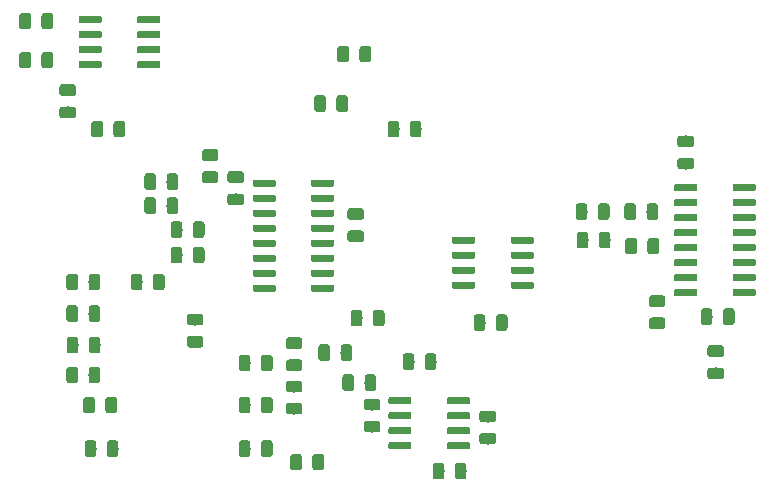
<source format=gbr>
G04 #@! TF.GenerationSoftware,KiCad,Pcbnew,(5.1.2-1)-1*
G04 #@! TF.CreationDate,2019-07-22T14:26:25-07:00*
G04 #@! TF.ProjectId,AS3340_VCO,41533333-3430-45f5-9643-4f2e6b696361,rev?*
G04 #@! TF.SameCoordinates,Original*
G04 #@! TF.FileFunction,Paste,Top*
G04 #@! TF.FilePolarity,Positive*
%FSLAX46Y46*%
G04 Gerber Fmt 4.6, Leading zero omitted, Abs format (unit mm)*
G04 Created by KiCad (PCBNEW (5.1.2-1)-1) date 2019-07-22 14:26:25*
%MOMM*%
%LPD*%
G04 APERTURE LIST*
%ADD10C,0.150000*%
%ADD11C,0.975000*%
%ADD12C,0.600000*%
G04 APERTURE END LIST*
D10*
G36*
X82141142Y-97001174D02*
G01*
X82164803Y-97004684D01*
X82188007Y-97010496D01*
X82210529Y-97018554D01*
X82232153Y-97028782D01*
X82252670Y-97041079D01*
X82271883Y-97055329D01*
X82289607Y-97071393D01*
X82305671Y-97089117D01*
X82319921Y-97108330D01*
X82332218Y-97128847D01*
X82342446Y-97150471D01*
X82350504Y-97172993D01*
X82356316Y-97196197D01*
X82359826Y-97219858D01*
X82361000Y-97243750D01*
X82361000Y-97731250D01*
X82359826Y-97755142D01*
X82356316Y-97778803D01*
X82350504Y-97802007D01*
X82342446Y-97824529D01*
X82332218Y-97846153D01*
X82319921Y-97866670D01*
X82305671Y-97885883D01*
X82289607Y-97903607D01*
X82271883Y-97919671D01*
X82252670Y-97933921D01*
X82232153Y-97946218D01*
X82210529Y-97956446D01*
X82188007Y-97964504D01*
X82164803Y-97970316D01*
X82141142Y-97973826D01*
X82117250Y-97975000D01*
X81204750Y-97975000D01*
X81180858Y-97973826D01*
X81157197Y-97970316D01*
X81133993Y-97964504D01*
X81111471Y-97956446D01*
X81089847Y-97946218D01*
X81069330Y-97933921D01*
X81050117Y-97919671D01*
X81032393Y-97903607D01*
X81016329Y-97885883D01*
X81002079Y-97866670D01*
X80989782Y-97846153D01*
X80979554Y-97824529D01*
X80971496Y-97802007D01*
X80965684Y-97778803D01*
X80962174Y-97755142D01*
X80961000Y-97731250D01*
X80961000Y-97243750D01*
X80962174Y-97219858D01*
X80965684Y-97196197D01*
X80971496Y-97172993D01*
X80979554Y-97150471D01*
X80989782Y-97128847D01*
X81002079Y-97108330D01*
X81016329Y-97089117D01*
X81032393Y-97071393D01*
X81050117Y-97055329D01*
X81069330Y-97041079D01*
X81089847Y-97028782D01*
X81111471Y-97018554D01*
X81133993Y-97010496D01*
X81157197Y-97004684D01*
X81180858Y-97001174D01*
X81204750Y-97000000D01*
X82117250Y-97000000D01*
X82141142Y-97001174D01*
X82141142Y-97001174D01*
G37*
D11*
X81661000Y-97487500D03*
D10*
G36*
X82141142Y-98876174D02*
G01*
X82164803Y-98879684D01*
X82188007Y-98885496D01*
X82210529Y-98893554D01*
X82232153Y-98903782D01*
X82252670Y-98916079D01*
X82271883Y-98930329D01*
X82289607Y-98946393D01*
X82305671Y-98964117D01*
X82319921Y-98983330D01*
X82332218Y-99003847D01*
X82342446Y-99025471D01*
X82350504Y-99047993D01*
X82356316Y-99071197D01*
X82359826Y-99094858D01*
X82361000Y-99118750D01*
X82361000Y-99606250D01*
X82359826Y-99630142D01*
X82356316Y-99653803D01*
X82350504Y-99677007D01*
X82342446Y-99699529D01*
X82332218Y-99721153D01*
X82319921Y-99741670D01*
X82305671Y-99760883D01*
X82289607Y-99778607D01*
X82271883Y-99794671D01*
X82252670Y-99808921D01*
X82232153Y-99821218D01*
X82210529Y-99831446D01*
X82188007Y-99839504D01*
X82164803Y-99845316D01*
X82141142Y-99848826D01*
X82117250Y-99850000D01*
X81204750Y-99850000D01*
X81180858Y-99848826D01*
X81157197Y-99845316D01*
X81133993Y-99839504D01*
X81111471Y-99831446D01*
X81089847Y-99821218D01*
X81069330Y-99808921D01*
X81050117Y-99794671D01*
X81032393Y-99778607D01*
X81016329Y-99760883D01*
X81002079Y-99741670D01*
X80989782Y-99721153D01*
X80979554Y-99699529D01*
X80971496Y-99677007D01*
X80965684Y-99653803D01*
X80962174Y-99630142D01*
X80961000Y-99606250D01*
X80961000Y-99118750D01*
X80962174Y-99094858D01*
X80965684Y-99071197D01*
X80971496Y-99047993D01*
X80979554Y-99025471D01*
X80989782Y-99003847D01*
X81002079Y-98983330D01*
X81016329Y-98964117D01*
X81032393Y-98946393D01*
X81050117Y-98930329D01*
X81069330Y-98916079D01*
X81089847Y-98903782D01*
X81111471Y-98893554D01*
X81133993Y-98885496D01*
X81157197Y-98879684D01*
X81180858Y-98876174D01*
X81204750Y-98875000D01*
X82117250Y-98875000D01*
X82141142Y-98876174D01*
X82141142Y-98876174D01*
G37*
D11*
X81661000Y-99362500D03*
D10*
G36*
X69736642Y-81470174D02*
G01*
X69760303Y-81473684D01*
X69783507Y-81479496D01*
X69806029Y-81487554D01*
X69827653Y-81497782D01*
X69848170Y-81510079D01*
X69867383Y-81524329D01*
X69885107Y-81540393D01*
X69901171Y-81558117D01*
X69915421Y-81577330D01*
X69927718Y-81597847D01*
X69937946Y-81619471D01*
X69946004Y-81641993D01*
X69951816Y-81665197D01*
X69955326Y-81688858D01*
X69956500Y-81712750D01*
X69956500Y-82625250D01*
X69955326Y-82649142D01*
X69951816Y-82672803D01*
X69946004Y-82696007D01*
X69937946Y-82718529D01*
X69927718Y-82740153D01*
X69915421Y-82760670D01*
X69901171Y-82779883D01*
X69885107Y-82797607D01*
X69867383Y-82813671D01*
X69848170Y-82827921D01*
X69827653Y-82840218D01*
X69806029Y-82850446D01*
X69783507Y-82858504D01*
X69760303Y-82864316D01*
X69736642Y-82867826D01*
X69712750Y-82869000D01*
X69225250Y-82869000D01*
X69201358Y-82867826D01*
X69177697Y-82864316D01*
X69154493Y-82858504D01*
X69131971Y-82850446D01*
X69110347Y-82840218D01*
X69089830Y-82827921D01*
X69070617Y-82813671D01*
X69052893Y-82797607D01*
X69036829Y-82779883D01*
X69022579Y-82760670D01*
X69010282Y-82740153D01*
X69000054Y-82718529D01*
X68991996Y-82696007D01*
X68986184Y-82672803D01*
X68982674Y-82649142D01*
X68981500Y-82625250D01*
X68981500Y-81712750D01*
X68982674Y-81688858D01*
X68986184Y-81665197D01*
X68991996Y-81641993D01*
X69000054Y-81619471D01*
X69010282Y-81597847D01*
X69022579Y-81577330D01*
X69036829Y-81558117D01*
X69052893Y-81540393D01*
X69070617Y-81524329D01*
X69089830Y-81510079D01*
X69110347Y-81497782D01*
X69131971Y-81487554D01*
X69154493Y-81479496D01*
X69177697Y-81473684D01*
X69201358Y-81470174D01*
X69225250Y-81469000D01*
X69712750Y-81469000D01*
X69736642Y-81470174D01*
X69736642Y-81470174D01*
G37*
D11*
X69469000Y-82169000D03*
D10*
G36*
X71611642Y-81470174D02*
G01*
X71635303Y-81473684D01*
X71658507Y-81479496D01*
X71681029Y-81487554D01*
X71702653Y-81497782D01*
X71723170Y-81510079D01*
X71742383Y-81524329D01*
X71760107Y-81540393D01*
X71776171Y-81558117D01*
X71790421Y-81577330D01*
X71802718Y-81597847D01*
X71812946Y-81619471D01*
X71821004Y-81641993D01*
X71826816Y-81665197D01*
X71830326Y-81688858D01*
X71831500Y-81712750D01*
X71831500Y-82625250D01*
X71830326Y-82649142D01*
X71826816Y-82672803D01*
X71821004Y-82696007D01*
X71812946Y-82718529D01*
X71802718Y-82740153D01*
X71790421Y-82760670D01*
X71776171Y-82779883D01*
X71760107Y-82797607D01*
X71742383Y-82813671D01*
X71723170Y-82827921D01*
X71702653Y-82840218D01*
X71681029Y-82850446D01*
X71658507Y-82858504D01*
X71635303Y-82864316D01*
X71611642Y-82867826D01*
X71587750Y-82869000D01*
X71100250Y-82869000D01*
X71076358Y-82867826D01*
X71052697Y-82864316D01*
X71029493Y-82858504D01*
X71006971Y-82850446D01*
X70985347Y-82840218D01*
X70964830Y-82827921D01*
X70945617Y-82813671D01*
X70927893Y-82797607D01*
X70911829Y-82779883D01*
X70897579Y-82760670D01*
X70885282Y-82740153D01*
X70875054Y-82718529D01*
X70866996Y-82696007D01*
X70861184Y-82672803D01*
X70857674Y-82649142D01*
X70856500Y-82625250D01*
X70856500Y-81712750D01*
X70857674Y-81688858D01*
X70861184Y-81665197D01*
X70866996Y-81641993D01*
X70875054Y-81619471D01*
X70885282Y-81597847D01*
X70897579Y-81577330D01*
X70911829Y-81558117D01*
X70927893Y-81540393D01*
X70945617Y-81524329D01*
X70964830Y-81510079D01*
X70985347Y-81497782D01*
X71006971Y-81487554D01*
X71029493Y-81479496D01*
X71052697Y-81473684D01*
X71076358Y-81470174D01*
X71100250Y-81469000D01*
X71587750Y-81469000D01*
X71611642Y-81470174D01*
X71611642Y-81470174D01*
G37*
D11*
X71344000Y-82169000D03*
D10*
G36*
X69736642Y-79438174D02*
G01*
X69760303Y-79441684D01*
X69783507Y-79447496D01*
X69806029Y-79455554D01*
X69827653Y-79465782D01*
X69848170Y-79478079D01*
X69867383Y-79492329D01*
X69885107Y-79508393D01*
X69901171Y-79526117D01*
X69915421Y-79545330D01*
X69927718Y-79565847D01*
X69937946Y-79587471D01*
X69946004Y-79609993D01*
X69951816Y-79633197D01*
X69955326Y-79656858D01*
X69956500Y-79680750D01*
X69956500Y-80593250D01*
X69955326Y-80617142D01*
X69951816Y-80640803D01*
X69946004Y-80664007D01*
X69937946Y-80686529D01*
X69927718Y-80708153D01*
X69915421Y-80728670D01*
X69901171Y-80747883D01*
X69885107Y-80765607D01*
X69867383Y-80781671D01*
X69848170Y-80795921D01*
X69827653Y-80808218D01*
X69806029Y-80818446D01*
X69783507Y-80826504D01*
X69760303Y-80832316D01*
X69736642Y-80835826D01*
X69712750Y-80837000D01*
X69225250Y-80837000D01*
X69201358Y-80835826D01*
X69177697Y-80832316D01*
X69154493Y-80826504D01*
X69131971Y-80818446D01*
X69110347Y-80808218D01*
X69089830Y-80795921D01*
X69070617Y-80781671D01*
X69052893Y-80765607D01*
X69036829Y-80747883D01*
X69022579Y-80728670D01*
X69010282Y-80708153D01*
X69000054Y-80686529D01*
X68991996Y-80664007D01*
X68986184Y-80640803D01*
X68982674Y-80617142D01*
X68981500Y-80593250D01*
X68981500Y-79680750D01*
X68982674Y-79656858D01*
X68986184Y-79633197D01*
X68991996Y-79609993D01*
X69000054Y-79587471D01*
X69010282Y-79565847D01*
X69022579Y-79545330D01*
X69036829Y-79526117D01*
X69052893Y-79508393D01*
X69070617Y-79492329D01*
X69089830Y-79478079D01*
X69110347Y-79465782D01*
X69131971Y-79455554D01*
X69154493Y-79447496D01*
X69177697Y-79441684D01*
X69201358Y-79438174D01*
X69225250Y-79437000D01*
X69712750Y-79437000D01*
X69736642Y-79438174D01*
X69736642Y-79438174D01*
G37*
D11*
X69469000Y-80137000D03*
D10*
G36*
X71611642Y-79438174D02*
G01*
X71635303Y-79441684D01*
X71658507Y-79447496D01*
X71681029Y-79455554D01*
X71702653Y-79465782D01*
X71723170Y-79478079D01*
X71742383Y-79492329D01*
X71760107Y-79508393D01*
X71776171Y-79526117D01*
X71790421Y-79545330D01*
X71802718Y-79565847D01*
X71812946Y-79587471D01*
X71821004Y-79609993D01*
X71826816Y-79633197D01*
X71830326Y-79656858D01*
X71831500Y-79680750D01*
X71831500Y-80593250D01*
X71830326Y-80617142D01*
X71826816Y-80640803D01*
X71821004Y-80664007D01*
X71812946Y-80686529D01*
X71802718Y-80708153D01*
X71790421Y-80728670D01*
X71776171Y-80747883D01*
X71760107Y-80765607D01*
X71742383Y-80781671D01*
X71723170Y-80795921D01*
X71702653Y-80808218D01*
X71681029Y-80818446D01*
X71658507Y-80826504D01*
X71635303Y-80832316D01*
X71611642Y-80835826D01*
X71587750Y-80837000D01*
X71100250Y-80837000D01*
X71076358Y-80835826D01*
X71052697Y-80832316D01*
X71029493Y-80826504D01*
X71006971Y-80818446D01*
X70985347Y-80808218D01*
X70964830Y-80795921D01*
X70945617Y-80781671D01*
X70927893Y-80765607D01*
X70911829Y-80747883D01*
X70897579Y-80728670D01*
X70885282Y-80708153D01*
X70875054Y-80686529D01*
X70866996Y-80664007D01*
X70861184Y-80640803D01*
X70857674Y-80617142D01*
X70856500Y-80593250D01*
X70856500Y-79680750D01*
X70857674Y-79656858D01*
X70861184Y-79633197D01*
X70866996Y-79609993D01*
X70875054Y-79587471D01*
X70885282Y-79565847D01*
X70897579Y-79545330D01*
X70911829Y-79526117D01*
X70927893Y-79508393D01*
X70945617Y-79492329D01*
X70964830Y-79478079D01*
X70985347Y-79465782D01*
X71006971Y-79455554D01*
X71029493Y-79447496D01*
X71052697Y-79441684D01*
X71076358Y-79438174D01*
X71100250Y-79437000D01*
X71587750Y-79437000D01*
X71611642Y-79438174D01*
X71611642Y-79438174D01*
G37*
D11*
X71344000Y-80137000D03*
D10*
G36*
X63132642Y-87947174D02*
G01*
X63156303Y-87950684D01*
X63179507Y-87956496D01*
X63202029Y-87964554D01*
X63223653Y-87974782D01*
X63244170Y-87987079D01*
X63263383Y-88001329D01*
X63281107Y-88017393D01*
X63297171Y-88035117D01*
X63311421Y-88054330D01*
X63323718Y-88074847D01*
X63333946Y-88096471D01*
X63342004Y-88118993D01*
X63347816Y-88142197D01*
X63351326Y-88165858D01*
X63352500Y-88189750D01*
X63352500Y-89102250D01*
X63351326Y-89126142D01*
X63347816Y-89149803D01*
X63342004Y-89173007D01*
X63333946Y-89195529D01*
X63323718Y-89217153D01*
X63311421Y-89237670D01*
X63297171Y-89256883D01*
X63281107Y-89274607D01*
X63263383Y-89290671D01*
X63244170Y-89304921D01*
X63223653Y-89317218D01*
X63202029Y-89327446D01*
X63179507Y-89335504D01*
X63156303Y-89341316D01*
X63132642Y-89344826D01*
X63108750Y-89346000D01*
X62621250Y-89346000D01*
X62597358Y-89344826D01*
X62573697Y-89341316D01*
X62550493Y-89335504D01*
X62527971Y-89327446D01*
X62506347Y-89317218D01*
X62485830Y-89304921D01*
X62466617Y-89290671D01*
X62448893Y-89274607D01*
X62432829Y-89256883D01*
X62418579Y-89237670D01*
X62406282Y-89217153D01*
X62396054Y-89195529D01*
X62387996Y-89173007D01*
X62382184Y-89149803D01*
X62378674Y-89126142D01*
X62377500Y-89102250D01*
X62377500Y-88189750D01*
X62378674Y-88165858D01*
X62382184Y-88142197D01*
X62387996Y-88118993D01*
X62396054Y-88096471D01*
X62406282Y-88074847D01*
X62418579Y-88054330D01*
X62432829Y-88035117D01*
X62448893Y-88017393D01*
X62466617Y-88001329D01*
X62485830Y-87987079D01*
X62506347Y-87974782D01*
X62527971Y-87964554D01*
X62550493Y-87956496D01*
X62573697Y-87950684D01*
X62597358Y-87947174D01*
X62621250Y-87946000D01*
X63108750Y-87946000D01*
X63132642Y-87947174D01*
X63132642Y-87947174D01*
G37*
D11*
X62865000Y-88646000D03*
D10*
G36*
X65007642Y-87947174D02*
G01*
X65031303Y-87950684D01*
X65054507Y-87956496D01*
X65077029Y-87964554D01*
X65098653Y-87974782D01*
X65119170Y-87987079D01*
X65138383Y-88001329D01*
X65156107Y-88017393D01*
X65172171Y-88035117D01*
X65186421Y-88054330D01*
X65198718Y-88074847D01*
X65208946Y-88096471D01*
X65217004Y-88118993D01*
X65222816Y-88142197D01*
X65226326Y-88165858D01*
X65227500Y-88189750D01*
X65227500Y-89102250D01*
X65226326Y-89126142D01*
X65222816Y-89149803D01*
X65217004Y-89173007D01*
X65208946Y-89195529D01*
X65198718Y-89217153D01*
X65186421Y-89237670D01*
X65172171Y-89256883D01*
X65156107Y-89274607D01*
X65138383Y-89290671D01*
X65119170Y-89304921D01*
X65098653Y-89317218D01*
X65077029Y-89327446D01*
X65054507Y-89335504D01*
X65031303Y-89341316D01*
X65007642Y-89344826D01*
X64983750Y-89346000D01*
X64496250Y-89346000D01*
X64472358Y-89344826D01*
X64448697Y-89341316D01*
X64425493Y-89335504D01*
X64402971Y-89327446D01*
X64381347Y-89317218D01*
X64360830Y-89304921D01*
X64341617Y-89290671D01*
X64323893Y-89274607D01*
X64307829Y-89256883D01*
X64293579Y-89237670D01*
X64281282Y-89217153D01*
X64271054Y-89195529D01*
X64262996Y-89173007D01*
X64257184Y-89149803D01*
X64253674Y-89126142D01*
X64252500Y-89102250D01*
X64252500Y-88189750D01*
X64253674Y-88165858D01*
X64257184Y-88142197D01*
X64262996Y-88118993D01*
X64271054Y-88096471D01*
X64281282Y-88074847D01*
X64293579Y-88054330D01*
X64307829Y-88035117D01*
X64323893Y-88017393D01*
X64341617Y-88001329D01*
X64360830Y-87987079D01*
X64381347Y-87974782D01*
X64402971Y-87964554D01*
X64425493Y-87956496D01*
X64448697Y-87950684D01*
X64472358Y-87947174D01*
X64496250Y-87946000D01*
X64983750Y-87946000D01*
X65007642Y-87947174D01*
X65007642Y-87947174D01*
G37*
D11*
X64740000Y-88646000D03*
D10*
G36*
X73849142Y-83502174D02*
G01*
X73872803Y-83505684D01*
X73896007Y-83511496D01*
X73918529Y-83519554D01*
X73940153Y-83529782D01*
X73960670Y-83542079D01*
X73979883Y-83556329D01*
X73997607Y-83572393D01*
X74013671Y-83590117D01*
X74027921Y-83609330D01*
X74040218Y-83629847D01*
X74050446Y-83651471D01*
X74058504Y-83673993D01*
X74064316Y-83697197D01*
X74067826Y-83720858D01*
X74069000Y-83744750D01*
X74069000Y-84657250D01*
X74067826Y-84681142D01*
X74064316Y-84704803D01*
X74058504Y-84728007D01*
X74050446Y-84750529D01*
X74040218Y-84772153D01*
X74027921Y-84792670D01*
X74013671Y-84811883D01*
X73997607Y-84829607D01*
X73979883Y-84845671D01*
X73960670Y-84859921D01*
X73940153Y-84872218D01*
X73918529Y-84882446D01*
X73896007Y-84890504D01*
X73872803Y-84896316D01*
X73849142Y-84899826D01*
X73825250Y-84901000D01*
X73337750Y-84901000D01*
X73313858Y-84899826D01*
X73290197Y-84896316D01*
X73266993Y-84890504D01*
X73244471Y-84882446D01*
X73222847Y-84872218D01*
X73202330Y-84859921D01*
X73183117Y-84845671D01*
X73165393Y-84829607D01*
X73149329Y-84811883D01*
X73135079Y-84792670D01*
X73122782Y-84772153D01*
X73112554Y-84750529D01*
X73104496Y-84728007D01*
X73098684Y-84704803D01*
X73095174Y-84681142D01*
X73094000Y-84657250D01*
X73094000Y-83744750D01*
X73095174Y-83720858D01*
X73098684Y-83697197D01*
X73104496Y-83673993D01*
X73112554Y-83651471D01*
X73122782Y-83629847D01*
X73135079Y-83609330D01*
X73149329Y-83590117D01*
X73165393Y-83572393D01*
X73183117Y-83556329D01*
X73202330Y-83542079D01*
X73222847Y-83529782D01*
X73244471Y-83519554D01*
X73266993Y-83511496D01*
X73290197Y-83505684D01*
X73313858Y-83502174D01*
X73337750Y-83501000D01*
X73825250Y-83501000D01*
X73849142Y-83502174D01*
X73849142Y-83502174D01*
G37*
D11*
X73581500Y-84201000D03*
D10*
G36*
X71974142Y-83502174D02*
G01*
X71997803Y-83505684D01*
X72021007Y-83511496D01*
X72043529Y-83519554D01*
X72065153Y-83529782D01*
X72085670Y-83542079D01*
X72104883Y-83556329D01*
X72122607Y-83572393D01*
X72138671Y-83590117D01*
X72152921Y-83609330D01*
X72165218Y-83629847D01*
X72175446Y-83651471D01*
X72183504Y-83673993D01*
X72189316Y-83697197D01*
X72192826Y-83720858D01*
X72194000Y-83744750D01*
X72194000Y-84657250D01*
X72192826Y-84681142D01*
X72189316Y-84704803D01*
X72183504Y-84728007D01*
X72175446Y-84750529D01*
X72165218Y-84772153D01*
X72152921Y-84792670D01*
X72138671Y-84811883D01*
X72122607Y-84829607D01*
X72104883Y-84845671D01*
X72085670Y-84859921D01*
X72065153Y-84872218D01*
X72043529Y-84882446D01*
X72021007Y-84890504D01*
X71997803Y-84896316D01*
X71974142Y-84899826D01*
X71950250Y-84901000D01*
X71462750Y-84901000D01*
X71438858Y-84899826D01*
X71415197Y-84896316D01*
X71391993Y-84890504D01*
X71369471Y-84882446D01*
X71347847Y-84872218D01*
X71327330Y-84859921D01*
X71308117Y-84845671D01*
X71290393Y-84829607D01*
X71274329Y-84811883D01*
X71260079Y-84792670D01*
X71247782Y-84772153D01*
X71237554Y-84750529D01*
X71229496Y-84728007D01*
X71223684Y-84704803D01*
X71220174Y-84681142D01*
X71219000Y-84657250D01*
X71219000Y-83744750D01*
X71220174Y-83720858D01*
X71223684Y-83697197D01*
X71229496Y-83673993D01*
X71237554Y-83651471D01*
X71247782Y-83629847D01*
X71260079Y-83609330D01*
X71274329Y-83590117D01*
X71290393Y-83572393D01*
X71308117Y-83556329D01*
X71327330Y-83542079D01*
X71347847Y-83529782D01*
X71369471Y-83519554D01*
X71391993Y-83511496D01*
X71415197Y-83505684D01*
X71438858Y-83502174D01*
X71462750Y-83501000D01*
X71950250Y-83501000D01*
X71974142Y-83502174D01*
X71974142Y-83502174D01*
G37*
D11*
X71706500Y-84201000D03*
D10*
G36*
X63132642Y-90614174D02*
G01*
X63156303Y-90617684D01*
X63179507Y-90623496D01*
X63202029Y-90631554D01*
X63223653Y-90641782D01*
X63244170Y-90654079D01*
X63263383Y-90668329D01*
X63281107Y-90684393D01*
X63297171Y-90702117D01*
X63311421Y-90721330D01*
X63323718Y-90741847D01*
X63333946Y-90763471D01*
X63342004Y-90785993D01*
X63347816Y-90809197D01*
X63351326Y-90832858D01*
X63352500Y-90856750D01*
X63352500Y-91769250D01*
X63351326Y-91793142D01*
X63347816Y-91816803D01*
X63342004Y-91840007D01*
X63333946Y-91862529D01*
X63323718Y-91884153D01*
X63311421Y-91904670D01*
X63297171Y-91923883D01*
X63281107Y-91941607D01*
X63263383Y-91957671D01*
X63244170Y-91971921D01*
X63223653Y-91984218D01*
X63202029Y-91994446D01*
X63179507Y-92002504D01*
X63156303Y-92008316D01*
X63132642Y-92011826D01*
X63108750Y-92013000D01*
X62621250Y-92013000D01*
X62597358Y-92011826D01*
X62573697Y-92008316D01*
X62550493Y-92002504D01*
X62527971Y-91994446D01*
X62506347Y-91984218D01*
X62485830Y-91971921D01*
X62466617Y-91957671D01*
X62448893Y-91941607D01*
X62432829Y-91923883D01*
X62418579Y-91904670D01*
X62406282Y-91884153D01*
X62396054Y-91862529D01*
X62387996Y-91840007D01*
X62382184Y-91816803D01*
X62378674Y-91793142D01*
X62377500Y-91769250D01*
X62377500Y-90856750D01*
X62378674Y-90832858D01*
X62382184Y-90809197D01*
X62387996Y-90785993D01*
X62396054Y-90763471D01*
X62406282Y-90741847D01*
X62418579Y-90721330D01*
X62432829Y-90702117D01*
X62448893Y-90684393D01*
X62466617Y-90668329D01*
X62485830Y-90654079D01*
X62506347Y-90641782D01*
X62527971Y-90631554D01*
X62550493Y-90623496D01*
X62573697Y-90617684D01*
X62597358Y-90614174D01*
X62621250Y-90613000D01*
X63108750Y-90613000D01*
X63132642Y-90614174D01*
X63132642Y-90614174D01*
G37*
D11*
X62865000Y-91313000D03*
D10*
G36*
X65007642Y-90614174D02*
G01*
X65031303Y-90617684D01*
X65054507Y-90623496D01*
X65077029Y-90631554D01*
X65098653Y-90641782D01*
X65119170Y-90654079D01*
X65138383Y-90668329D01*
X65156107Y-90684393D01*
X65172171Y-90702117D01*
X65186421Y-90721330D01*
X65198718Y-90741847D01*
X65208946Y-90763471D01*
X65217004Y-90785993D01*
X65222816Y-90809197D01*
X65226326Y-90832858D01*
X65227500Y-90856750D01*
X65227500Y-91769250D01*
X65226326Y-91793142D01*
X65222816Y-91816803D01*
X65217004Y-91840007D01*
X65208946Y-91862529D01*
X65198718Y-91884153D01*
X65186421Y-91904670D01*
X65172171Y-91923883D01*
X65156107Y-91941607D01*
X65138383Y-91957671D01*
X65119170Y-91971921D01*
X65098653Y-91984218D01*
X65077029Y-91994446D01*
X65054507Y-92002504D01*
X65031303Y-92008316D01*
X65007642Y-92011826D01*
X64983750Y-92013000D01*
X64496250Y-92013000D01*
X64472358Y-92011826D01*
X64448697Y-92008316D01*
X64425493Y-92002504D01*
X64402971Y-91994446D01*
X64381347Y-91984218D01*
X64360830Y-91971921D01*
X64341617Y-91957671D01*
X64323893Y-91941607D01*
X64307829Y-91923883D01*
X64293579Y-91904670D01*
X64281282Y-91884153D01*
X64271054Y-91862529D01*
X64262996Y-91840007D01*
X64257184Y-91816803D01*
X64253674Y-91793142D01*
X64252500Y-91769250D01*
X64252500Y-90856750D01*
X64253674Y-90832858D01*
X64257184Y-90809197D01*
X64262996Y-90785993D01*
X64271054Y-90763471D01*
X64281282Y-90741847D01*
X64293579Y-90721330D01*
X64307829Y-90702117D01*
X64323893Y-90684393D01*
X64341617Y-90668329D01*
X64360830Y-90654079D01*
X64381347Y-90641782D01*
X64402971Y-90631554D01*
X64425493Y-90623496D01*
X64448697Y-90617684D01*
X64472358Y-90614174D01*
X64496250Y-90613000D01*
X64983750Y-90613000D01*
X65007642Y-90614174D01*
X65007642Y-90614174D01*
G37*
D11*
X64740000Y-91313000D03*
D10*
G36*
X63162642Y-93281174D02*
G01*
X63186303Y-93284684D01*
X63209507Y-93290496D01*
X63232029Y-93298554D01*
X63253653Y-93308782D01*
X63274170Y-93321079D01*
X63293383Y-93335329D01*
X63311107Y-93351393D01*
X63327171Y-93369117D01*
X63341421Y-93388330D01*
X63353718Y-93408847D01*
X63363946Y-93430471D01*
X63372004Y-93452993D01*
X63377816Y-93476197D01*
X63381326Y-93499858D01*
X63382500Y-93523750D01*
X63382500Y-94436250D01*
X63381326Y-94460142D01*
X63377816Y-94483803D01*
X63372004Y-94507007D01*
X63363946Y-94529529D01*
X63353718Y-94551153D01*
X63341421Y-94571670D01*
X63327171Y-94590883D01*
X63311107Y-94608607D01*
X63293383Y-94624671D01*
X63274170Y-94638921D01*
X63253653Y-94651218D01*
X63232029Y-94661446D01*
X63209507Y-94669504D01*
X63186303Y-94675316D01*
X63162642Y-94678826D01*
X63138750Y-94680000D01*
X62651250Y-94680000D01*
X62627358Y-94678826D01*
X62603697Y-94675316D01*
X62580493Y-94669504D01*
X62557971Y-94661446D01*
X62536347Y-94651218D01*
X62515830Y-94638921D01*
X62496617Y-94624671D01*
X62478893Y-94608607D01*
X62462829Y-94590883D01*
X62448579Y-94571670D01*
X62436282Y-94551153D01*
X62426054Y-94529529D01*
X62417996Y-94507007D01*
X62412184Y-94483803D01*
X62408674Y-94460142D01*
X62407500Y-94436250D01*
X62407500Y-93523750D01*
X62408674Y-93499858D01*
X62412184Y-93476197D01*
X62417996Y-93452993D01*
X62426054Y-93430471D01*
X62436282Y-93408847D01*
X62448579Y-93388330D01*
X62462829Y-93369117D01*
X62478893Y-93351393D01*
X62496617Y-93335329D01*
X62515830Y-93321079D01*
X62536347Y-93308782D01*
X62557971Y-93298554D01*
X62580493Y-93290496D01*
X62603697Y-93284684D01*
X62627358Y-93281174D01*
X62651250Y-93280000D01*
X63138750Y-93280000D01*
X63162642Y-93281174D01*
X63162642Y-93281174D01*
G37*
D11*
X62895000Y-93980000D03*
D10*
G36*
X65037642Y-93281174D02*
G01*
X65061303Y-93284684D01*
X65084507Y-93290496D01*
X65107029Y-93298554D01*
X65128653Y-93308782D01*
X65149170Y-93321079D01*
X65168383Y-93335329D01*
X65186107Y-93351393D01*
X65202171Y-93369117D01*
X65216421Y-93388330D01*
X65228718Y-93408847D01*
X65238946Y-93430471D01*
X65247004Y-93452993D01*
X65252816Y-93476197D01*
X65256326Y-93499858D01*
X65257500Y-93523750D01*
X65257500Y-94436250D01*
X65256326Y-94460142D01*
X65252816Y-94483803D01*
X65247004Y-94507007D01*
X65238946Y-94529529D01*
X65228718Y-94551153D01*
X65216421Y-94571670D01*
X65202171Y-94590883D01*
X65186107Y-94608607D01*
X65168383Y-94624671D01*
X65149170Y-94638921D01*
X65128653Y-94651218D01*
X65107029Y-94661446D01*
X65084507Y-94669504D01*
X65061303Y-94675316D01*
X65037642Y-94678826D01*
X65013750Y-94680000D01*
X64526250Y-94680000D01*
X64502358Y-94678826D01*
X64478697Y-94675316D01*
X64455493Y-94669504D01*
X64432971Y-94661446D01*
X64411347Y-94651218D01*
X64390830Y-94638921D01*
X64371617Y-94624671D01*
X64353893Y-94608607D01*
X64337829Y-94590883D01*
X64323579Y-94571670D01*
X64311282Y-94551153D01*
X64301054Y-94529529D01*
X64292996Y-94507007D01*
X64287184Y-94483803D01*
X64283674Y-94460142D01*
X64282500Y-94436250D01*
X64282500Y-93523750D01*
X64283674Y-93499858D01*
X64287184Y-93476197D01*
X64292996Y-93452993D01*
X64301054Y-93430471D01*
X64311282Y-93408847D01*
X64323579Y-93388330D01*
X64337829Y-93369117D01*
X64353893Y-93351393D01*
X64371617Y-93335329D01*
X64390830Y-93321079D01*
X64411347Y-93308782D01*
X64432971Y-93298554D01*
X64455493Y-93290496D01*
X64478697Y-93284684D01*
X64502358Y-93281174D01*
X64526250Y-93280000D01*
X65013750Y-93280000D01*
X65037642Y-93281174D01*
X65037642Y-93281174D01*
G37*
D11*
X64770000Y-93980000D03*
D10*
G36*
X63132642Y-95821174D02*
G01*
X63156303Y-95824684D01*
X63179507Y-95830496D01*
X63202029Y-95838554D01*
X63223653Y-95848782D01*
X63244170Y-95861079D01*
X63263383Y-95875329D01*
X63281107Y-95891393D01*
X63297171Y-95909117D01*
X63311421Y-95928330D01*
X63323718Y-95948847D01*
X63333946Y-95970471D01*
X63342004Y-95992993D01*
X63347816Y-96016197D01*
X63351326Y-96039858D01*
X63352500Y-96063750D01*
X63352500Y-96976250D01*
X63351326Y-97000142D01*
X63347816Y-97023803D01*
X63342004Y-97047007D01*
X63333946Y-97069529D01*
X63323718Y-97091153D01*
X63311421Y-97111670D01*
X63297171Y-97130883D01*
X63281107Y-97148607D01*
X63263383Y-97164671D01*
X63244170Y-97178921D01*
X63223653Y-97191218D01*
X63202029Y-97201446D01*
X63179507Y-97209504D01*
X63156303Y-97215316D01*
X63132642Y-97218826D01*
X63108750Y-97220000D01*
X62621250Y-97220000D01*
X62597358Y-97218826D01*
X62573697Y-97215316D01*
X62550493Y-97209504D01*
X62527971Y-97201446D01*
X62506347Y-97191218D01*
X62485830Y-97178921D01*
X62466617Y-97164671D01*
X62448893Y-97148607D01*
X62432829Y-97130883D01*
X62418579Y-97111670D01*
X62406282Y-97091153D01*
X62396054Y-97069529D01*
X62387996Y-97047007D01*
X62382184Y-97023803D01*
X62378674Y-97000142D01*
X62377500Y-96976250D01*
X62377500Y-96063750D01*
X62378674Y-96039858D01*
X62382184Y-96016197D01*
X62387996Y-95992993D01*
X62396054Y-95970471D01*
X62406282Y-95948847D01*
X62418579Y-95928330D01*
X62432829Y-95909117D01*
X62448893Y-95891393D01*
X62466617Y-95875329D01*
X62485830Y-95861079D01*
X62506347Y-95848782D01*
X62527971Y-95838554D01*
X62550493Y-95830496D01*
X62573697Y-95824684D01*
X62597358Y-95821174D01*
X62621250Y-95820000D01*
X63108750Y-95820000D01*
X63132642Y-95821174D01*
X63132642Y-95821174D01*
G37*
D11*
X62865000Y-96520000D03*
D10*
G36*
X65007642Y-95821174D02*
G01*
X65031303Y-95824684D01*
X65054507Y-95830496D01*
X65077029Y-95838554D01*
X65098653Y-95848782D01*
X65119170Y-95861079D01*
X65138383Y-95875329D01*
X65156107Y-95891393D01*
X65172171Y-95909117D01*
X65186421Y-95928330D01*
X65198718Y-95948847D01*
X65208946Y-95970471D01*
X65217004Y-95992993D01*
X65222816Y-96016197D01*
X65226326Y-96039858D01*
X65227500Y-96063750D01*
X65227500Y-96976250D01*
X65226326Y-97000142D01*
X65222816Y-97023803D01*
X65217004Y-97047007D01*
X65208946Y-97069529D01*
X65198718Y-97091153D01*
X65186421Y-97111670D01*
X65172171Y-97130883D01*
X65156107Y-97148607D01*
X65138383Y-97164671D01*
X65119170Y-97178921D01*
X65098653Y-97191218D01*
X65077029Y-97201446D01*
X65054507Y-97209504D01*
X65031303Y-97215316D01*
X65007642Y-97218826D01*
X64983750Y-97220000D01*
X64496250Y-97220000D01*
X64472358Y-97218826D01*
X64448697Y-97215316D01*
X64425493Y-97209504D01*
X64402971Y-97201446D01*
X64381347Y-97191218D01*
X64360830Y-97178921D01*
X64341617Y-97164671D01*
X64323893Y-97148607D01*
X64307829Y-97130883D01*
X64293579Y-97111670D01*
X64281282Y-97091153D01*
X64271054Y-97069529D01*
X64262996Y-97047007D01*
X64257184Y-97023803D01*
X64253674Y-97000142D01*
X64252500Y-96976250D01*
X64252500Y-96063750D01*
X64253674Y-96039858D01*
X64257184Y-96016197D01*
X64262996Y-95992993D01*
X64271054Y-95970471D01*
X64281282Y-95948847D01*
X64293579Y-95928330D01*
X64307829Y-95909117D01*
X64323893Y-95891393D01*
X64341617Y-95875329D01*
X64360830Y-95861079D01*
X64381347Y-95848782D01*
X64402971Y-95838554D01*
X64425493Y-95830496D01*
X64448697Y-95824684D01*
X64472358Y-95821174D01*
X64496250Y-95820000D01*
X64983750Y-95820000D01*
X65007642Y-95821174D01*
X65007642Y-95821174D01*
G37*
D11*
X64740000Y-96520000D03*
D10*
G36*
X84117642Y-72834174D02*
G01*
X84141303Y-72837684D01*
X84164507Y-72843496D01*
X84187029Y-72851554D01*
X84208653Y-72861782D01*
X84229170Y-72874079D01*
X84248383Y-72888329D01*
X84266107Y-72904393D01*
X84282171Y-72922117D01*
X84296421Y-72941330D01*
X84308718Y-72961847D01*
X84318946Y-72983471D01*
X84327004Y-73005993D01*
X84332816Y-73029197D01*
X84336326Y-73052858D01*
X84337500Y-73076750D01*
X84337500Y-73989250D01*
X84336326Y-74013142D01*
X84332816Y-74036803D01*
X84327004Y-74060007D01*
X84318946Y-74082529D01*
X84308718Y-74104153D01*
X84296421Y-74124670D01*
X84282171Y-74143883D01*
X84266107Y-74161607D01*
X84248383Y-74177671D01*
X84229170Y-74191921D01*
X84208653Y-74204218D01*
X84187029Y-74214446D01*
X84164507Y-74222504D01*
X84141303Y-74228316D01*
X84117642Y-74231826D01*
X84093750Y-74233000D01*
X83606250Y-74233000D01*
X83582358Y-74231826D01*
X83558697Y-74228316D01*
X83535493Y-74222504D01*
X83512971Y-74214446D01*
X83491347Y-74204218D01*
X83470830Y-74191921D01*
X83451617Y-74177671D01*
X83433893Y-74161607D01*
X83417829Y-74143883D01*
X83403579Y-74124670D01*
X83391282Y-74104153D01*
X83381054Y-74082529D01*
X83372996Y-74060007D01*
X83367184Y-74036803D01*
X83363674Y-74013142D01*
X83362500Y-73989250D01*
X83362500Y-73076750D01*
X83363674Y-73052858D01*
X83367184Y-73029197D01*
X83372996Y-73005993D01*
X83381054Y-72983471D01*
X83391282Y-72961847D01*
X83403579Y-72941330D01*
X83417829Y-72922117D01*
X83433893Y-72904393D01*
X83451617Y-72888329D01*
X83470830Y-72874079D01*
X83491347Y-72861782D01*
X83512971Y-72851554D01*
X83535493Y-72843496D01*
X83558697Y-72837684D01*
X83582358Y-72834174D01*
X83606250Y-72833000D01*
X84093750Y-72833000D01*
X84117642Y-72834174D01*
X84117642Y-72834174D01*
G37*
D11*
X83850000Y-73533000D03*
D10*
G36*
X85992642Y-72834174D02*
G01*
X86016303Y-72837684D01*
X86039507Y-72843496D01*
X86062029Y-72851554D01*
X86083653Y-72861782D01*
X86104170Y-72874079D01*
X86123383Y-72888329D01*
X86141107Y-72904393D01*
X86157171Y-72922117D01*
X86171421Y-72941330D01*
X86183718Y-72961847D01*
X86193946Y-72983471D01*
X86202004Y-73005993D01*
X86207816Y-73029197D01*
X86211326Y-73052858D01*
X86212500Y-73076750D01*
X86212500Y-73989250D01*
X86211326Y-74013142D01*
X86207816Y-74036803D01*
X86202004Y-74060007D01*
X86193946Y-74082529D01*
X86183718Y-74104153D01*
X86171421Y-74124670D01*
X86157171Y-74143883D01*
X86141107Y-74161607D01*
X86123383Y-74177671D01*
X86104170Y-74191921D01*
X86083653Y-74204218D01*
X86062029Y-74214446D01*
X86039507Y-74222504D01*
X86016303Y-74228316D01*
X85992642Y-74231826D01*
X85968750Y-74233000D01*
X85481250Y-74233000D01*
X85457358Y-74231826D01*
X85433697Y-74228316D01*
X85410493Y-74222504D01*
X85387971Y-74214446D01*
X85366347Y-74204218D01*
X85345830Y-74191921D01*
X85326617Y-74177671D01*
X85308893Y-74161607D01*
X85292829Y-74143883D01*
X85278579Y-74124670D01*
X85266282Y-74104153D01*
X85256054Y-74082529D01*
X85247996Y-74060007D01*
X85242184Y-74036803D01*
X85238674Y-74013142D01*
X85237500Y-73989250D01*
X85237500Y-73076750D01*
X85238674Y-73052858D01*
X85242184Y-73029197D01*
X85247996Y-73005993D01*
X85256054Y-72983471D01*
X85266282Y-72961847D01*
X85278579Y-72941330D01*
X85292829Y-72922117D01*
X85308893Y-72904393D01*
X85326617Y-72888329D01*
X85345830Y-72874079D01*
X85366347Y-72861782D01*
X85387971Y-72851554D01*
X85410493Y-72843496D01*
X85433697Y-72837684D01*
X85457358Y-72834174D01*
X85481250Y-72833000D01*
X85968750Y-72833000D01*
X85992642Y-72834174D01*
X85992642Y-72834174D01*
G37*
D11*
X85725000Y-73533000D03*
D10*
G36*
X77188142Y-79269674D02*
G01*
X77211803Y-79273184D01*
X77235007Y-79278996D01*
X77257529Y-79287054D01*
X77279153Y-79297282D01*
X77299670Y-79309579D01*
X77318883Y-79323829D01*
X77336607Y-79339893D01*
X77352671Y-79357617D01*
X77366921Y-79376830D01*
X77379218Y-79397347D01*
X77389446Y-79418971D01*
X77397504Y-79441493D01*
X77403316Y-79464697D01*
X77406826Y-79488358D01*
X77408000Y-79512250D01*
X77408000Y-79999750D01*
X77406826Y-80023642D01*
X77403316Y-80047303D01*
X77397504Y-80070507D01*
X77389446Y-80093029D01*
X77379218Y-80114653D01*
X77366921Y-80135170D01*
X77352671Y-80154383D01*
X77336607Y-80172107D01*
X77318883Y-80188171D01*
X77299670Y-80202421D01*
X77279153Y-80214718D01*
X77257529Y-80224946D01*
X77235007Y-80233004D01*
X77211803Y-80238816D01*
X77188142Y-80242326D01*
X77164250Y-80243500D01*
X76251750Y-80243500D01*
X76227858Y-80242326D01*
X76204197Y-80238816D01*
X76180993Y-80233004D01*
X76158471Y-80224946D01*
X76136847Y-80214718D01*
X76116330Y-80202421D01*
X76097117Y-80188171D01*
X76079393Y-80172107D01*
X76063329Y-80154383D01*
X76049079Y-80135170D01*
X76036782Y-80114653D01*
X76026554Y-80093029D01*
X76018496Y-80070507D01*
X76012684Y-80047303D01*
X76009174Y-80023642D01*
X76008000Y-79999750D01*
X76008000Y-79512250D01*
X76009174Y-79488358D01*
X76012684Y-79464697D01*
X76018496Y-79441493D01*
X76026554Y-79418971D01*
X76036782Y-79397347D01*
X76049079Y-79376830D01*
X76063329Y-79357617D01*
X76079393Y-79339893D01*
X76097117Y-79323829D01*
X76116330Y-79309579D01*
X76136847Y-79297282D01*
X76158471Y-79287054D01*
X76180993Y-79278996D01*
X76204197Y-79273184D01*
X76227858Y-79269674D01*
X76251750Y-79268500D01*
X77164250Y-79268500D01*
X77188142Y-79269674D01*
X77188142Y-79269674D01*
G37*
D11*
X76708000Y-79756000D03*
D10*
G36*
X77188142Y-81144674D02*
G01*
X77211803Y-81148184D01*
X77235007Y-81153996D01*
X77257529Y-81162054D01*
X77279153Y-81172282D01*
X77299670Y-81184579D01*
X77318883Y-81198829D01*
X77336607Y-81214893D01*
X77352671Y-81232617D01*
X77366921Y-81251830D01*
X77379218Y-81272347D01*
X77389446Y-81293971D01*
X77397504Y-81316493D01*
X77403316Y-81339697D01*
X77406826Y-81363358D01*
X77408000Y-81387250D01*
X77408000Y-81874750D01*
X77406826Y-81898642D01*
X77403316Y-81922303D01*
X77397504Y-81945507D01*
X77389446Y-81968029D01*
X77379218Y-81989653D01*
X77366921Y-82010170D01*
X77352671Y-82029383D01*
X77336607Y-82047107D01*
X77318883Y-82063171D01*
X77299670Y-82077421D01*
X77279153Y-82089718D01*
X77257529Y-82099946D01*
X77235007Y-82108004D01*
X77211803Y-82113816D01*
X77188142Y-82117326D01*
X77164250Y-82118500D01*
X76251750Y-82118500D01*
X76227858Y-82117326D01*
X76204197Y-82113816D01*
X76180993Y-82108004D01*
X76158471Y-82099946D01*
X76136847Y-82089718D01*
X76116330Y-82077421D01*
X76097117Y-82063171D01*
X76079393Y-82047107D01*
X76063329Y-82029383D01*
X76049079Y-82010170D01*
X76036782Y-81989653D01*
X76026554Y-81968029D01*
X76018496Y-81945507D01*
X76012684Y-81922303D01*
X76009174Y-81898642D01*
X76008000Y-81874750D01*
X76008000Y-81387250D01*
X76009174Y-81363358D01*
X76012684Y-81339697D01*
X76018496Y-81316493D01*
X76026554Y-81293971D01*
X76036782Y-81272347D01*
X76049079Y-81251830D01*
X76063329Y-81232617D01*
X76079393Y-81214893D01*
X76097117Y-81198829D01*
X76116330Y-81184579D01*
X76136847Y-81172282D01*
X76158471Y-81162054D01*
X76180993Y-81153996D01*
X76204197Y-81148184D01*
X76227858Y-81144674D01*
X76251750Y-81143500D01*
X77164250Y-81143500D01*
X77188142Y-81144674D01*
X77188142Y-81144674D01*
G37*
D11*
X76708000Y-81631000D03*
D10*
G36*
X87348142Y-82396174D02*
G01*
X87371803Y-82399684D01*
X87395007Y-82405496D01*
X87417529Y-82413554D01*
X87439153Y-82423782D01*
X87459670Y-82436079D01*
X87478883Y-82450329D01*
X87496607Y-82466393D01*
X87512671Y-82484117D01*
X87526921Y-82503330D01*
X87539218Y-82523847D01*
X87549446Y-82545471D01*
X87557504Y-82567993D01*
X87563316Y-82591197D01*
X87566826Y-82614858D01*
X87568000Y-82638750D01*
X87568000Y-83126250D01*
X87566826Y-83150142D01*
X87563316Y-83173803D01*
X87557504Y-83197007D01*
X87549446Y-83219529D01*
X87539218Y-83241153D01*
X87526921Y-83261670D01*
X87512671Y-83280883D01*
X87496607Y-83298607D01*
X87478883Y-83314671D01*
X87459670Y-83328921D01*
X87439153Y-83341218D01*
X87417529Y-83351446D01*
X87395007Y-83359504D01*
X87371803Y-83365316D01*
X87348142Y-83368826D01*
X87324250Y-83370000D01*
X86411750Y-83370000D01*
X86387858Y-83368826D01*
X86364197Y-83365316D01*
X86340993Y-83359504D01*
X86318471Y-83351446D01*
X86296847Y-83341218D01*
X86276330Y-83328921D01*
X86257117Y-83314671D01*
X86239393Y-83298607D01*
X86223329Y-83280883D01*
X86209079Y-83261670D01*
X86196782Y-83241153D01*
X86186554Y-83219529D01*
X86178496Y-83197007D01*
X86172684Y-83173803D01*
X86169174Y-83150142D01*
X86168000Y-83126250D01*
X86168000Y-82638750D01*
X86169174Y-82614858D01*
X86172684Y-82591197D01*
X86178496Y-82567993D01*
X86186554Y-82545471D01*
X86196782Y-82523847D01*
X86209079Y-82503330D01*
X86223329Y-82484117D01*
X86239393Y-82466393D01*
X86257117Y-82450329D01*
X86276330Y-82436079D01*
X86296847Y-82423782D01*
X86318471Y-82413554D01*
X86340993Y-82405496D01*
X86364197Y-82399684D01*
X86387858Y-82396174D01*
X86411750Y-82395000D01*
X87324250Y-82395000D01*
X87348142Y-82396174D01*
X87348142Y-82396174D01*
G37*
D11*
X86868000Y-82882500D03*
D10*
G36*
X87348142Y-84271174D02*
G01*
X87371803Y-84274684D01*
X87395007Y-84280496D01*
X87417529Y-84288554D01*
X87439153Y-84298782D01*
X87459670Y-84311079D01*
X87478883Y-84325329D01*
X87496607Y-84341393D01*
X87512671Y-84359117D01*
X87526921Y-84378330D01*
X87539218Y-84398847D01*
X87549446Y-84420471D01*
X87557504Y-84442993D01*
X87563316Y-84466197D01*
X87566826Y-84489858D01*
X87568000Y-84513750D01*
X87568000Y-85001250D01*
X87566826Y-85025142D01*
X87563316Y-85048803D01*
X87557504Y-85072007D01*
X87549446Y-85094529D01*
X87539218Y-85116153D01*
X87526921Y-85136670D01*
X87512671Y-85155883D01*
X87496607Y-85173607D01*
X87478883Y-85189671D01*
X87459670Y-85203921D01*
X87439153Y-85216218D01*
X87417529Y-85226446D01*
X87395007Y-85234504D01*
X87371803Y-85240316D01*
X87348142Y-85243826D01*
X87324250Y-85245000D01*
X86411750Y-85245000D01*
X86387858Y-85243826D01*
X86364197Y-85240316D01*
X86340993Y-85234504D01*
X86318471Y-85226446D01*
X86296847Y-85216218D01*
X86276330Y-85203921D01*
X86257117Y-85189671D01*
X86239393Y-85173607D01*
X86223329Y-85155883D01*
X86209079Y-85136670D01*
X86196782Y-85116153D01*
X86186554Y-85094529D01*
X86178496Y-85072007D01*
X86172684Y-85048803D01*
X86169174Y-85025142D01*
X86168000Y-85001250D01*
X86168000Y-84513750D01*
X86169174Y-84489858D01*
X86172684Y-84466197D01*
X86178496Y-84442993D01*
X86186554Y-84420471D01*
X86196782Y-84398847D01*
X86209079Y-84378330D01*
X86223329Y-84359117D01*
X86239393Y-84341393D01*
X86257117Y-84325329D01*
X86276330Y-84311079D01*
X86296847Y-84298782D01*
X86318471Y-84288554D01*
X86340993Y-84280496D01*
X86364197Y-84274684D01*
X86387858Y-84271174D01*
X86411750Y-84270000D01*
X87324250Y-84270000D01*
X87348142Y-84271174D01*
X87348142Y-84271174D01*
G37*
D11*
X86868000Y-84757500D03*
D10*
G36*
X75029142Y-77394674D02*
G01*
X75052803Y-77398184D01*
X75076007Y-77403996D01*
X75098529Y-77412054D01*
X75120153Y-77422282D01*
X75140670Y-77434579D01*
X75159883Y-77448829D01*
X75177607Y-77464893D01*
X75193671Y-77482617D01*
X75207921Y-77501830D01*
X75220218Y-77522347D01*
X75230446Y-77543971D01*
X75238504Y-77566493D01*
X75244316Y-77589697D01*
X75247826Y-77613358D01*
X75249000Y-77637250D01*
X75249000Y-78124750D01*
X75247826Y-78148642D01*
X75244316Y-78172303D01*
X75238504Y-78195507D01*
X75230446Y-78218029D01*
X75220218Y-78239653D01*
X75207921Y-78260170D01*
X75193671Y-78279383D01*
X75177607Y-78297107D01*
X75159883Y-78313171D01*
X75140670Y-78327421D01*
X75120153Y-78339718D01*
X75098529Y-78349946D01*
X75076007Y-78358004D01*
X75052803Y-78363816D01*
X75029142Y-78367326D01*
X75005250Y-78368500D01*
X74092750Y-78368500D01*
X74068858Y-78367326D01*
X74045197Y-78363816D01*
X74021993Y-78358004D01*
X73999471Y-78349946D01*
X73977847Y-78339718D01*
X73957330Y-78327421D01*
X73938117Y-78313171D01*
X73920393Y-78297107D01*
X73904329Y-78279383D01*
X73890079Y-78260170D01*
X73877782Y-78239653D01*
X73867554Y-78218029D01*
X73859496Y-78195507D01*
X73853684Y-78172303D01*
X73850174Y-78148642D01*
X73849000Y-78124750D01*
X73849000Y-77637250D01*
X73850174Y-77613358D01*
X73853684Y-77589697D01*
X73859496Y-77566493D01*
X73867554Y-77543971D01*
X73877782Y-77522347D01*
X73890079Y-77501830D01*
X73904329Y-77482617D01*
X73920393Y-77464893D01*
X73938117Y-77448829D01*
X73957330Y-77434579D01*
X73977847Y-77422282D01*
X73999471Y-77412054D01*
X74021993Y-77403996D01*
X74045197Y-77398184D01*
X74068858Y-77394674D01*
X74092750Y-77393500D01*
X75005250Y-77393500D01*
X75029142Y-77394674D01*
X75029142Y-77394674D01*
G37*
D11*
X74549000Y-77881000D03*
D10*
G36*
X75029142Y-79269674D02*
G01*
X75052803Y-79273184D01*
X75076007Y-79278996D01*
X75098529Y-79287054D01*
X75120153Y-79297282D01*
X75140670Y-79309579D01*
X75159883Y-79323829D01*
X75177607Y-79339893D01*
X75193671Y-79357617D01*
X75207921Y-79376830D01*
X75220218Y-79397347D01*
X75230446Y-79418971D01*
X75238504Y-79441493D01*
X75244316Y-79464697D01*
X75247826Y-79488358D01*
X75249000Y-79512250D01*
X75249000Y-79999750D01*
X75247826Y-80023642D01*
X75244316Y-80047303D01*
X75238504Y-80070507D01*
X75230446Y-80093029D01*
X75220218Y-80114653D01*
X75207921Y-80135170D01*
X75193671Y-80154383D01*
X75177607Y-80172107D01*
X75159883Y-80188171D01*
X75140670Y-80202421D01*
X75120153Y-80214718D01*
X75098529Y-80224946D01*
X75076007Y-80233004D01*
X75052803Y-80238816D01*
X75029142Y-80242326D01*
X75005250Y-80243500D01*
X74092750Y-80243500D01*
X74068858Y-80242326D01*
X74045197Y-80238816D01*
X74021993Y-80233004D01*
X73999471Y-80224946D01*
X73977847Y-80214718D01*
X73957330Y-80202421D01*
X73938117Y-80188171D01*
X73920393Y-80172107D01*
X73904329Y-80154383D01*
X73890079Y-80135170D01*
X73877782Y-80114653D01*
X73867554Y-80093029D01*
X73859496Y-80070507D01*
X73853684Y-80047303D01*
X73850174Y-80023642D01*
X73849000Y-79999750D01*
X73849000Y-79512250D01*
X73850174Y-79488358D01*
X73853684Y-79464697D01*
X73859496Y-79441493D01*
X73867554Y-79418971D01*
X73877782Y-79397347D01*
X73890079Y-79376830D01*
X73904329Y-79357617D01*
X73920393Y-79339893D01*
X73938117Y-79323829D01*
X73957330Y-79309579D01*
X73977847Y-79297282D01*
X73999471Y-79287054D01*
X74021993Y-79278996D01*
X74045197Y-79273184D01*
X74068858Y-79269674D01*
X74092750Y-79268500D01*
X75005250Y-79268500D01*
X75029142Y-79269674D01*
X75029142Y-79269674D01*
G37*
D11*
X74549000Y-79756000D03*
D10*
G36*
X86343642Y-93916174D02*
G01*
X86367303Y-93919684D01*
X86390507Y-93925496D01*
X86413029Y-93933554D01*
X86434653Y-93943782D01*
X86455170Y-93956079D01*
X86474383Y-93970329D01*
X86492107Y-93986393D01*
X86508171Y-94004117D01*
X86522421Y-94023330D01*
X86534718Y-94043847D01*
X86544946Y-94065471D01*
X86553004Y-94087993D01*
X86558816Y-94111197D01*
X86562326Y-94134858D01*
X86563500Y-94158750D01*
X86563500Y-95071250D01*
X86562326Y-95095142D01*
X86558816Y-95118803D01*
X86553004Y-95142007D01*
X86544946Y-95164529D01*
X86534718Y-95186153D01*
X86522421Y-95206670D01*
X86508171Y-95225883D01*
X86492107Y-95243607D01*
X86474383Y-95259671D01*
X86455170Y-95273921D01*
X86434653Y-95286218D01*
X86413029Y-95296446D01*
X86390507Y-95304504D01*
X86367303Y-95310316D01*
X86343642Y-95313826D01*
X86319750Y-95315000D01*
X85832250Y-95315000D01*
X85808358Y-95313826D01*
X85784697Y-95310316D01*
X85761493Y-95304504D01*
X85738971Y-95296446D01*
X85717347Y-95286218D01*
X85696830Y-95273921D01*
X85677617Y-95259671D01*
X85659893Y-95243607D01*
X85643829Y-95225883D01*
X85629579Y-95206670D01*
X85617282Y-95186153D01*
X85607054Y-95164529D01*
X85598996Y-95142007D01*
X85593184Y-95118803D01*
X85589674Y-95095142D01*
X85588500Y-95071250D01*
X85588500Y-94158750D01*
X85589674Y-94134858D01*
X85593184Y-94111197D01*
X85598996Y-94087993D01*
X85607054Y-94065471D01*
X85617282Y-94043847D01*
X85629579Y-94023330D01*
X85643829Y-94004117D01*
X85659893Y-93986393D01*
X85677617Y-93970329D01*
X85696830Y-93956079D01*
X85717347Y-93943782D01*
X85738971Y-93933554D01*
X85761493Y-93925496D01*
X85784697Y-93919684D01*
X85808358Y-93916174D01*
X85832250Y-93915000D01*
X86319750Y-93915000D01*
X86343642Y-93916174D01*
X86343642Y-93916174D01*
G37*
D11*
X86076000Y-94615000D03*
D10*
G36*
X84468642Y-93916174D02*
G01*
X84492303Y-93919684D01*
X84515507Y-93925496D01*
X84538029Y-93933554D01*
X84559653Y-93943782D01*
X84580170Y-93956079D01*
X84599383Y-93970329D01*
X84617107Y-93986393D01*
X84633171Y-94004117D01*
X84647421Y-94023330D01*
X84659718Y-94043847D01*
X84669946Y-94065471D01*
X84678004Y-94087993D01*
X84683816Y-94111197D01*
X84687326Y-94134858D01*
X84688500Y-94158750D01*
X84688500Y-95071250D01*
X84687326Y-95095142D01*
X84683816Y-95118803D01*
X84678004Y-95142007D01*
X84669946Y-95164529D01*
X84659718Y-95186153D01*
X84647421Y-95206670D01*
X84633171Y-95225883D01*
X84617107Y-95243607D01*
X84599383Y-95259671D01*
X84580170Y-95273921D01*
X84559653Y-95286218D01*
X84538029Y-95296446D01*
X84515507Y-95304504D01*
X84492303Y-95310316D01*
X84468642Y-95313826D01*
X84444750Y-95315000D01*
X83957250Y-95315000D01*
X83933358Y-95313826D01*
X83909697Y-95310316D01*
X83886493Y-95304504D01*
X83863971Y-95296446D01*
X83842347Y-95286218D01*
X83821830Y-95273921D01*
X83802617Y-95259671D01*
X83784893Y-95243607D01*
X83768829Y-95225883D01*
X83754579Y-95206670D01*
X83742282Y-95186153D01*
X83732054Y-95164529D01*
X83723996Y-95142007D01*
X83718184Y-95118803D01*
X83714674Y-95095142D01*
X83713500Y-95071250D01*
X83713500Y-94158750D01*
X83714674Y-94134858D01*
X83718184Y-94111197D01*
X83723996Y-94087993D01*
X83732054Y-94065471D01*
X83742282Y-94043847D01*
X83754579Y-94023330D01*
X83768829Y-94004117D01*
X83784893Y-93986393D01*
X83802617Y-93970329D01*
X83821830Y-93956079D01*
X83842347Y-93943782D01*
X83863971Y-93933554D01*
X83886493Y-93925496D01*
X83909697Y-93919684D01*
X83933358Y-93916174D01*
X83957250Y-93915000D01*
X84444750Y-93915000D01*
X84468642Y-93916174D01*
X84468642Y-93916174D01*
G37*
D11*
X84201000Y-94615000D03*
D10*
G36*
X62964142Y-71903674D02*
G01*
X62987803Y-71907184D01*
X63011007Y-71912996D01*
X63033529Y-71921054D01*
X63055153Y-71931282D01*
X63075670Y-71943579D01*
X63094883Y-71957829D01*
X63112607Y-71973893D01*
X63128671Y-71991617D01*
X63142921Y-72010830D01*
X63155218Y-72031347D01*
X63165446Y-72052971D01*
X63173504Y-72075493D01*
X63179316Y-72098697D01*
X63182826Y-72122358D01*
X63184000Y-72146250D01*
X63184000Y-72633750D01*
X63182826Y-72657642D01*
X63179316Y-72681303D01*
X63173504Y-72704507D01*
X63165446Y-72727029D01*
X63155218Y-72748653D01*
X63142921Y-72769170D01*
X63128671Y-72788383D01*
X63112607Y-72806107D01*
X63094883Y-72822171D01*
X63075670Y-72836421D01*
X63055153Y-72848718D01*
X63033529Y-72858946D01*
X63011007Y-72867004D01*
X62987803Y-72872816D01*
X62964142Y-72876326D01*
X62940250Y-72877500D01*
X62027750Y-72877500D01*
X62003858Y-72876326D01*
X61980197Y-72872816D01*
X61956993Y-72867004D01*
X61934471Y-72858946D01*
X61912847Y-72848718D01*
X61892330Y-72836421D01*
X61873117Y-72822171D01*
X61855393Y-72806107D01*
X61839329Y-72788383D01*
X61825079Y-72769170D01*
X61812782Y-72748653D01*
X61802554Y-72727029D01*
X61794496Y-72704507D01*
X61788684Y-72681303D01*
X61785174Y-72657642D01*
X61784000Y-72633750D01*
X61784000Y-72146250D01*
X61785174Y-72122358D01*
X61788684Y-72098697D01*
X61794496Y-72075493D01*
X61802554Y-72052971D01*
X61812782Y-72031347D01*
X61825079Y-72010830D01*
X61839329Y-71991617D01*
X61855393Y-71973893D01*
X61873117Y-71957829D01*
X61892330Y-71943579D01*
X61912847Y-71931282D01*
X61934471Y-71921054D01*
X61956993Y-71912996D01*
X61980197Y-71907184D01*
X62003858Y-71903674D01*
X62027750Y-71902500D01*
X62940250Y-71902500D01*
X62964142Y-71903674D01*
X62964142Y-71903674D01*
G37*
D11*
X62484000Y-72390000D03*
D10*
G36*
X62964142Y-73778674D02*
G01*
X62987803Y-73782184D01*
X63011007Y-73787996D01*
X63033529Y-73796054D01*
X63055153Y-73806282D01*
X63075670Y-73818579D01*
X63094883Y-73832829D01*
X63112607Y-73848893D01*
X63128671Y-73866617D01*
X63142921Y-73885830D01*
X63155218Y-73906347D01*
X63165446Y-73927971D01*
X63173504Y-73950493D01*
X63179316Y-73973697D01*
X63182826Y-73997358D01*
X63184000Y-74021250D01*
X63184000Y-74508750D01*
X63182826Y-74532642D01*
X63179316Y-74556303D01*
X63173504Y-74579507D01*
X63165446Y-74602029D01*
X63155218Y-74623653D01*
X63142921Y-74644170D01*
X63128671Y-74663383D01*
X63112607Y-74681107D01*
X63094883Y-74697171D01*
X63075670Y-74711421D01*
X63055153Y-74723718D01*
X63033529Y-74733946D01*
X63011007Y-74742004D01*
X62987803Y-74747816D01*
X62964142Y-74751326D01*
X62940250Y-74752500D01*
X62027750Y-74752500D01*
X62003858Y-74751326D01*
X61980197Y-74747816D01*
X61956993Y-74742004D01*
X61934471Y-74733946D01*
X61912847Y-74723718D01*
X61892330Y-74711421D01*
X61873117Y-74697171D01*
X61855393Y-74681107D01*
X61839329Y-74663383D01*
X61825079Y-74644170D01*
X61812782Y-74623653D01*
X61802554Y-74602029D01*
X61794496Y-74579507D01*
X61788684Y-74556303D01*
X61785174Y-74532642D01*
X61784000Y-74508750D01*
X61784000Y-74021250D01*
X61785174Y-73997358D01*
X61788684Y-73973697D01*
X61794496Y-73950493D01*
X61802554Y-73927971D01*
X61812782Y-73906347D01*
X61825079Y-73885830D01*
X61839329Y-73866617D01*
X61855393Y-73848893D01*
X61873117Y-73832829D01*
X61892330Y-73818579D01*
X61912847Y-73806282D01*
X61934471Y-73796054D01*
X61956993Y-73787996D01*
X61980197Y-73782184D01*
X62003858Y-73778674D01*
X62027750Y-73777500D01*
X62940250Y-73777500D01*
X62964142Y-73778674D01*
X62964142Y-73778674D01*
G37*
D11*
X62484000Y-74265000D03*
D10*
G36*
X59147142Y-65849174D02*
G01*
X59170803Y-65852684D01*
X59194007Y-65858496D01*
X59216529Y-65866554D01*
X59238153Y-65876782D01*
X59258670Y-65889079D01*
X59277883Y-65903329D01*
X59295607Y-65919393D01*
X59311671Y-65937117D01*
X59325921Y-65956330D01*
X59338218Y-65976847D01*
X59348446Y-65998471D01*
X59356504Y-66020993D01*
X59362316Y-66044197D01*
X59365826Y-66067858D01*
X59367000Y-66091750D01*
X59367000Y-67004250D01*
X59365826Y-67028142D01*
X59362316Y-67051803D01*
X59356504Y-67075007D01*
X59348446Y-67097529D01*
X59338218Y-67119153D01*
X59325921Y-67139670D01*
X59311671Y-67158883D01*
X59295607Y-67176607D01*
X59277883Y-67192671D01*
X59258670Y-67206921D01*
X59238153Y-67219218D01*
X59216529Y-67229446D01*
X59194007Y-67237504D01*
X59170803Y-67243316D01*
X59147142Y-67246826D01*
X59123250Y-67248000D01*
X58635750Y-67248000D01*
X58611858Y-67246826D01*
X58588197Y-67243316D01*
X58564993Y-67237504D01*
X58542471Y-67229446D01*
X58520847Y-67219218D01*
X58500330Y-67206921D01*
X58481117Y-67192671D01*
X58463393Y-67176607D01*
X58447329Y-67158883D01*
X58433079Y-67139670D01*
X58420782Y-67119153D01*
X58410554Y-67097529D01*
X58402496Y-67075007D01*
X58396684Y-67051803D01*
X58393174Y-67028142D01*
X58392000Y-67004250D01*
X58392000Y-66091750D01*
X58393174Y-66067858D01*
X58396684Y-66044197D01*
X58402496Y-66020993D01*
X58410554Y-65998471D01*
X58420782Y-65976847D01*
X58433079Y-65956330D01*
X58447329Y-65937117D01*
X58463393Y-65919393D01*
X58481117Y-65903329D01*
X58500330Y-65889079D01*
X58520847Y-65876782D01*
X58542471Y-65866554D01*
X58564993Y-65858496D01*
X58588197Y-65852684D01*
X58611858Y-65849174D01*
X58635750Y-65848000D01*
X59123250Y-65848000D01*
X59147142Y-65849174D01*
X59147142Y-65849174D01*
G37*
D11*
X58879500Y-66548000D03*
D10*
G36*
X61022142Y-65849174D02*
G01*
X61045803Y-65852684D01*
X61069007Y-65858496D01*
X61091529Y-65866554D01*
X61113153Y-65876782D01*
X61133670Y-65889079D01*
X61152883Y-65903329D01*
X61170607Y-65919393D01*
X61186671Y-65937117D01*
X61200921Y-65956330D01*
X61213218Y-65976847D01*
X61223446Y-65998471D01*
X61231504Y-66020993D01*
X61237316Y-66044197D01*
X61240826Y-66067858D01*
X61242000Y-66091750D01*
X61242000Y-67004250D01*
X61240826Y-67028142D01*
X61237316Y-67051803D01*
X61231504Y-67075007D01*
X61223446Y-67097529D01*
X61213218Y-67119153D01*
X61200921Y-67139670D01*
X61186671Y-67158883D01*
X61170607Y-67176607D01*
X61152883Y-67192671D01*
X61133670Y-67206921D01*
X61113153Y-67219218D01*
X61091529Y-67229446D01*
X61069007Y-67237504D01*
X61045803Y-67243316D01*
X61022142Y-67246826D01*
X60998250Y-67248000D01*
X60510750Y-67248000D01*
X60486858Y-67246826D01*
X60463197Y-67243316D01*
X60439993Y-67237504D01*
X60417471Y-67229446D01*
X60395847Y-67219218D01*
X60375330Y-67206921D01*
X60356117Y-67192671D01*
X60338393Y-67176607D01*
X60322329Y-67158883D01*
X60308079Y-67139670D01*
X60295782Y-67119153D01*
X60285554Y-67097529D01*
X60277496Y-67075007D01*
X60271684Y-67051803D01*
X60268174Y-67028142D01*
X60267000Y-67004250D01*
X60267000Y-66091750D01*
X60268174Y-66067858D01*
X60271684Y-66044197D01*
X60277496Y-66020993D01*
X60285554Y-65998471D01*
X60295782Y-65976847D01*
X60308079Y-65956330D01*
X60322329Y-65937117D01*
X60338393Y-65919393D01*
X60356117Y-65903329D01*
X60375330Y-65889079D01*
X60395847Y-65876782D01*
X60417471Y-65866554D01*
X60439993Y-65858496D01*
X60463197Y-65852684D01*
X60486858Y-65849174D01*
X60510750Y-65848000D01*
X60998250Y-65848000D01*
X61022142Y-65849174D01*
X61022142Y-65849174D01*
G37*
D11*
X60754500Y-66548000D03*
D10*
G36*
X59147142Y-69151174D02*
G01*
X59170803Y-69154684D01*
X59194007Y-69160496D01*
X59216529Y-69168554D01*
X59238153Y-69178782D01*
X59258670Y-69191079D01*
X59277883Y-69205329D01*
X59295607Y-69221393D01*
X59311671Y-69239117D01*
X59325921Y-69258330D01*
X59338218Y-69278847D01*
X59348446Y-69300471D01*
X59356504Y-69322993D01*
X59362316Y-69346197D01*
X59365826Y-69369858D01*
X59367000Y-69393750D01*
X59367000Y-70306250D01*
X59365826Y-70330142D01*
X59362316Y-70353803D01*
X59356504Y-70377007D01*
X59348446Y-70399529D01*
X59338218Y-70421153D01*
X59325921Y-70441670D01*
X59311671Y-70460883D01*
X59295607Y-70478607D01*
X59277883Y-70494671D01*
X59258670Y-70508921D01*
X59238153Y-70521218D01*
X59216529Y-70531446D01*
X59194007Y-70539504D01*
X59170803Y-70545316D01*
X59147142Y-70548826D01*
X59123250Y-70550000D01*
X58635750Y-70550000D01*
X58611858Y-70548826D01*
X58588197Y-70545316D01*
X58564993Y-70539504D01*
X58542471Y-70531446D01*
X58520847Y-70521218D01*
X58500330Y-70508921D01*
X58481117Y-70494671D01*
X58463393Y-70478607D01*
X58447329Y-70460883D01*
X58433079Y-70441670D01*
X58420782Y-70421153D01*
X58410554Y-70399529D01*
X58402496Y-70377007D01*
X58396684Y-70353803D01*
X58393174Y-70330142D01*
X58392000Y-70306250D01*
X58392000Y-69393750D01*
X58393174Y-69369858D01*
X58396684Y-69346197D01*
X58402496Y-69322993D01*
X58410554Y-69300471D01*
X58420782Y-69278847D01*
X58433079Y-69258330D01*
X58447329Y-69239117D01*
X58463393Y-69221393D01*
X58481117Y-69205329D01*
X58500330Y-69191079D01*
X58520847Y-69178782D01*
X58542471Y-69168554D01*
X58564993Y-69160496D01*
X58588197Y-69154684D01*
X58611858Y-69151174D01*
X58635750Y-69150000D01*
X59123250Y-69150000D01*
X59147142Y-69151174D01*
X59147142Y-69151174D01*
G37*
D11*
X58879500Y-69850000D03*
D10*
G36*
X61022142Y-69151174D02*
G01*
X61045803Y-69154684D01*
X61069007Y-69160496D01*
X61091529Y-69168554D01*
X61113153Y-69178782D01*
X61133670Y-69191079D01*
X61152883Y-69205329D01*
X61170607Y-69221393D01*
X61186671Y-69239117D01*
X61200921Y-69258330D01*
X61213218Y-69278847D01*
X61223446Y-69300471D01*
X61231504Y-69322993D01*
X61237316Y-69346197D01*
X61240826Y-69369858D01*
X61242000Y-69393750D01*
X61242000Y-70306250D01*
X61240826Y-70330142D01*
X61237316Y-70353803D01*
X61231504Y-70377007D01*
X61223446Y-70399529D01*
X61213218Y-70421153D01*
X61200921Y-70441670D01*
X61186671Y-70460883D01*
X61170607Y-70478607D01*
X61152883Y-70494671D01*
X61133670Y-70508921D01*
X61113153Y-70521218D01*
X61091529Y-70531446D01*
X61069007Y-70539504D01*
X61045803Y-70545316D01*
X61022142Y-70548826D01*
X60998250Y-70550000D01*
X60510750Y-70550000D01*
X60486858Y-70548826D01*
X60463197Y-70545316D01*
X60439993Y-70539504D01*
X60417471Y-70531446D01*
X60395847Y-70521218D01*
X60375330Y-70508921D01*
X60356117Y-70494671D01*
X60338393Y-70478607D01*
X60322329Y-70460883D01*
X60308079Y-70441670D01*
X60295782Y-70421153D01*
X60285554Y-70399529D01*
X60277496Y-70377007D01*
X60271684Y-70353803D01*
X60268174Y-70330142D01*
X60267000Y-70306250D01*
X60267000Y-69393750D01*
X60268174Y-69369858D01*
X60271684Y-69346197D01*
X60277496Y-69322993D01*
X60285554Y-69300471D01*
X60295782Y-69278847D01*
X60308079Y-69258330D01*
X60322329Y-69239117D01*
X60338393Y-69221393D01*
X60356117Y-69205329D01*
X60375330Y-69191079D01*
X60395847Y-69178782D01*
X60417471Y-69168554D01*
X60439993Y-69160496D01*
X60463197Y-69154684D01*
X60486858Y-69151174D01*
X60510750Y-69150000D01*
X60998250Y-69150000D01*
X61022142Y-69151174D01*
X61022142Y-69151174D01*
G37*
D11*
X60754500Y-69850000D03*
D10*
G36*
X65243142Y-74993174D02*
G01*
X65266803Y-74996684D01*
X65290007Y-75002496D01*
X65312529Y-75010554D01*
X65334153Y-75020782D01*
X65354670Y-75033079D01*
X65373883Y-75047329D01*
X65391607Y-75063393D01*
X65407671Y-75081117D01*
X65421921Y-75100330D01*
X65434218Y-75120847D01*
X65444446Y-75142471D01*
X65452504Y-75164993D01*
X65458316Y-75188197D01*
X65461826Y-75211858D01*
X65463000Y-75235750D01*
X65463000Y-76148250D01*
X65461826Y-76172142D01*
X65458316Y-76195803D01*
X65452504Y-76219007D01*
X65444446Y-76241529D01*
X65434218Y-76263153D01*
X65421921Y-76283670D01*
X65407671Y-76302883D01*
X65391607Y-76320607D01*
X65373883Y-76336671D01*
X65354670Y-76350921D01*
X65334153Y-76363218D01*
X65312529Y-76373446D01*
X65290007Y-76381504D01*
X65266803Y-76387316D01*
X65243142Y-76390826D01*
X65219250Y-76392000D01*
X64731750Y-76392000D01*
X64707858Y-76390826D01*
X64684197Y-76387316D01*
X64660993Y-76381504D01*
X64638471Y-76373446D01*
X64616847Y-76363218D01*
X64596330Y-76350921D01*
X64577117Y-76336671D01*
X64559393Y-76320607D01*
X64543329Y-76302883D01*
X64529079Y-76283670D01*
X64516782Y-76263153D01*
X64506554Y-76241529D01*
X64498496Y-76219007D01*
X64492684Y-76195803D01*
X64489174Y-76172142D01*
X64488000Y-76148250D01*
X64488000Y-75235750D01*
X64489174Y-75211858D01*
X64492684Y-75188197D01*
X64498496Y-75164993D01*
X64506554Y-75142471D01*
X64516782Y-75120847D01*
X64529079Y-75100330D01*
X64543329Y-75081117D01*
X64559393Y-75063393D01*
X64577117Y-75047329D01*
X64596330Y-75033079D01*
X64616847Y-75020782D01*
X64638471Y-75010554D01*
X64660993Y-75002496D01*
X64684197Y-74996684D01*
X64707858Y-74993174D01*
X64731750Y-74992000D01*
X65219250Y-74992000D01*
X65243142Y-74993174D01*
X65243142Y-74993174D01*
G37*
D11*
X64975500Y-75692000D03*
D10*
G36*
X67118142Y-74993174D02*
G01*
X67141803Y-74996684D01*
X67165007Y-75002496D01*
X67187529Y-75010554D01*
X67209153Y-75020782D01*
X67229670Y-75033079D01*
X67248883Y-75047329D01*
X67266607Y-75063393D01*
X67282671Y-75081117D01*
X67296921Y-75100330D01*
X67309218Y-75120847D01*
X67319446Y-75142471D01*
X67327504Y-75164993D01*
X67333316Y-75188197D01*
X67336826Y-75211858D01*
X67338000Y-75235750D01*
X67338000Y-76148250D01*
X67336826Y-76172142D01*
X67333316Y-76195803D01*
X67327504Y-76219007D01*
X67319446Y-76241529D01*
X67309218Y-76263153D01*
X67296921Y-76283670D01*
X67282671Y-76302883D01*
X67266607Y-76320607D01*
X67248883Y-76336671D01*
X67229670Y-76350921D01*
X67209153Y-76363218D01*
X67187529Y-76373446D01*
X67165007Y-76381504D01*
X67141803Y-76387316D01*
X67118142Y-76390826D01*
X67094250Y-76392000D01*
X66606750Y-76392000D01*
X66582858Y-76390826D01*
X66559197Y-76387316D01*
X66535993Y-76381504D01*
X66513471Y-76373446D01*
X66491847Y-76363218D01*
X66471330Y-76350921D01*
X66452117Y-76336671D01*
X66434393Y-76320607D01*
X66418329Y-76302883D01*
X66404079Y-76283670D01*
X66391782Y-76263153D01*
X66381554Y-76241529D01*
X66373496Y-76219007D01*
X66367684Y-76195803D01*
X66364174Y-76172142D01*
X66363000Y-76148250D01*
X66363000Y-75235750D01*
X66364174Y-75211858D01*
X66367684Y-75188197D01*
X66373496Y-75164993D01*
X66381554Y-75142471D01*
X66391782Y-75120847D01*
X66404079Y-75100330D01*
X66418329Y-75081117D01*
X66434393Y-75063393D01*
X66452117Y-75047329D01*
X66471330Y-75033079D01*
X66491847Y-75020782D01*
X66513471Y-75010554D01*
X66535993Y-75002496D01*
X66559197Y-74996684D01*
X66582858Y-74993174D01*
X66606750Y-74992000D01*
X67094250Y-74992000D01*
X67118142Y-74993174D01*
X67118142Y-74993174D01*
G37*
D11*
X66850500Y-75692000D03*
D10*
G36*
X86071142Y-68643174D02*
G01*
X86094803Y-68646684D01*
X86118007Y-68652496D01*
X86140529Y-68660554D01*
X86162153Y-68670782D01*
X86182670Y-68683079D01*
X86201883Y-68697329D01*
X86219607Y-68713393D01*
X86235671Y-68731117D01*
X86249921Y-68750330D01*
X86262218Y-68770847D01*
X86272446Y-68792471D01*
X86280504Y-68814993D01*
X86286316Y-68838197D01*
X86289826Y-68861858D01*
X86291000Y-68885750D01*
X86291000Y-69798250D01*
X86289826Y-69822142D01*
X86286316Y-69845803D01*
X86280504Y-69869007D01*
X86272446Y-69891529D01*
X86262218Y-69913153D01*
X86249921Y-69933670D01*
X86235671Y-69952883D01*
X86219607Y-69970607D01*
X86201883Y-69986671D01*
X86182670Y-70000921D01*
X86162153Y-70013218D01*
X86140529Y-70023446D01*
X86118007Y-70031504D01*
X86094803Y-70037316D01*
X86071142Y-70040826D01*
X86047250Y-70042000D01*
X85559750Y-70042000D01*
X85535858Y-70040826D01*
X85512197Y-70037316D01*
X85488993Y-70031504D01*
X85466471Y-70023446D01*
X85444847Y-70013218D01*
X85424330Y-70000921D01*
X85405117Y-69986671D01*
X85387393Y-69970607D01*
X85371329Y-69952883D01*
X85357079Y-69933670D01*
X85344782Y-69913153D01*
X85334554Y-69891529D01*
X85326496Y-69869007D01*
X85320684Y-69845803D01*
X85317174Y-69822142D01*
X85316000Y-69798250D01*
X85316000Y-68885750D01*
X85317174Y-68861858D01*
X85320684Y-68838197D01*
X85326496Y-68814993D01*
X85334554Y-68792471D01*
X85344782Y-68770847D01*
X85357079Y-68750330D01*
X85371329Y-68731117D01*
X85387393Y-68713393D01*
X85405117Y-68697329D01*
X85424330Y-68683079D01*
X85444847Y-68670782D01*
X85466471Y-68660554D01*
X85488993Y-68652496D01*
X85512197Y-68646684D01*
X85535858Y-68643174D01*
X85559750Y-68642000D01*
X86047250Y-68642000D01*
X86071142Y-68643174D01*
X86071142Y-68643174D01*
G37*
D11*
X85803500Y-69342000D03*
D10*
G36*
X87946142Y-68643174D02*
G01*
X87969803Y-68646684D01*
X87993007Y-68652496D01*
X88015529Y-68660554D01*
X88037153Y-68670782D01*
X88057670Y-68683079D01*
X88076883Y-68697329D01*
X88094607Y-68713393D01*
X88110671Y-68731117D01*
X88124921Y-68750330D01*
X88137218Y-68770847D01*
X88147446Y-68792471D01*
X88155504Y-68814993D01*
X88161316Y-68838197D01*
X88164826Y-68861858D01*
X88166000Y-68885750D01*
X88166000Y-69798250D01*
X88164826Y-69822142D01*
X88161316Y-69845803D01*
X88155504Y-69869007D01*
X88147446Y-69891529D01*
X88137218Y-69913153D01*
X88124921Y-69933670D01*
X88110671Y-69952883D01*
X88094607Y-69970607D01*
X88076883Y-69986671D01*
X88057670Y-70000921D01*
X88037153Y-70013218D01*
X88015529Y-70023446D01*
X87993007Y-70031504D01*
X87969803Y-70037316D01*
X87946142Y-70040826D01*
X87922250Y-70042000D01*
X87434750Y-70042000D01*
X87410858Y-70040826D01*
X87387197Y-70037316D01*
X87363993Y-70031504D01*
X87341471Y-70023446D01*
X87319847Y-70013218D01*
X87299330Y-70000921D01*
X87280117Y-69986671D01*
X87262393Y-69970607D01*
X87246329Y-69952883D01*
X87232079Y-69933670D01*
X87219782Y-69913153D01*
X87209554Y-69891529D01*
X87201496Y-69869007D01*
X87195684Y-69845803D01*
X87192174Y-69822142D01*
X87191000Y-69798250D01*
X87191000Y-68885750D01*
X87192174Y-68861858D01*
X87195684Y-68838197D01*
X87201496Y-68814993D01*
X87209554Y-68792471D01*
X87219782Y-68770847D01*
X87232079Y-68750330D01*
X87246329Y-68731117D01*
X87262393Y-68713393D01*
X87280117Y-68697329D01*
X87299330Y-68683079D01*
X87319847Y-68670782D01*
X87341471Y-68660554D01*
X87363993Y-68652496D01*
X87387197Y-68646684D01*
X87410858Y-68643174D01*
X87434750Y-68642000D01*
X87922250Y-68642000D01*
X87946142Y-68643174D01*
X87946142Y-68643174D01*
G37*
D11*
X87678500Y-69342000D03*
D10*
G36*
X77737642Y-94805174D02*
G01*
X77761303Y-94808684D01*
X77784507Y-94814496D01*
X77807029Y-94822554D01*
X77828653Y-94832782D01*
X77849170Y-94845079D01*
X77868383Y-94859329D01*
X77886107Y-94875393D01*
X77902171Y-94893117D01*
X77916421Y-94912330D01*
X77928718Y-94932847D01*
X77938946Y-94954471D01*
X77947004Y-94976993D01*
X77952816Y-95000197D01*
X77956326Y-95023858D01*
X77957500Y-95047750D01*
X77957500Y-95960250D01*
X77956326Y-95984142D01*
X77952816Y-96007803D01*
X77947004Y-96031007D01*
X77938946Y-96053529D01*
X77928718Y-96075153D01*
X77916421Y-96095670D01*
X77902171Y-96114883D01*
X77886107Y-96132607D01*
X77868383Y-96148671D01*
X77849170Y-96162921D01*
X77828653Y-96175218D01*
X77807029Y-96185446D01*
X77784507Y-96193504D01*
X77761303Y-96199316D01*
X77737642Y-96202826D01*
X77713750Y-96204000D01*
X77226250Y-96204000D01*
X77202358Y-96202826D01*
X77178697Y-96199316D01*
X77155493Y-96193504D01*
X77132971Y-96185446D01*
X77111347Y-96175218D01*
X77090830Y-96162921D01*
X77071617Y-96148671D01*
X77053893Y-96132607D01*
X77037829Y-96114883D01*
X77023579Y-96095670D01*
X77011282Y-96075153D01*
X77001054Y-96053529D01*
X76992996Y-96031007D01*
X76987184Y-96007803D01*
X76983674Y-95984142D01*
X76982500Y-95960250D01*
X76982500Y-95047750D01*
X76983674Y-95023858D01*
X76987184Y-95000197D01*
X76992996Y-94976993D01*
X77001054Y-94954471D01*
X77011282Y-94932847D01*
X77023579Y-94912330D01*
X77037829Y-94893117D01*
X77053893Y-94875393D01*
X77071617Y-94859329D01*
X77090830Y-94845079D01*
X77111347Y-94832782D01*
X77132971Y-94822554D01*
X77155493Y-94814496D01*
X77178697Y-94808684D01*
X77202358Y-94805174D01*
X77226250Y-94804000D01*
X77713750Y-94804000D01*
X77737642Y-94805174D01*
X77737642Y-94805174D01*
G37*
D11*
X77470000Y-95504000D03*
D10*
G36*
X79612642Y-94805174D02*
G01*
X79636303Y-94808684D01*
X79659507Y-94814496D01*
X79682029Y-94822554D01*
X79703653Y-94832782D01*
X79724170Y-94845079D01*
X79743383Y-94859329D01*
X79761107Y-94875393D01*
X79777171Y-94893117D01*
X79791421Y-94912330D01*
X79803718Y-94932847D01*
X79813946Y-94954471D01*
X79822004Y-94976993D01*
X79827816Y-95000197D01*
X79831326Y-95023858D01*
X79832500Y-95047750D01*
X79832500Y-95960250D01*
X79831326Y-95984142D01*
X79827816Y-96007803D01*
X79822004Y-96031007D01*
X79813946Y-96053529D01*
X79803718Y-96075153D01*
X79791421Y-96095670D01*
X79777171Y-96114883D01*
X79761107Y-96132607D01*
X79743383Y-96148671D01*
X79724170Y-96162921D01*
X79703653Y-96175218D01*
X79682029Y-96185446D01*
X79659507Y-96193504D01*
X79636303Y-96199316D01*
X79612642Y-96202826D01*
X79588750Y-96204000D01*
X79101250Y-96204000D01*
X79077358Y-96202826D01*
X79053697Y-96199316D01*
X79030493Y-96193504D01*
X79007971Y-96185446D01*
X78986347Y-96175218D01*
X78965830Y-96162921D01*
X78946617Y-96148671D01*
X78928893Y-96132607D01*
X78912829Y-96114883D01*
X78898579Y-96095670D01*
X78886282Y-96075153D01*
X78876054Y-96053529D01*
X78867996Y-96031007D01*
X78862184Y-96007803D01*
X78858674Y-95984142D01*
X78857500Y-95960250D01*
X78857500Y-95047750D01*
X78858674Y-95023858D01*
X78862184Y-95000197D01*
X78867996Y-94976993D01*
X78876054Y-94954471D01*
X78886282Y-94932847D01*
X78898579Y-94912330D01*
X78912829Y-94893117D01*
X78928893Y-94875393D01*
X78946617Y-94859329D01*
X78965830Y-94845079D01*
X78986347Y-94832782D01*
X79007971Y-94822554D01*
X79030493Y-94814496D01*
X79053697Y-94808684D01*
X79077358Y-94805174D01*
X79101250Y-94804000D01*
X79588750Y-94804000D01*
X79612642Y-94805174D01*
X79612642Y-94805174D01*
G37*
D11*
X79345000Y-95504000D03*
D10*
G36*
X82141142Y-93318174D02*
G01*
X82164803Y-93321684D01*
X82188007Y-93327496D01*
X82210529Y-93335554D01*
X82232153Y-93345782D01*
X82252670Y-93358079D01*
X82271883Y-93372329D01*
X82289607Y-93388393D01*
X82305671Y-93406117D01*
X82319921Y-93425330D01*
X82332218Y-93445847D01*
X82342446Y-93467471D01*
X82350504Y-93489993D01*
X82356316Y-93513197D01*
X82359826Y-93536858D01*
X82361000Y-93560750D01*
X82361000Y-94048250D01*
X82359826Y-94072142D01*
X82356316Y-94095803D01*
X82350504Y-94119007D01*
X82342446Y-94141529D01*
X82332218Y-94163153D01*
X82319921Y-94183670D01*
X82305671Y-94202883D01*
X82289607Y-94220607D01*
X82271883Y-94236671D01*
X82252670Y-94250921D01*
X82232153Y-94263218D01*
X82210529Y-94273446D01*
X82188007Y-94281504D01*
X82164803Y-94287316D01*
X82141142Y-94290826D01*
X82117250Y-94292000D01*
X81204750Y-94292000D01*
X81180858Y-94290826D01*
X81157197Y-94287316D01*
X81133993Y-94281504D01*
X81111471Y-94273446D01*
X81089847Y-94263218D01*
X81069330Y-94250921D01*
X81050117Y-94236671D01*
X81032393Y-94220607D01*
X81016329Y-94202883D01*
X81002079Y-94183670D01*
X80989782Y-94163153D01*
X80979554Y-94141529D01*
X80971496Y-94119007D01*
X80965684Y-94095803D01*
X80962174Y-94072142D01*
X80961000Y-94048250D01*
X80961000Y-93560750D01*
X80962174Y-93536858D01*
X80965684Y-93513197D01*
X80971496Y-93489993D01*
X80979554Y-93467471D01*
X80989782Y-93445847D01*
X81002079Y-93425330D01*
X81016329Y-93406117D01*
X81032393Y-93388393D01*
X81050117Y-93372329D01*
X81069330Y-93358079D01*
X81089847Y-93345782D01*
X81111471Y-93335554D01*
X81133993Y-93327496D01*
X81157197Y-93321684D01*
X81180858Y-93318174D01*
X81204750Y-93317000D01*
X82117250Y-93317000D01*
X82141142Y-93318174D01*
X82141142Y-93318174D01*
G37*
D11*
X81661000Y-93804500D03*
D10*
G36*
X82141142Y-95193174D02*
G01*
X82164803Y-95196684D01*
X82188007Y-95202496D01*
X82210529Y-95210554D01*
X82232153Y-95220782D01*
X82252670Y-95233079D01*
X82271883Y-95247329D01*
X82289607Y-95263393D01*
X82305671Y-95281117D01*
X82319921Y-95300330D01*
X82332218Y-95320847D01*
X82342446Y-95342471D01*
X82350504Y-95364993D01*
X82356316Y-95388197D01*
X82359826Y-95411858D01*
X82361000Y-95435750D01*
X82361000Y-95923250D01*
X82359826Y-95947142D01*
X82356316Y-95970803D01*
X82350504Y-95994007D01*
X82342446Y-96016529D01*
X82332218Y-96038153D01*
X82319921Y-96058670D01*
X82305671Y-96077883D01*
X82289607Y-96095607D01*
X82271883Y-96111671D01*
X82252670Y-96125921D01*
X82232153Y-96138218D01*
X82210529Y-96148446D01*
X82188007Y-96156504D01*
X82164803Y-96162316D01*
X82141142Y-96165826D01*
X82117250Y-96167000D01*
X81204750Y-96167000D01*
X81180858Y-96165826D01*
X81157197Y-96162316D01*
X81133993Y-96156504D01*
X81111471Y-96148446D01*
X81089847Y-96138218D01*
X81069330Y-96125921D01*
X81050117Y-96111671D01*
X81032393Y-96095607D01*
X81016329Y-96077883D01*
X81002079Y-96058670D01*
X80989782Y-96038153D01*
X80979554Y-96016529D01*
X80971496Y-95994007D01*
X80965684Y-95970803D01*
X80962174Y-95947142D01*
X80961000Y-95923250D01*
X80961000Y-95435750D01*
X80962174Y-95411858D01*
X80965684Y-95388197D01*
X80971496Y-95364993D01*
X80979554Y-95342471D01*
X80989782Y-95320847D01*
X81002079Y-95300330D01*
X81016329Y-95281117D01*
X81032393Y-95263393D01*
X81050117Y-95247329D01*
X81069330Y-95233079D01*
X81089847Y-95220782D01*
X81111471Y-95210554D01*
X81133993Y-95202496D01*
X81157197Y-95196684D01*
X81180858Y-95193174D01*
X81204750Y-95192000D01*
X82117250Y-95192000D01*
X82141142Y-95193174D01*
X82141142Y-95193174D01*
G37*
D11*
X81661000Y-95679500D03*
D10*
G36*
X64559642Y-98361174D02*
G01*
X64583303Y-98364684D01*
X64606507Y-98370496D01*
X64629029Y-98378554D01*
X64650653Y-98388782D01*
X64671170Y-98401079D01*
X64690383Y-98415329D01*
X64708107Y-98431393D01*
X64724171Y-98449117D01*
X64738421Y-98468330D01*
X64750718Y-98488847D01*
X64760946Y-98510471D01*
X64769004Y-98532993D01*
X64774816Y-98556197D01*
X64778326Y-98579858D01*
X64779500Y-98603750D01*
X64779500Y-99516250D01*
X64778326Y-99540142D01*
X64774816Y-99563803D01*
X64769004Y-99587007D01*
X64760946Y-99609529D01*
X64750718Y-99631153D01*
X64738421Y-99651670D01*
X64724171Y-99670883D01*
X64708107Y-99688607D01*
X64690383Y-99704671D01*
X64671170Y-99718921D01*
X64650653Y-99731218D01*
X64629029Y-99741446D01*
X64606507Y-99749504D01*
X64583303Y-99755316D01*
X64559642Y-99758826D01*
X64535750Y-99760000D01*
X64048250Y-99760000D01*
X64024358Y-99758826D01*
X64000697Y-99755316D01*
X63977493Y-99749504D01*
X63954971Y-99741446D01*
X63933347Y-99731218D01*
X63912830Y-99718921D01*
X63893617Y-99704671D01*
X63875893Y-99688607D01*
X63859829Y-99670883D01*
X63845579Y-99651670D01*
X63833282Y-99631153D01*
X63823054Y-99609529D01*
X63814996Y-99587007D01*
X63809184Y-99563803D01*
X63805674Y-99540142D01*
X63804500Y-99516250D01*
X63804500Y-98603750D01*
X63805674Y-98579858D01*
X63809184Y-98556197D01*
X63814996Y-98532993D01*
X63823054Y-98510471D01*
X63833282Y-98488847D01*
X63845579Y-98468330D01*
X63859829Y-98449117D01*
X63875893Y-98431393D01*
X63893617Y-98415329D01*
X63912830Y-98401079D01*
X63933347Y-98388782D01*
X63954971Y-98378554D01*
X63977493Y-98370496D01*
X64000697Y-98364684D01*
X64024358Y-98361174D01*
X64048250Y-98360000D01*
X64535750Y-98360000D01*
X64559642Y-98361174D01*
X64559642Y-98361174D01*
G37*
D11*
X64292000Y-99060000D03*
D10*
G36*
X66434642Y-98361174D02*
G01*
X66458303Y-98364684D01*
X66481507Y-98370496D01*
X66504029Y-98378554D01*
X66525653Y-98388782D01*
X66546170Y-98401079D01*
X66565383Y-98415329D01*
X66583107Y-98431393D01*
X66599171Y-98449117D01*
X66613421Y-98468330D01*
X66625718Y-98488847D01*
X66635946Y-98510471D01*
X66644004Y-98532993D01*
X66649816Y-98556197D01*
X66653326Y-98579858D01*
X66654500Y-98603750D01*
X66654500Y-99516250D01*
X66653326Y-99540142D01*
X66649816Y-99563803D01*
X66644004Y-99587007D01*
X66635946Y-99609529D01*
X66625718Y-99631153D01*
X66613421Y-99651670D01*
X66599171Y-99670883D01*
X66583107Y-99688607D01*
X66565383Y-99704671D01*
X66546170Y-99718921D01*
X66525653Y-99731218D01*
X66504029Y-99741446D01*
X66481507Y-99749504D01*
X66458303Y-99755316D01*
X66434642Y-99758826D01*
X66410750Y-99760000D01*
X65923250Y-99760000D01*
X65899358Y-99758826D01*
X65875697Y-99755316D01*
X65852493Y-99749504D01*
X65829971Y-99741446D01*
X65808347Y-99731218D01*
X65787830Y-99718921D01*
X65768617Y-99704671D01*
X65750893Y-99688607D01*
X65734829Y-99670883D01*
X65720579Y-99651670D01*
X65708282Y-99631153D01*
X65698054Y-99609529D01*
X65689996Y-99587007D01*
X65684184Y-99563803D01*
X65680674Y-99540142D01*
X65679500Y-99516250D01*
X65679500Y-98603750D01*
X65680674Y-98579858D01*
X65684184Y-98556197D01*
X65689996Y-98532993D01*
X65698054Y-98510471D01*
X65708282Y-98488847D01*
X65720579Y-98468330D01*
X65734829Y-98449117D01*
X65750893Y-98431393D01*
X65768617Y-98415329D01*
X65787830Y-98401079D01*
X65808347Y-98388782D01*
X65829971Y-98378554D01*
X65852493Y-98370496D01*
X65875697Y-98364684D01*
X65899358Y-98361174D01*
X65923250Y-98360000D01*
X66410750Y-98360000D01*
X66434642Y-98361174D01*
X66434642Y-98361174D01*
G37*
D11*
X66167000Y-99060000D03*
D10*
G36*
X77737642Y-98361174D02*
G01*
X77761303Y-98364684D01*
X77784507Y-98370496D01*
X77807029Y-98378554D01*
X77828653Y-98388782D01*
X77849170Y-98401079D01*
X77868383Y-98415329D01*
X77886107Y-98431393D01*
X77902171Y-98449117D01*
X77916421Y-98468330D01*
X77928718Y-98488847D01*
X77938946Y-98510471D01*
X77947004Y-98532993D01*
X77952816Y-98556197D01*
X77956326Y-98579858D01*
X77957500Y-98603750D01*
X77957500Y-99516250D01*
X77956326Y-99540142D01*
X77952816Y-99563803D01*
X77947004Y-99587007D01*
X77938946Y-99609529D01*
X77928718Y-99631153D01*
X77916421Y-99651670D01*
X77902171Y-99670883D01*
X77886107Y-99688607D01*
X77868383Y-99704671D01*
X77849170Y-99718921D01*
X77828653Y-99731218D01*
X77807029Y-99741446D01*
X77784507Y-99749504D01*
X77761303Y-99755316D01*
X77737642Y-99758826D01*
X77713750Y-99760000D01*
X77226250Y-99760000D01*
X77202358Y-99758826D01*
X77178697Y-99755316D01*
X77155493Y-99749504D01*
X77132971Y-99741446D01*
X77111347Y-99731218D01*
X77090830Y-99718921D01*
X77071617Y-99704671D01*
X77053893Y-99688607D01*
X77037829Y-99670883D01*
X77023579Y-99651670D01*
X77011282Y-99631153D01*
X77001054Y-99609529D01*
X76992996Y-99587007D01*
X76987184Y-99563803D01*
X76983674Y-99540142D01*
X76982500Y-99516250D01*
X76982500Y-98603750D01*
X76983674Y-98579858D01*
X76987184Y-98556197D01*
X76992996Y-98532993D01*
X77001054Y-98510471D01*
X77011282Y-98488847D01*
X77023579Y-98468330D01*
X77037829Y-98449117D01*
X77053893Y-98431393D01*
X77071617Y-98415329D01*
X77090830Y-98401079D01*
X77111347Y-98388782D01*
X77132971Y-98378554D01*
X77155493Y-98370496D01*
X77178697Y-98364684D01*
X77202358Y-98361174D01*
X77226250Y-98360000D01*
X77713750Y-98360000D01*
X77737642Y-98361174D01*
X77737642Y-98361174D01*
G37*
D11*
X77470000Y-99060000D03*
D10*
G36*
X79612642Y-98361174D02*
G01*
X79636303Y-98364684D01*
X79659507Y-98370496D01*
X79682029Y-98378554D01*
X79703653Y-98388782D01*
X79724170Y-98401079D01*
X79743383Y-98415329D01*
X79761107Y-98431393D01*
X79777171Y-98449117D01*
X79791421Y-98468330D01*
X79803718Y-98488847D01*
X79813946Y-98510471D01*
X79822004Y-98532993D01*
X79827816Y-98556197D01*
X79831326Y-98579858D01*
X79832500Y-98603750D01*
X79832500Y-99516250D01*
X79831326Y-99540142D01*
X79827816Y-99563803D01*
X79822004Y-99587007D01*
X79813946Y-99609529D01*
X79803718Y-99631153D01*
X79791421Y-99651670D01*
X79777171Y-99670883D01*
X79761107Y-99688607D01*
X79743383Y-99704671D01*
X79724170Y-99718921D01*
X79703653Y-99731218D01*
X79682029Y-99741446D01*
X79659507Y-99749504D01*
X79636303Y-99755316D01*
X79612642Y-99758826D01*
X79588750Y-99760000D01*
X79101250Y-99760000D01*
X79077358Y-99758826D01*
X79053697Y-99755316D01*
X79030493Y-99749504D01*
X79007971Y-99741446D01*
X78986347Y-99731218D01*
X78965830Y-99718921D01*
X78946617Y-99704671D01*
X78928893Y-99688607D01*
X78912829Y-99670883D01*
X78898579Y-99651670D01*
X78886282Y-99631153D01*
X78876054Y-99609529D01*
X78867996Y-99587007D01*
X78862184Y-99563803D01*
X78858674Y-99540142D01*
X78857500Y-99516250D01*
X78857500Y-98603750D01*
X78858674Y-98579858D01*
X78862184Y-98556197D01*
X78867996Y-98532993D01*
X78876054Y-98510471D01*
X78886282Y-98488847D01*
X78898579Y-98468330D01*
X78912829Y-98449117D01*
X78928893Y-98431393D01*
X78946617Y-98415329D01*
X78965830Y-98401079D01*
X78986347Y-98388782D01*
X79007971Y-98378554D01*
X79030493Y-98370496D01*
X79053697Y-98364684D01*
X79077358Y-98361174D01*
X79101250Y-98360000D01*
X79588750Y-98360000D01*
X79612642Y-98361174D01*
X79612642Y-98361174D01*
G37*
D11*
X79345000Y-99060000D03*
D10*
G36*
X64686642Y-102044174D02*
G01*
X64710303Y-102047684D01*
X64733507Y-102053496D01*
X64756029Y-102061554D01*
X64777653Y-102071782D01*
X64798170Y-102084079D01*
X64817383Y-102098329D01*
X64835107Y-102114393D01*
X64851171Y-102132117D01*
X64865421Y-102151330D01*
X64877718Y-102171847D01*
X64887946Y-102193471D01*
X64896004Y-102215993D01*
X64901816Y-102239197D01*
X64905326Y-102262858D01*
X64906500Y-102286750D01*
X64906500Y-103199250D01*
X64905326Y-103223142D01*
X64901816Y-103246803D01*
X64896004Y-103270007D01*
X64887946Y-103292529D01*
X64877718Y-103314153D01*
X64865421Y-103334670D01*
X64851171Y-103353883D01*
X64835107Y-103371607D01*
X64817383Y-103387671D01*
X64798170Y-103401921D01*
X64777653Y-103414218D01*
X64756029Y-103424446D01*
X64733507Y-103432504D01*
X64710303Y-103438316D01*
X64686642Y-103441826D01*
X64662750Y-103443000D01*
X64175250Y-103443000D01*
X64151358Y-103441826D01*
X64127697Y-103438316D01*
X64104493Y-103432504D01*
X64081971Y-103424446D01*
X64060347Y-103414218D01*
X64039830Y-103401921D01*
X64020617Y-103387671D01*
X64002893Y-103371607D01*
X63986829Y-103353883D01*
X63972579Y-103334670D01*
X63960282Y-103314153D01*
X63950054Y-103292529D01*
X63941996Y-103270007D01*
X63936184Y-103246803D01*
X63932674Y-103223142D01*
X63931500Y-103199250D01*
X63931500Y-102286750D01*
X63932674Y-102262858D01*
X63936184Y-102239197D01*
X63941996Y-102215993D01*
X63950054Y-102193471D01*
X63960282Y-102171847D01*
X63972579Y-102151330D01*
X63986829Y-102132117D01*
X64002893Y-102114393D01*
X64020617Y-102098329D01*
X64039830Y-102084079D01*
X64060347Y-102071782D01*
X64081971Y-102061554D01*
X64104493Y-102053496D01*
X64127697Y-102047684D01*
X64151358Y-102044174D01*
X64175250Y-102043000D01*
X64662750Y-102043000D01*
X64686642Y-102044174D01*
X64686642Y-102044174D01*
G37*
D11*
X64419000Y-102743000D03*
D10*
G36*
X66561642Y-102044174D02*
G01*
X66585303Y-102047684D01*
X66608507Y-102053496D01*
X66631029Y-102061554D01*
X66652653Y-102071782D01*
X66673170Y-102084079D01*
X66692383Y-102098329D01*
X66710107Y-102114393D01*
X66726171Y-102132117D01*
X66740421Y-102151330D01*
X66752718Y-102171847D01*
X66762946Y-102193471D01*
X66771004Y-102215993D01*
X66776816Y-102239197D01*
X66780326Y-102262858D01*
X66781500Y-102286750D01*
X66781500Y-103199250D01*
X66780326Y-103223142D01*
X66776816Y-103246803D01*
X66771004Y-103270007D01*
X66762946Y-103292529D01*
X66752718Y-103314153D01*
X66740421Y-103334670D01*
X66726171Y-103353883D01*
X66710107Y-103371607D01*
X66692383Y-103387671D01*
X66673170Y-103401921D01*
X66652653Y-103414218D01*
X66631029Y-103424446D01*
X66608507Y-103432504D01*
X66585303Y-103438316D01*
X66561642Y-103441826D01*
X66537750Y-103443000D01*
X66050250Y-103443000D01*
X66026358Y-103441826D01*
X66002697Y-103438316D01*
X65979493Y-103432504D01*
X65956971Y-103424446D01*
X65935347Y-103414218D01*
X65914830Y-103401921D01*
X65895617Y-103387671D01*
X65877893Y-103371607D01*
X65861829Y-103353883D01*
X65847579Y-103334670D01*
X65835282Y-103314153D01*
X65825054Y-103292529D01*
X65816996Y-103270007D01*
X65811184Y-103246803D01*
X65807674Y-103223142D01*
X65806500Y-103199250D01*
X65806500Y-102286750D01*
X65807674Y-102262858D01*
X65811184Y-102239197D01*
X65816996Y-102215993D01*
X65825054Y-102193471D01*
X65835282Y-102171847D01*
X65847579Y-102151330D01*
X65861829Y-102132117D01*
X65877893Y-102114393D01*
X65895617Y-102098329D01*
X65914830Y-102084079D01*
X65935347Y-102071782D01*
X65956971Y-102061554D01*
X65979493Y-102053496D01*
X66002697Y-102047684D01*
X66026358Y-102044174D01*
X66050250Y-102043000D01*
X66537750Y-102043000D01*
X66561642Y-102044174D01*
X66561642Y-102044174D01*
G37*
D11*
X66294000Y-102743000D03*
D10*
G36*
X77737642Y-102044174D02*
G01*
X77761303Y-102047684D01*
X77784507Y-102053496D01*
X77807029Y-102061554D01*
X77828653Y-102071782D01*
X77849170Y-102084079D01*
X77868383Y-102098329D01*
X77886107Y-102114393D01*
X77902171Y-102132117D01*
X77916421Y-102151330D01*
X77928718Y-102171847D01*
X77938946Y-102193471D01*
X77947004Y-102215993D01*
X77952816Y-102239197D01*
X77956326Y-102262858D01*
X77957500Y-102286750D01*
X77957500Y-103199250D01*
X77956326Y-103223142D01*
X77952816Y-103246803D01*
X77947004Y-103270007D01*
X77938946Y-103292529D01*
X77928718Y-103314153D01*
X77916421Y-103334670D01*
X77902171Y-103353883D01*
X77886107Y-103371607D01*
X77868383Y-103387671D01*
X77849170Y-103401921D01*
X77828653Y-103414218D01*
X77807029Y-103424446D01*
X77784507Y-103432504D01*
X77761303Y-103438316D01*
X77737642Y-103441826D01*
X77713750Y-103443000D01*
X77226250Y-103443000D01*
X77202358Y-103441826D01*
X77178697Y-103438316D01*
X77155493Y-103432504D01*
X77132971Y-103424446D01*
X77111347Y-103414218D01*
X77090830Y-103401921D01*
X77071617Y-103387671D01*
X77053893Y-103371607D01*
X77037829Y-103353883D01*
X77023579Y-103334670D01*
X77011282Y-103314153D01*
X77001054Y-103292529D01*
X76992996Y-103270007D01*
X76987184Y-103246803D01*
X76983674Y-103223142D01*
X76982500Y-103199250D01*
X76982500Y-102286750D01*
X76983674Y-102262858D01*
X76987184Y-102239197D01*
X76992996Y-102215993D01*
X77001054Y-102193471D01*
X77011282Y-102171847D01*
X77023579Y-102151330D01*
X77037829Y-102132117D01*
X77053893Y-102114393D01*
X77071617Y-102098329D01*
X77090830Y-102084079D01*
X77111347Y-102071782D01*
X77132971Y-102061554D01*
X77155493Y-102053496D01*
X77178697Y-102047684D01*
X77202358Y-102044174D01*
X77226250Y-102043000D01*
X77713750Y-102043000D01*
X77737642Y-102044174D01*
X77737642Y-102044174D01*
G37*
D11*
X77470000Y-102743000D03*
D10*
G36*
X79612642Y-102044174D02*
G01*
X79636303Y-102047684D01*
X79659507Y-102053496D01*
X79682029Y-102061554D01*
X79703653Y-102071782D01*
X79724170Y-102084079D01*
X79743383Y-102098329D01*
X79761107Y-102114393D01*
X79777171Y-102132117D01*
X79791421Y-102151330D01*
X79803718Y-102171847D01*
X79813946Y-102193471D01*
X79822004Y-102215993D01*
X79827816Y-102239197D01*
X79831326Y-102262858D01*
X79832500Y-102286750D01*
X79832500Y-103199250D01*
X79831326Y-103223142D01*
X79827816Y-103246803D01*
X79822004Y-103270007D01*
X79813946Y-103292529D01*
X79803718Y-103314153D01*
X79791421Y-103334670D01*
X79777171Y-103353883D01*
X79761107Y-103371607D01*
X79743383Y-103387671D01*
X79724170Y-103401921D01*
X79703653Y-103414218D01*
X79682029Y-103424446D01*
X79659507Y-103432504D01*
X79636303Y-103438316D01*
X79612642Y-103441826D01*
X79588750Y-103443000D01*
X79101250Y-103443000D01*
X79077358Y-103441826D01*
X79053697Y-103438316D01*
X79030493Y-103432504D01*
X79007971Y-103424446D01*
X78986347Y-103414218D01*
X78965830Y-103401921D01*
X78946617Y-103387671D01*
X78928893Y-103371607D01*
X78912829Y-103353883D01*
X78898579Y-103334670D01*
X78886282Y-103314153D01*
X78876054Y-103292529D01*
X78867996Y-103270007D01*
X78862184Y-103246803D01*
X78858674Y-103223142D01*
X78857500Y-103199250D01*
X78857500Y-102286750D01*
X78858674Y-102262858D01*
X78862184Y-102239197D01*
X78867996Y-102215993D01*
X78876054Y-102193471D01*
X78886282Y-102171847D01*
X78898579Y-102151330D01*
X78912829Y-102132117D01*
X78928893Y-102114393D01*
X78946617Y-102098329D01*
X78965830Y-102084079D01*
X78986347Y-102071782D01*
X79007971Y-102061554D01*
X79030493Y-102053496D01*
X79053697Y-102047684D01*
X79077358Y-102044174D01*
X79101250Y-102043000D01*
X79588750Y-102043000D01*
X79612642Y-102044174D01*
X79612642Y-102044174D01*
G37*
D11*
X79345000Y-102743000D03*
D10*
G36*
X68593642Y-87947174D02*
G01*
X68617303Y-87950684D01*
X68640507Y-87956496D01*
X68663029Y-87964554D01*
X68684653Y-87974782D01*
X68705170Y-87987079D01*
X68724383Y-88001329D01*
X68742107Y-88017393D01*
X68758171Y-88035117D01*
X68772421Y-88054330D01*
X68784718Y-88074847D01*
X68794946Y-88096471D01*
X68803004Y-88118993D01*
X68808816Y-88142197D01*
X68812326Y-88165858D01*
X68813500Y-88189750D01*
X68813500Y-89102250D01*
X68812326Y-89126142D01*
X68808816Y-89149803D01*
X68803004Y-89173007D01*
X68794946Y-89195529D01*
X68784718Y-89217153D01*
X68772421Y-89237670D01*
X68758171Y-89256883D01*
X68742107Y-89274607D01*
X68724383Y-89290671D01*
X68705170Y-89304921D01*
X68684653Y-89317218D01*
X68663029Y-89327446D01*
X68640507Y-89335504D01*
X68617303Y-89341316D01*
X68593642Y-89344826D01*
X68569750Y-89346000D01*
X68082250Y-89346000D01*
X68058358Y-89344826D01*
X68034697Y-89341316D01*
X68011493Y-89335504D01*
X67988971Y-89327446D01*
X67967347Y-89317218D01*
X67946830Y-89304921D01*
X67927617Y-89290671D01*
X67909893Y-89274607D01*
X67893829Y-89256883D01*
X67879579Y-89237670D01*
X67867282Y-89217153D01*
X67857054Y-89195529D01*
X67848996Y-89173007D01*
X67843184Y-89149803D01*
X67839674Y-89126142D01*
X67838500Y-89102250D01*
X67838500Y-88189750D01*
X67839674Y-88165858D01*
X67843184Y-88142197D01*
X67848996Y-88118993D01*
X67857054Y-88096471D01*
X67867282Y-88074847D01*
X67879579Y-88054330D01*
X67893829Y-88035117D01*
X67909893Y-88017393D01*
X67927617Y-88001329D01*
X67946830Y-87987079D01*
X67967347Y-87974782D01*
X67988971Y-87964554D01*
X68011493Y-87956496D01*
X68034697Y-87950684D01*
X68058358Y-87947174D01*
X68082250Y-87946000D01*
X68569750Y-87946000D01*
X68593642Y-87947174D01*
X68593642Y-87947174D01*
G37*
D11*
X68326000Y-88646000D03*
D10*
G36*
X70468642Y-87947174D02*
G01*
X70492303Y-87950684D01*
X70515507Y-87956496D01*
X70538029Y-87964554D01*
X70559653Y-87974782D01*
X70580170Y-87987079D01*
X70599383Y-88001329D01*
X70617107Y-88017393D01*
X70633171Y-88035117D01*
X70647421Y-88054330D01*
X70659718Y-88074847D01*
X70669946Y-88096471D01*
X70678004Y-88118993D01*
X70683816Y-88142197D01*
X70687326Y-88165858D01*
X70688500Y-88189750D01*
X70688500Y-89102250D01*
X70687326Y-89126142D01*
X70683816Y-89149803D01*
X70678004Y-89173007D01*
X70669946Y-89195529D01*
X70659718Y-89217153D01*
X70647421Y-89237670D01*
X70633171Y-89256883D01*
X70617107Y-89274607D01*
X70599383Y-89290671D01*
X70580170Y-89304921D01*
X70559653Y-89317218D01*
X70538029Y-89327446D01*
X70515507Y-89335504D01*
X70492303Y-89341316D01*
X70468642Y-89344826D01*
X70444750Y-89346000D01*
X69957250Y-89346000D01*
X69933358Y-89344826D01*
X69909697Y-89341316D01*
X69886493Y-89335504D01*
X69863971Y-89327446D01*
X69842347Y-89317218D01*
X69821830Y-89304921D01*
X69802617Y-89290671D01*
X69784893Y-89274607D01*
X69768829Y-89256883D01*
X69754579Y-89237670D01*
X69742282Y-89217153D01*
X69732054Y-89195529D01*
X69723996Y-89173007D01*
X69718184Y-89149803D01*
X69714674Y-89126142D01*
X69713500Y-89102250D01*
X69713500Y-88189750D01*
X69714674Y-88165858D01*
X69718184Y-88142197D01*
X69723996Y-88118993D01*
X69732054Y-88096471D01*
X69742282Y-88074847D01*
X69754579Y-88054330D01*
X69768829Y-88035117D01*
X69784893Y-88017393D01*
X69802617Y-88001329D01*
X69821830Y-87987079D01*
X69842347Y-87974782D01*
X69863971Y-87964554D01*
X69886493Y-87956496D01*
X69909697Y-87950684D01*
X69933358Y-87947174D01*
X69957250Y-87946000D01*
X70444750Y-87946000D01*
X70468642Y-87947174D01*
X70468642Y-87947174D01*
G37*
D11*
X70201000Y-88646000D03*
D10*
G36*
X73759142Y-93209674D02*
G01*
X73782803Y-93213184D01*
X73806007Y-93218996D01*
X73828529Y-93227054D01*
X73850153Y-93237282D01*
X73870670Y-93249579D01*
X73889883Y-93263829D01*
X73907607Y-93279893D01*
X73923671Y-93297617D01*
X73937921Y-93316830D01*
X73950218Y-93337347D01*
X73960446Y-93358971D01*
X73968504Y-93381493D01*
X73974316Y-93404697D01*
X73977826Y-93428358D01*
X73979000Y-93452250D01*
X73979000Y-93939750D01*
X73977826Y-93963642D01*
X73974316Y-93987303D01*
X73968504Y-94010507D01*
X73960446Y-94033029D01*
X73950218Y-94054653D01*
X73937921Y-94075170D01*
X73923671Y-94094383D01*
X73907607Y-94112107D01*
X73889883Y-94128171D01*
X73870670Y-94142421D01*
X73850153Y-94154718D01*
X73828529Y-94164946D01*
X73806007Y-94173004D01*
X73782803Y-94178816D01*
X73759142Y-94182326D01*
X73735250Y-94183500D01*
X72822750Y-94183500D01*
X72798858Y-94182326D01*
X72775197Y-94178816D01*
X72751993Y-94173004D01*
X72729471Y-94164946D01*
X72707847Y-94154718D01*
X72687330Y-94142421D01*
X72668117Y-94128171D01*
X72650393Y-94112107D01*
X72634329Y-94094383D01*
X72620079Y-94075170D01*
X72607782Y-94054653D01*
X72597554Y-94033029D01*
X72589496Y-94010507D01*
X72583684Y-93987303D01*
X72580174Y-93963642D01*
X72579000Y-93939750D01*
X72579000Y-93452250D01*
X72580174Y-93428358D01*
X72583684Y-93404697D01*
X72589496Y-93381493D01*
X72597554Y-93358971D01*
X72607782Y-93337347D01*
X72620079Y-93316830D01*
X72634329Y-93297617D01*
X72650393Y-93279893D01*
X72668117Y-93263829D01*
X72687330Y-93249579D01*
X72707847Y-93237282D01*
X72729471Y-93227054D01*
X72751993Y-93218996D01*
X72775197Y-93213184D01*
X72798858Y-93209674D01*
X72822750Y-93208500D01*
X73735250Y-93208500D01*
X73759142Y-93209674D01*
X73759142Y-93209674D01*
G37*
D11*
X73279000Y-93696000D03*
D10*
G36*
X73759142Y-91334674D02*
G01*
X73782803Y-91338184D01*
X73806007Y-91343996D01*
X73828529Y-91352054D01*
X73850153Y-91362282D01*
X73870670Y-91374579D01*
X73889883Y-91388829D01*
X73907607Y-91404893D01*
X73923671Y-91422617D01*
X73937921Y-91441830D01*
X73950218Y-91462347D01*
X73960446Y-91483971D01*
X73968504Y-91506493D01*
X73974316Y-91529697D01*
X73977826Y-91553358D01*
X73979000Y-91577250D01*
X73979000Y-92064750D01*
X73977826Y-92088642D01*
X73974316Y-92112303D01*
X73968504Y-92135507D01*
X73960446Y-92158029D01*
X73950218Y-92179653D01*
X73937921Y-92200170D01*
X73923671Y-92219383D01*
X73907607Y-92237107D01*
X73889883Y-92253171D01*
X73870670Y-92267421D01*
X73850153Y-92279718D01*
X73828529Y-92289946D01*
X73806007Y-92298004D01*
X73782803Y-92303816D01*
X73759142Y-92307326D01*
X73735250Y-92308500D01*
X72822750Y-92308500D01*
X72798858Y-92307326D01*
X72775197Y-92303816D01*
X72751993Y-92298004D01*
X72729471Y-92289946D01*
X72707847Y-92279718D01*
X72687330Y-92267421D01*
X72668117Y-92253171D01*
X72650393Y-92237107D01*
X72634329Y-92219383D01*
X72620079Y-92200170D01*
X72607782Y-92179653D01*
X72597554Y-92158029D01*
X72589496Y-92135507D01*
X72583684Y-92112303D01*
X72580174Y-92088642D01*
X72579000Y-92064750D01*
X72579000Y-91577250D01*
X72580174Y-91553358D01*
X72583684Y-91529697D01*
X72589496Y-91506493D01*
X72597554Y-91483971D01*
X72607782Y-91462347D01*
X72620079Y-91441830D01*
X72634329Y-91422617D01*
X72650393Y-91404893D01*
X72668117Y-91388829D01*
X72687330Y-91374579D01*
X72707847Y-91362282D01*
X72729471Y-91352054D01*
X72751993Y-91343996D01*
X72775197Y-91338184D01*
X72798858Y-91334674D01*
X72822750Y-91333500D01*
X73735250Y-91333500D01*
X73759142Y-91334674D01*
X73759142Y-91334674D01*
G37*
D11*
X73279000Y-91821000D03*
D10*
G36*
X71974142Y-85661174D02*
G01*
X71997803Y-85664684D01*
X72021007Y-85670496D01*
X72043529Y-85678554D01*
X72065153Y-85688782D01*
X72085670Y-85701079D01*
X72104883Y-85715329D01*
X72122607Y-85731393D01*
X72138671Y-85749117D01*
X72152921Y-85768330D01*
X72165218Y-85788847D01*
X72175446Y-85810471D01*
X72183504Y-85832993D01*
X72189316Y-85856197D01*
X72192826Y-85879858D01*
X72194000Y-85903750D01*
X72194000Y-86816250D01*
X72192826Y-86840142D01*
X72189316Y-86863803D01*
X72183504Y-86887007D01*
X72175446Y-86909529D01*
X72165218Y-86931153D01*
X72152921Y-86951670D01*
X72138671Y-86970883D01*
X72122607Y-86988607D01*
X72104883Y-87004671D01*
X72085670Y-87018921D01*
X72065153Y-87031218D01*
X72043529Y-87041446D01*
X72021007Y-87049504D01*
X71997803Y-87055316D01*
X71974142Y-87058826D01*
X71950250Y-87060000D01*
X71462750Y-87060000D01*
X71438858Y-87058826D01*
X71415197Y-87055316D01*
X71391993Y-87049504D01*
X71369471Y-87041446D01*
X71347847Y-87031218D01*
X71327330Y-87018921D01*
X71308117Y-87004671D01*
X71290393Y-86988607D01*
X71274329Y-86970883D01*
X71260079Y-86951670D01*
X71247782Y-86931153D01*
X71237554Y-86909529D01*
X71229496Y-86887007D01*
X71223684Y-86863803D01*
X71220174Y-86840142D01*
X71219000Y-86816250D01*
X71219000Y-85903750D01*
X71220174Y-85879858D01*
X71223684Y-85856197D01*
X71229496Y-85832993D01*
X71237554Y-85810471D01*
X71247782Y-85788847D01*
X71260079Y-85768330D01*
X71274329Y-85749117D01*
X71290393Y-85731393D01*
X71308117Y-85715329D01*
X71327330Y-85701079D01*
X71347847Y-85688782D01*
X71369471Y-85678554D01*
X71391993Y-85670496D01*
X71415197Y-85664684D01*
X71438858Y-85661174D01*
X71462750Y-85660000D01*
X71950250Y-85660000D01*
X71974142Y-85661174D01*
X71974142Y-85661174D01*
G37*
D11*
X71706500Y-86360000D03*
D10*
G36*
X73849142Y-85661174D02*
G01*
X73872803Y-85664684D01*
X73896007Y-85670496D01*
X73918529Y-85678554D01*
X73940153Y-85688782D01*
X73960670Y-85701079D01*
X73979883Y-85715329D01*
X73997607Y-85731393D01*
X74013671Y-85749117D01*
X74027921Y-85768330D01*
X74040218Y-85788847D01*
X74050446Y-85810471D01*
X74058504Y-85832993D01*
X74064316Y-85856197D01*
X74067826Y-85879858D01*
X74069000Y-85903750D01*
X74069000Y-86816250D01*
X74067826Y-86840142D01*
X74064316Y-86863803D01*
X74058504Y-86887007D01*
X74050446Y-86909529D01*
X74040218Y-86931153D01*
X74027921Y-86951670D01*
X74013671Y-86970883D01*
X73997607Y-86988607D01*
X73979883Y-87004671D01*
X73960670Y-87018921D01*
X73940153Y-87031218D01*
X73918529Y-87041446D01*
X73896007Y-87049504D01*
X73872803Y-87055316D01*
X73849142Y-87058826D01*
X73825250Y-87060000D01*
X73337750Y-87060000D01*
X73313858Y-87058826D01*
X73290197Y-87055316D01*
X73266993Y-87049504D01*
X73244471Y-87041446D01*
X73222847Y-87031218D01*
X73202330Y-87018921D01*
X73183117Y-87004671D01*
X73165393Y-86988607D01*
X73149329Y-86970883D01*
X73135079Y-86951670D01*
X73122782Y-86931153D01*
X73112554Y-86909529D01*
X73104496Y-86887007D01*
X73098684Y-86863803D01*
X73095174Y-86840142D01*
X73094000Y-86816250D01*
X73094000Y-85903750D01*
X73095174Y-85879858D01*
X73098684Y-85856197D01*
X73104496Y-85832993D01*
X73112554Y-85810471D01*
X73122782Y-85788847D01*
X73135079Y-85768330D01*
X73149329Y-85749117D01*
X73165393Y-85731393D01*
X73183117Y-85715329D01*
X73202330Y-85701079D01*
X73222847Y-85688782D01*
X73244471Y-85678554D01*
X73266993Y-85670496D01*
X73290197Y-85664684D01*
X73313858Y-85661174D01*
X73337750Y-85660000D01*
X73825250Y-85660000D01*
X73849142Y-85661174D01*
X73849142Y-85661174D01*
G37*
D11*
X73581500Y-86360000D03*
D10*
G36*
X92215642Y-74993174D02*
G01*
X92239303Y-74996684D01*
X92262507Y-75002496D01*
X92285029Y-75010554D01*
X92306653Y-75020782D01*
X92327170Y-75033079D01*
X92346383Y-75047329D01*
X92364107Y-75063393D01*
X92380171Y-75081117D01*
X92394421Y-75100330D01*
X92406718Y-75120847D01*
X92416946Y-75142471D01*
X92425004Y-75164993D01*
X92430816Y-75188197D01*
X92434326Y-75211858D01*
X92435500Y-75235750D01*
X92435500Y-76148250D01*
X92434326Y-76172142D01*
X92430816Y-76195803D01*
X92425004Y-76219007D01*
X92416946Y-76241529D01*
X92406718Y-76263153D01*
X92394421Y-76283670D01*
X92380171Y-76302883D01*
X92364107Y-76320607D01*
X92346383Y-76336671D01*
X92327170Y-76350921D01*
X92306653Y-76363218D01*
X92285029Y-76373446D01*
X92262507Y-76381504D01*
X92239303Y-76387316D01*
X92215642Y-76390826D01*
X92191750Y-76392000D01*
X91704250Y-76392000D01*
X91680358Y-76390826D01*
X91656697Y-76387316D01*
X91633493Y-76381504D01*
X91610971Y-76373446D01*
X91589347Y-76363218D01*
X91568830Y-76350921D01*
X91549617Y-76336671D01*
X91531893Y-76320607D01*
X91515829Y-76302883D01*
X91501579Y-76283670D01*
X91489282Y-76263153D01*
X91479054Y-76241529D01*
X91470996Y-76219007D01*
X91465184Y-76195803D01*
X91461674Y-76172142D01*
X91460500Y-76148250D01*
X91460500Y-75235750D01*
X91461674Y-75211858D01*
X91465184Y-75188197D01*
X91470996Y-75164993D01*
X91479054Y-75142471D01*
X91489282Y-75120847D01*
X91501579Y-75100330D01*
X91515829Y-75081117D01*
X91531893Y-75063393D01*
X91549617Y-75047329D01*
X91568830Y-75033079D01*
X91589347Y-75020782D01*
X91610971Y-75010554D01*
X91633493Y-75002496D01*
X91656697Y-74996684D01*
X91680358Y-74993174D01*
X91704250Y-74992000D01*
X92191750Y-74992000D01*
X92215642Y-74993174D01*
X92215642Y-74993174D01*
G37*
D11*
X91948000Y-75692000D03*
D10*
G36*
X90340642Y-74993174D02*
G01*
X90364303Y-74996684D01*
X90387507Y-75002496D01*
X90410029Y-75010554D01*
X90431653Y-75020782D01*
X90452170Y-75033079D01*
X90471383Y-75047329D01*
X90489107Y-75063393D01*
X90505171Y-75081117D01*
X90519421Y-75100330D01*
X90531718Y-75120847D01*
X90541946Y-75142471D01*
X90550004Y-75164993D01*
X90555816Y-75188197D01*
X90559326Y-75211858D01*
X90560500Y-75235750D01*
X90560500Y-76148250D01*
X90559326Y-76172142D01*
X90555816Y-76195803D01*
X90550004Y-76219007D01*
X90541946Y-76241529D01*
X90531718Y-76263153D01*
X90519421Y-76283670D01*
X90505171Y-76302883D01*
X90489107Y-76320607D01*
X90471383Y-76336671D01*
X90452170Y-76350921D01*
X90431653Y-76363218D01*
X90410029Y-76373446D01*
X90387507Y-76381504D01*
X90364303Y-76387316D01*
X90340642Y-76390826D01*
X90316750Y-76392000D01*
X89829250Y-76392000D01*
X89805358Y-76390826D01*
X89781697Y-76387316D01*
X89758493Y-76381504D01*
X89735971Y-76373446D01*
X89714347Y-76363218D01*
X89693830Y-76350921D01*
X89674617Y-76336671D01*
X89656893Y-76320607D01*
X89640829Y-76302883D01*
X89626579Y-76283670D01*
X89614282Y-76263153D01*
X89604054Y-76241529D01*
X89595996Y-76219007D01*
X89590184Y-76195803D01*
X89586674Y-76172142D01*
X89585500Y-76148250D01*
X89585500Y-75235750D01*
X89586674Y-75211858D01*
X89590184Y-75188197D01*
X89595996Y-75164993D01*
X89604054Y-75142471D01*
X89614282Y-75120847D01*
X89626579Y-75100330D01*
X89640829Y-75081117D01*
X89656893Y-75063393D01*
X89674617Y-75047329D01*
X89693830Y-75033079D01*
X89714347Y-75020782D01*
X89735971Y-75010554D01*
X89758493Y-75002496D01*
X89781697Y-74996684D01*
X89805358Y-74993174D01*
X89829250Y-74992000D01*
X90316750Y-74992000D01*
X90340642Y-74993174D01*
X90340642Y-74993174D01*
G37*
D11*
X90073000Y-75692000D03*
D10*
G36*
X89089142Y-90995174D02*
G01*
X89112803Y-90998684D01*
X89136007Y-91004496D01*
X89158529Y-91012554D01*
X89180153Y-91022782D01*
X89200670Y-91035079D01*
X89219883Y-91049329D01*
X89237607Y-91065393D01*
X89253671Y-91083117D01*
X89267921Y-91102330D01*
X89280218Y-91122847D01*
X89290446Y-91144471D01*
X89298504Y-91166993D01*
X89304316Y-91190197D01*
X89307826Y-91213858D01*
X89309000Y-91237750D01*
X89309000Y-92150250D01*
X89307826Y-92174142D01*
X89304316Y-92197803D01*
X89298504Y-92221007D01*
X89290446Y-92243529D01*
X89280218Y-92265153D01*
X89267921Y-92285670D01*
X89253671Y-92304883D01*
X89237607Y-92322607D01*
X89219883Y-92338671D01*
X89200670Y-92352921D01*
X89180153Y-92365218D01*
X89158529Y-92375446D01*
X89136007Y-92383504D01*
X89112803Y-92389316D01*
X89089142Y-92392826D01*
X89065250Y-92394000D01*
X88577750Y-92394000D01*
X88553858Y-92392826D01*
X88530197Y-92389316D01*
X88506993Y-92383504D01*
X88484471Y-92375446D01*
X88462847Y-92365218D01*
X88442330Y-92352921D01*
X88423117Y-92338671D01*
X88405393Y-92322607D01*
X88389329Y-92304883D01*
X88375079Y-92285670D01*
X88362782Y-92265153D01*
X88352554Y-92243529D01*
X88344496Y-92221007D01*
X88338684Y-92197803D01*
X88335174Y-92174142D01*
X88334000Y-92150250D01*
X88334000Y-91237750D01*
X88335174Y-91213858D01*
X88338684Y-91190197D01*
X88344496Y-91166993D01*
X88352554Y-91144471D01*
X88362782Y-91122847D01*
X88375079Y-91102330D01*
X88389329Y-91083117D01*
X88405393Y-91065393D01*
X88423117Y-91049329D01*
X88442330Y-91035079D01*
X88462847Y-91022782D01*
X88484471Y-91012554D01*
X88506993Y-91004496D01*
X88530197Y-90998684D01*
X88553858Y-90995174D01*
X88577750Y-90994000D01*
X89065250Y-90994000D01*
X89089142Y-90995174D01*
X89089142Y-90995174D01*
G37*
D11*
X88821500Y-91694000D03*
D10*
G36*
X87214142Y-90995174D02*
G01*
X87237803Y-90998684D01*
X87261007Y-91004496D01*
X87283529Y-91012554D01*
X87305153Y-91022782D01*
X87325670Y-91035079D01*
X87344883Y-91049329D01*
X87362607Y-91065393D01*
X87378671Y-91083117D01*
X87392921Y-91102330D01*
X87405218Y-91122847D01*
X87415446Y-91144471D01*
X87423504Y-91166993D01*
X87429316Y-91190197D01*
X87432826Y-91213858D01*
X87434000Y-91237750D01*
X87434000Y-92150250D01*
X87432826Y-92174142D01*
X87429316Y-92197803D01*
X87423504Y-92221007D01*
X87415446Y-92243529D01*
X87405218Y-92265153D01*
X87392921Y-92285670D01*
X87378671Y-92304883D01*
X87362607Y-92322607D01*
X87344883Y-92338671D01*
X87325670Y-92352921D01*
X87305153Y-92365218D01*
X87283529Y-92375446D01*
X87261007Y-92383504D01*
X87237803Y-92389316D01*
X87214142Y-92392826D01*
X87190250Y-92394000D01*
X86702750Y-92394000D01*
X86678858Y-92392826D01*
X86655197Y-92389316D01*
X86631993Y-92383504D01*
X86609471Y-92375446D01*
X86587847Y-92365218D01*
X86567330Y-92352921D01*
X86548117Y-92338671D01*
X86530393Y-92322607D01*
X86514329Y-92304883D01*
X86500079Y-92285670D01*
X86487782Y-92265153D01*
X86477554Y-92243529D01*
X86469496Y-92221007D01*
X86463684Y-92197803D01*
X86460174Y-92174142D01*
X86459000Y-92150250D01*
X86459000Y-91237750D01*
X86460174Y-91213858D01*
X86463684Y-91190197D01*
X86469496Y-91166993D01*
X86477554Y-91144471D01*
X86487782Y-91122847D01*
X86500079Y-91102330D01*
X86514329Y-91083117D01*
X86530393Y-91065393D01*
X86548117Y-91049329D01*
X86567330Y-91035079D01*
X86587847Y-91022782D01*
X86609471Y-91012554D01*
X86631993Y-91004496D01*
X86655197Y-90998684D01*
X86678858Y-90995174D01*
X86702750Y-90994000D01*
X87190250Y-90994000D01*
X87214142Y-90995174D01*
X87214142Y-90995174D01*
G37*
D11*
X86946500Y-91694000D03*
D10*
G36*
X99503142Y-91376174D02*
G01*
X99526803Y-91379684D01*
X99550007Y-91385496D01*
X99572529Y-91393554D01*
X99594153Y-91403782D01*
X99614670Y-91416079D01*
X99633883Y-91430329D01*
X99651607Y-91446393D01*
X99667671Y-91464117D01*
X99681921Y-91483330D01*
X99694218Y-91503847D01*
X99704446Y-91525471D01*
X99712504Y-91547993D01*
X99718316Y-91571197D01*
X99721826Y-91594858D01*
X99723000Y-91618750D01*
X99723000Y-92531250D01*
X99721826Y-92555142D01*
X99718316Y-92578803D01*
X99712504Y-92602007D01*
X99704446Y-92624529D01*
X99694218Y-92646153D01*
X99681921Y-92666670D01*
X99667671Y-92685883D01*
X99651607Y-92703607D01*
X99633883Y-92719671D01*
X99614670Y-92733921D01*
X99594153Y-92746218D01*
X99572529Y-92756446D01*
X99550007Y-92764504D01*
X99526803Y-92770316D01*
X99503142Y-92773826D01*
X99479250Y-92775000D01*
X98991750Y-92775000D01*
X98967858Y-92773826D01*
X98944197Y-92770316D01*
X98920993Y-92764504D01*
X98898471Y-92756446D01*
X98876847Y-92746218D01*
X98856330Y-92733921D01*
X98837117Y-92719671D01*
X98819393Y-92703607D01*
X98803329Y-92685883D01*
X98789079Y-92666670D01*
X98776782Y-92646153D01*
X98766554Y-92624529D01*
X98758496Y-92602007D01*
X98752684Y-92578803D01*
X98749174Y-92555142D01*
X98748000Y-92531250D01*
X98748000Y-91618750D01*
X98749174Y-91594858D01*
X98752684Y-91571197D01*
X98758496Y-91547993D01*
X98766554Y-91525471D01*
X98776782Y-91503847D01*
X98789079Y-91483330D01*
X98803329Y-91464117D01*
X98819393Y-91446393D01*
X98837117Y-91430329D01*
X98856330Y-91416079D01*
X98876847Y-91403782D01*
X98898471Y-91393554D01*
X98920993Y-91385496D01*
X98944197Y-91379684D01*
X98967858Y-91376174D01*
X98991750Y-91375000D01*
X99479250Y-91375000D01*
X99503142Y-91376174D01*
X99503142Y-91376174D01*
G37*
D11*
X99235500Y-92075000D03*
D10*
G36*
X97628142Y-91376174D02*
G01*
X97651803Y-91379684D01*
X97675007Y-91385496D01*
X97697529Y-91393554D01*
X97719153Y-91403782D01*
X97739670Y-91416079D01*
X97758883Y-91430329D01*
X97776607Y-91446393D01*
X97792671Y-91464117D01*
X97806921Y-91483330D01*
X97819218Y-91503847D01*
X97829446Y-91525471D01*
X97837504Y-91547993D01*
X97843316Y-91571197D01*
X97846826Y-91594858D01*
X97848000Y-91618750D01*
X97848000Y-92531250D01*
X97846826Y-92555142D01*
X97843316Y-92578803D01*
X97837504Y-92602007D01*
X97829446Y-92624529D01*
X97819218Y-92646153D01*
X97806921Y-92666670D01*
X97792671Y-92685883D01*
X97776607Y-92703607D01*
X97758883Y-92719671D01*
X97739670Y-92733921D01*
X97719153Y-92746218D01*
X97697529Y-92756446D01*
X97675007Y-92764504D01*
X97651803Y-92770316D01*
X97628142Y-92773826D01*
X97604250Y-92775000D01*
X97116750Y-92775000D01*
X97092858Y-92773826D01*
X97069197Y-92770316D01*
X97045993Y-92764504D01*
X97023471Y-92756446D01*
X97001847Y-92746218D01*
X96981330Y-92733921D01*
X96962117Y-92719671D01*
X96944393Y-92703607D01*
X96928329Y-92685883D01*
X96914079Y-92666670D01*
X96901782Y-92646153D01*
X96891554Y-92624529D01*
X96883496Y-92602007D01*
X96877684Y-92578803D01*
X96874174Y-92555142D01*
X96873000Y-92531250D01*
X96873000Y-91618750D01*
X96874174Y-91594858D01*
X96877684Y-91571197D01*
X96883496Y-91547993D01*
X96891554Y-91525471D01*
X96901782Y-91503847D01*
X96914079Y-91483330D01*
X96928329Y-91464117D01*
X96944393Y-91446393D01*
X96962117Y-91430329D01*
X96981330Y-91416079D01*
X97001847Y-91403782D01*
X97023471Y-91393554D01*
X97045993Y-91385496D01*
X97069197Y-91379684D01*
X97092858Y-91376174D01*
X97116750Y-91375000D01*
X97604250Y-91375000D01*
X97628142Y-91376174D01*
X97628142Y-91376174D01*
G37*
D11*
X97360500Y-92075000D03*
D10*
G36*
X108139142Y-81978174D02*
G01*
X108162803Y-81981684D01*
X108186007Y-81987496D01*
X108208529Y-81995554D01*
X108230153Y-82005782D01*
X108250670Y-82018079D01*
X108269883Y-82032329D01*
X108287607Y-82048393D01*
X108303671Y-82066117D01*
X108317921Y-82085330D01*
X108330218Y-82105847D01*
X108340446Y-82127471D01*
X108348504Y-82149993D01*
X108354316Y-82173197D01*
X108357826Y-82196858D01*
X108359000Y-82220750D01*
X108359000Y-83133250D01*
X108357826Y-83157142D01*
X108354316Y-83180803D01*
X108348504Y-83204007D01*
X108340446Y-83226529D01*
X108330218Y-83248153D01*
X108317921Y-83268670D01*
X108303671Y-83287883D01*
X108287607Y-83305607D01*
X108269883Y-83321671D01*
X108250670Y-83335921D01*
X108230153Y-83348218D01*
X108208529Y-83358446D01*
X108186007Y-83366504D01*
X108162803Y-83372316D01*
X108139142Y-83375826D01*
X108115250Y-83377000D01*
X107627750Y-83377000D01*
X107603858Y-83375826D01*
X107580197Y-83372316D01*
X107556993Y-83366504D01*
X107534471Y-83358446D01*
X107512847Y-83348218D01*
X107492330Y-83335921D01*
X107473117Y-83321671D01*
X107455393Y-83305607D01*
X107439329Y-83287883D01*
X107425079Y-83268670D01*
X107412782Y-83248153D01*
X107402554Y-83226529D01*
X107394496Y-83204007D01*
X107388684Y-83180803D01*
X107385174Y-83157142D01*
X107384000Y-83133250D01*
X107384000Y-82220750D01*
X107385174Y-82196858D01*
X107388684Y-82173197D01*
X107394496Y-82149993D01*
X107402554Y-82127471D01*
X107412782Y-82105847D01*
X107425079Y-82085330D01*
X107439329Y-82066117D01*
X107455393Y-82048393D01*
X107473117Y-82032329D01*
X107492330Y-82018079D01*
X107512847Y-82005782D01*
X107534471Y-81995554D01*
X107556993Y-81987496D01*
X107580197Y-81981684D01*
X107603858Y-81978174D01*
X107627750Y-81977000D01*
X108115250Y-81977000D01*
X108139142Y-81978174D01*
X108139142Y-81978174D01*
G37*
D11*
X107871500Y-82677000D03*
D10*
G36*
X106264142Y-81978174D02*
G01*
X106287803Y-81981684D01*
X106311007Y-81987496D01*
X106333529Y-81995554D01*
X106355153Y-82005782D01*
X106375670Y-82018079D01*
X106394883Y-82032329D01*
X106412607Y-82048393D01*
X106428671Y-82066117D01*
X106442921Y-82085330D01*
X106455218Y-82105847D01*
X106465446Y-82127471D01*
X106473504Y-82149993D01*
X106479316Y-82173197D01*
X106482826Y-82196858D01*
X106484000Y-82220750D01*
X106484000Y-83133250D01*
X106482826Y-83157142D01*
X106479316Y-83180803D01*
X106473504Y-83204007D01*
X106465446Y-83226529D01*
X106455218Y-83248153D01*
X106442921Y-83268670D01*
X106428671Y-83287883D01*
X106412607Y-83305607D01*
X106394883Y-83321671D01*
X106375670Y-83335921D01*
X106355153Y-83348218D01*
X106333529Y-83358446D01*
X106311007Y-83366504D01*
X106287803Y-83372316D01*
X106264142Y-83375826D01*
X106240250Y-83377000D01*
X105752750Y-83377000D01*
X105728858Y-83375826D01*
X105705197Y-83372316D01*
X105681993Y-83366504D01*
X105659471Y-83358446D01*
X105637847Y-83348218D01*
X105617330Y-83335921D01*
X105598117Y-83321671D01*
X105580393Y-83305607D01*
X105564329Y-83287883D01*
X105550079Y-83268670D01*
X105537782Y-83248153D01*
X105527554Y-83226529D01*
X105519496Y-83204007D01*
X105513684Y-83180803D01*
X105510174Y-83157142D01*
X105509000Y-83133250D01*
X105509000Y-82220750D01*
X105510174Y-82196858D01*
X105513684Y-82173197D01*
X105519496Y-82149993D01*
X105527554Y-82127471D01*
X105537782Y-82105847D01*
X105550079Y-82085330D01*
X105564329Y-82066117D01*
X105580393Y-82048393D01*
X105598117Y-82032329D01*
X105617330Y-82018079D01*
X105637847Y-82005782D01*
X105659471Y-81995554D01*
X105681993Y-81987496D01*
X105705197Y-81981684D01*
X105728858Y-81978174D01*
X105752750Y-81977000D01*
X106240250Y-81977000D01*
X106264142Y-81978174D01*
X106264142Y-81978174D01*
G37*
D11*
X105996500Y-82677000D03*
D10*
G36*
X106342642Y-84391174D02*
G01*
X106366303Y-84394684D01*
X106389507Y-84400496D01*
X106412029Y-84408554D01*
X106433653Y-84418782D01*
X106454170Y-84431079D01*
X106473383Y-84445329D01*
X106491107Y-84461393D01*
X106507171Y-84479117D01*
X106521421Y-84498330D01*
X106533718Y-84518847D01*
X106543946Y-84540471D01*
X106552004Y-84562993D01*
X106557816Y-84586197D01*
X106561326Y-84609858D01*
X106562500Y-84633750D01*
X106562500Y-85546250D01*
X106561326Y-85570142D01*
X106557816Y-85593803D01*
X106552004Y-85617007D01*
X106543946Y-85639529D01*
X106533718Y-85661153D01*
X106521421Y-85681670D01*
X106507171Y-85700883D01*
X106491107Y-85718607D01*
X106473383Y-85734671D01*
X106454170Y-85748921D01*
X106433653Y-85761218D01*
X106412029Y-85771446D01*
X106389507Y-85779504D01*
X106366303Y-85785316D01*
X106342642Y-85788826D01*
X106318750Y-85790000D01*
X105831250Y-85790000D01*
X105807358Y-85788826D01*
X105783697Y-85785316D01*
X105760493Y-85779504D01*
X105737971Y-85771446D01*
X105716347Y-85761218D01*
X105695830Y-85748921D01*
X105676617Y-85734671D01*
X105658893Y-85718607D01*
X105642829Y-85700883D01*
X105628579Y-85681670D01*
X105616282Y-85661153D01*
X105606054Y-85639529D01*
X105597996Y-85617007D01*
X105592184Y-85593803D01*
X105588674Y-85570142D01*
X105587500Y-85546250D01*
X105587500Y-84633750D01*
X105588674Y-84609858D01*
X105592184Y-84586197D01*
X105597996Y-84562993D01*
X105606054Y-84540471D01*
X105616282Y-84518847D01*
X105628579Y-84498330D01*
X105642829Y-84479117D01*
X105658893Y-84461393D01*
X105676617Y-84445329D01*
X105695830Y-84431079D01*
X105716347Y-84418782D01*
X105737971Y-84408554D01*
X105760493Y-84400496D01*
X105783697Y-84394684D01*
X105807358Y-84391174D01*
X105831250Y-84390000D01*
X106318750Y-84390000D01*
X106342642Y-84391174D01*
X106342642Y-84391174D01*
G37*
D11*
X106075000Y-85090000D03*
D10*
G36*
X108217642Y-84391174D02*
G01*
X108241303Y-84394684D01*
X108264507Y-84400496D01*
X108287029Y-84408554D01*
X108308653Y-84418782D01*
X108329170Y-84431079D01*
X108348383Y-84445329D01*
X108366107Y-84461393D01*
X108382171Y-84479117D01*
X108396421Y-84498330D01*
X108408718Y-84518847D01*
X108418946Y-84540471D01*
X108427004Y-84562993D01*
X108432816Y-84586197D01*
X108436326Y-84609858D01*
X108437500Y-84633750D01*
X108437500Y-85546250D01*
X108436326Y-85570142D01*
X108432816Y-85593803D01*
X108427004Y-85617007D01*
X108418946Y-85639529D01*
X108408718Y-85661153D01*
X108396421Y-85681670D01*
X108382171Y-85700883D01*
X108366107Y-85718607D01*
X108348383Y-85734671D01*
X108329170Y-85748921D01*
X108308653Y-85761218D01*
X108287029Y-85771446D01*
X108264507Y-85779504D01*
X108241303Y-85785316D01*
X108217642Y-85788826D01*
X108193750Y-85790000D01*
X107706250Y-85790000D01*
X107682358Y-85788826D01*
X107658697Y-85785316D01*
X107635493Y-85779504D01*
X107612971Y-85771446D01*
X107591347Y-85761218D01*
X107570830Y-85748921D01*
X107551617Y-85734671D01*
X107533893Y-85718607D01*
X107517829Y-85700883D01*
X107503579Y-85681670D01*
X107491282Y-85661153D01*
X107481054Y-85639529D01*
X107472996Y-85617007D01*
X107467184Y-85593803D01*
X107463674Y-85570142D01*
X107462500Y-85546250D01*
X107462500Y-84633750D01*
X107463674Y-84609858D01*
X107467184Y-84586197D01*
X107472996Y-84562993D01*
X107481054Y-84540471D01*
X107491282Y-84518847D01*
X107503579Y-84498330D01*
X107517829Y-84479117D01*
X107533893Y-84461393D01*
X107551617Y-84445329D01*
X107570830Y-84431079D01*
X107591347Y-84418782D01*
X107612971Y-84408554D01*
X107635493Y-84400496D01*
X107658697Y-84394684D01*
X107682358Y-84391174D01*
X107706250Y-84390000D01*
X108193750Y-84390000D01*
X108217642Y-84391174D01*
X108217642Y-84391174D01*
G37*
D11*
X107950000Y-85090000D03*
D10*
G36*
X112251642Y-81978174D02*
G01*
X112275303Y-81981684D01*
X112298507Y-81987496D01*
X112321029Y-81995554D01*
X112342653Y-82005782D01*
X112363170Y-82018079D01*
X112382383Y-82032329D01*
X112400107Y-82048393D01*
X112416171Y-82066117D01*
X112430421Y-82085330D01*
X112442718Y-82105847D01*
X112452946Y-82127471D01*
X112461004Y-82149993D01*
X112466816Y-82173197D01*
X112470326Y-82196858D01*
X112471500Y-82220750D01*
X112471500Y-83133250D01*
X112470326Y-83157142D01*
X112466816Y-83180803D01*
X112461004Y-83204007D01*
X112452946Y-83226529D01*
X112442718Y-83248153D01*
X112430421Y-83268670D01*
X112416171Y-83287883D01*
X112400107Y-83305607D01*
X112382383Y-83321671D01*
X112363170Y-83335921D01*
X112342653Y-83348218D01*
X112321029Y-83358446D01*
X112298507Y-83366504D01*
X112275303Y-83372316D01*
X112251642Y-83375826D01*
X112227750Y-83377000D01*
X111740250Y-83377000D01*
X111716358Y-83375826D01*
X111692697Y-83372316D01*
X111669493Y-83366504D01*
X111646971Y-83358446D01*
X111625347Y-83348218D01*
X111604830Y-83335921D01*
X111585617Y-83321671D01*
X111567893Y-83305607D01*
X111551829Y-83287883D01*
X111537579Y-83268670D01*
X111525282Y-83248153D01*
X111515054Y-83226529D01*
X111506996Y-83204007D01*
X111501184Y-83180803D01*
X111497674Y-83157142D01*
X111496500Y-83133250D01*
X111496500Y-82220750D01*
X111497674Y-82196858D01*
X111501184Y-82173197D01*
X111506996Y-82149993D01*
X111515054Y-82127471D01*
X111525282Y-82105847D01*
X111537579Y-82085330D01*
X111551829Y-82066117D01*
X111567893Y-82048393D01*
X111585617Y-82032329D01*
X111604830Y-82018079D01*
X111625347Y-82005782D01*
X111646971Y-81995554D01*
X111669493Y-81987496D01*
X111692697Y-81981684D01*
X111716358Y-81978174D01*
X111740250Y-81977000D01*
X112227750Y-81977000D01*
X112251642Y-81978174D01*
X112251642Y-81978174D01*
G37*
D11*
X111984000Y-82677000D03*
D10*
G36*
X110376642Y-81978174D02*
G01*
X110400303Y-81981684D01*
X110423507Y-81987496D01*
X110446029Y-81995554D01*
X110467653Y-82005782D01*
X110488170Y-82018079D01*
X110507383Y-82032329D01*
X110525107Y-82048393D01*
X110541171Y-82066117D01*
X110555421Y-82085330D01*
X110567718Y-82105847D01*
X110577946Y-82127471D01*
X110586004Y-82149993D01*
X110591816Y-82173197D01*
X110595326Y-82196858D01*
X110596500Y-82220750D01*
X110596500Y-83133250D01*
X110595326Y-83157142D01*
X110591816Y-83180803D01*
X110586004Y-83204007D01*
X110577946Y-83226529D01*
X110567718Y-83248153D01*
X110555421Y-83268670D01*
X110541171Y-83287883D01*
X110525107Y-83305607D01*
X110507383Y-83321671D01*
X110488170Y-83335921D01*
X110467653Y-83348218D01*
X110446029Y-83358446D01*
X110423507Y-83366504D01*
X110400303Y-83372316D01*
X110376642Y-83375826D01*
X110352750Y-83377000D01*
X109865250Y-83377000D01*
X109841358Y-83375826D01*
X109817697Y-83372316D01*
X109794493Y-83366504D01*
X109771971Y-83358446D01*
X109750347Y-83348218D01*
X109729830Y-83335921D01*
X109710617Y-83321671D01*
X109692893Y-83305607D01*
X109676829Y-83287883D01*
X109662579Y-83268670D01*
X109650282Y-83248153D01*
X109640054Y-83226529D01*
X109631996Y-83204007D01*
X109626184Y-83180803D01*
X109622674Y-83157142D01*
X109621500Y-83133250D01*
X109621500Y-82220750D01*
X109622674Y-82196858D01*
X109626184Y-82173197D01*
X109631996Y-82149993D01*
X109640054Y-82127471D01*
X109650282Y-82105847D01*
X109662579Y-82085330D01*
X109676829Y-82066117D01*
X109692893Y-82048393D01*
X109710617Y-82032329D01*
X109729830Y-82018079D01*
X109750347Y-82005782D01*
X109771971Y-81995554D01*
X109794493Y-81987496D01*
X109817697Y-81981684D01*
X109841358Y-81978174D01*
X109865250Y-81977000D01*
X110352750Y-81977000D01*
X110376642Y-81978174D01*
X110376642Y-81978174D01*
G37*
D11*
X110109000Y-82677000D03*
D10*
G36*
X115288142Y-76251674D02*
G01*
X115311803Y-76255184D01*
X115335007Y-76260996D01*
X115357529Y-76269054D01*
X115379153Y-76279282D01*
X115399670Y-76291579D01*
X115418883Y-76305829D01*
X115436607Y-76321893D01*
X115452671Y-76339617D01*
X115466921Y-76358830D01*
X115479218Y-76379347D01*
X115489446Y-76400971D01*
X115497504Y-76423493D01*
X115503316Y-76446697D01*
X115506826Y-76470358D01*
X115508000Y-76494250D01*
X115508000Y-76981750D01*
X115506826Y-77005642D01*
X115503316Y-77029303D01*
X115497504Y-77052507D01*
X115489446Y-77075029D01*
X115479218Y-77096653D01*
X115466921Y-77117170D01*
X115452671Y-77136383D01*
X115436607Y-77154107D01*
X115418883Y-77170171D01*
X115399670Y-77184421D01*
X115379153Y-77196718D01*
X115357529Y-77206946D01*
X115335007Y-77215004D01*
X115311803Y-77220816D01*
X115288142Y-77224326D01*
X115264250Y-77225500D01*
X114351750Y-77225500D01*
X114327858Y-77224326D01*
X114304197Y-77220816D01*
X114280993Y-77215004D01*
X114258471Y-77206946D01*
X114236847Y-77196718D01*
X114216330Y-77184421D01*
X114197117Y-77170171D01*
X114179393Y-77154107D01*
X114163329Y-77136383D01*
X114149079Y-77117170D01*
X114136782Y-77096653D01*
X114126554Y-77075029D01*
X114118496Y-77052507D01*
X114112684Y-77029303D01*
X114109174Y-77005642D01*
X114108000Y-76981750D01*
X114108000Y-76494250D01*
X114109174Y-76470358D01*
X114112684Y-76446697D01*
X114118496Y-76423493D01*
X114126554Y-76400971D01*
X114136782Y-76379347D01*
X114149079Y-76358830D01*
X114163329Y-76339617D01*
X114179393Y-76321893D01*
X114197117Y-76305829D01*
X114216330Y-76291579D01*
X114236847Y-76279282D01*
X114258471Y-76269054D01*
X114280993Y-76260996D01*
X114304197Y-76255184D01*
X114327858Y-76251674D01*
X114351750Y-76250500D01*
X115264250Y-76250500D01*
X115288142Y-76251674D01*
X115288142Y-76251674D01*
G37*
D11*
X114808000Y-76738000D03*
D10*
G36*
X115288142Y-78126674D02*
G01*
X115311803Y-78130184D01*
X115335007Y-78135996D01*
X115357529Y-78144054D01*
X115379153Y-78154282D01*
X115399670Y-78166579D01*
X115418883Y-78180829D01*
X115436607Y-78196893D01*
X115452671Y-78214617D01*
X115466921Y-78233830D01*
X115479218Y-78254347D01*
X115489446Y-78275971D01*
X115497504Y-78298493D01*
X115503316Y-78321697D01*
X115506826Y-78345358D01*
X115508000Y-78369250D01*
X115508000Y-78856750D01*
X115506826Y-78880642D01*
X115503316Y-78904303D01*
X115497504Y-78927507D01*
X115489446Y-78950029D01*
X115479218Y-78971653D01*
X115466921Y-78992170D01*
X115452671Y-79011383D01*
X115436607Y-79029107D01*
X115418883Y-79045171D01*
X115399670Y-79059421D01*
X115379153Y-79071718D01*
X115357529Y-79081946D01*
X115335007Y-79090004D01*
X115311803Y-79095816D01*
X115288142Y-79099326D01*
X115264250Y-79100500D01*
X114351750Y-79100500D01*
X114327858Y-79099326D01*
X114304197Y-79095816D01*
X114280993Y-79090004D01*
X114258471Y-79081946D01*
X114236847Y-79071718D01*
X114216330Y-79059421D01*
X114197117Y-79045171D01*
X114179393Y-79029107D01*
X114163329Y-79011383D01*
X114149079Y-78992170D01*
X114136782Y-78971653D01*
X114126554Y-78950029D01*
X114118496Y-78927507D01*
X114112684Y-78904303D01*
X114109174Y-78880642D01*
X114108000Y-78856750D01*
X114108000Y-78369250D01*
X114109174Y-78345358D01*
X114112684Y-78321697D01*
X114118496Y-78298493D01*
X114126554Y-78275971D01*
X114136782Y-78254347D01*
X114149079Y-78233830D01*
X114163329Y-78214617D01*
X114179393Y-78196893D01*
X114197117Y-78180829D01*
X114216330Y-78166579D01*
X114236847Y-78154282D01*
X114258471Y-78144054D01*
X114280993Y-78135996D01*
X114304197Y-78130184D01*
X114327858Y-78126674D01*
X114351750Y-78125500D01*
X115264250Y-78125500D01*
X115288142Y-78126674D01*
X115288142Y-78126674D01*
G37*
D11*
X114808000Y-78613000D03*
D10*
G36*
X110455142Y-84899174D02*
G01*
X110478803Y-84902684D01*
X110502007Y-84908496D01*
X110524529Y-84916554D01*
X110546153Y-84926782D01*
X110566670Y-84939079D01*
X110585883Y-84953329D01*
X110603607Y-84969393D01*
X110619671Y-84987117D01*
X110633921Y-85006330D01*
X110646218Y-85026847D01*
X110656446Y-85048471D01*
X110664504Y-85070993D01*
X110670316Y-85094197D01*
X110673826Y-85117858D01*
X110675000Y-85141750D01*
X110675000Y-86054250D01*
X110673826Y-86078142D01*
X110670316Y-86101803D01*
X110664504Y-86125007D01*
X110656446Y-86147529D01*
X110646218Y-86169153D01*
X110633921Y-86189670D01*
X110619671Y-86208883D01*
X110603607Y-86226607D01*
X110585883Y-86242671D01*
X110566670Y-86256921D01*
X110546153Y-86269218D01*
X110524529Y-86279446D01*
X110502007Y-86287504D01*
X110478803Y-86293316D01*
X110455142Y-86296826D01*
X110431250Y-86298000D01*
X109943750Y-86298000D01*
X109919858Y-86296826D01*
X109896197Y-86293316D01*
X109872993Y-86287504D01*
X109850471Y-86279446D01*
X109828847Y-86269218D01*
X109808330Y-86256921D01*
X109789117Y-86242671D01*
X109771393Y-86226607D01*
X109755329Y-86208883D01*
X109741079Y-86189670D01*
X109728782Y-86169153D01*
X109718554Y-86147529D01*
X109710496Y-86125007D01*
X109704684Y-86101803D01*
X109701174Y-86078142D01*
X109700000Y-86054250D01*
X109700000Y-85141750D01*
X109701174Y-85117858D01*
X109704684Y-85094197D01*
X109710496Y-85070993D01*
X109718554Y-85048471D01*
X109728782Y-85026847D01*
X109741079Y-85006330D01*
X109755329Y-84987117D01*
X109771393Y-84969393D01*
X109789117Y-84953329D01*
X109808330Y-84939079D01*
X109828847Y-84926782D01*
X109850471Y-84916554D01*
X109872993Y-84908496D01*
X109896197Y-84902684D01*
X109919858Y-84899174D01*
X109943750Y-84898000D01*
X110431250Y-84898000D01*
X110455142Y-84899174D01*
X110455142Y-84899174D01*
G37*
D11*
X110187500Y-85598000D03*
D10*
G36*
X112330142Y-84899174D02*
G01*
X112353803Y-84902684D01*
X112377007Y-84908496D01*
X112399529Y-84916554D01*
X112421153Y-84926782D01*
X112441670Y-84939079D01*
X112460883Y-84953329D01*
X112478607Y-84969393D01*
X112494671Y-84987117D01*
X112508921Y-85006330D01*
X112521218Y-85026847D01*
X112531446Y-85048471D01*
X112539504Y-85070993D01*
X112545316Y-85094197D01*
X112548826Y-85117858D01*
X112550000Y-85141750D01*
X112550000Y-86054250D01*
X112548826Y-86078142D01*
X112545316Y-86101803D01*
X112539504Y-86125007D01*
X112531446Y-86147529D01*
X112521218Y-86169153D01*
X112508921Y-86189670D01*
X112494671Y-86208883D01*
X112478607Y-86226607D01*
X112460883Y-86242671D01*
X112441670Y-86256921D01*
X112421153Y-86269218D01*
X112399529Y-86279446D01*
X112377007Y-86287504D01*
X112353803Y-86293316D01*
X112330142Y-86296826D01*
X112306250Y-86298000D01*
X111818750Y-86298000D01*
X111794858Y-86296826D01*
X111771197Y-86293316D01*
X111747993Y-86287504D01*
X111725471Y-86279446D01*
X111703847Y-86269218D01*
X111683330Y-86256921D01*
X111664117Y-86242671D01*
X111646393Y-86226607D01*
X111630329Y-86208883D01*
X111616079Y-86189670D01*
X111603782Y-86169153D01*
X111593554Y-86147529D01*
X111585496Y-86125007D01*
X111579684Y-86101803D01*
X111576174Y-86078142D01*
X111575000Y-86054250D01*
X111575000Y-85141750D01*
X111576174Y-85117858D01*
X111579684Y-85094197D01*
X111585496Y-85070993D01*
X111593554Y-85048471D01*
X111603782Y-85026847D01*
X111616079Y-85006330D01*
X111630329Y-84987117D01*
X111646393Y-84969393D01*
X111664117Y-84953329D01*
X111683330Y-84939079D01*
X111703847Y-84926782D01*
X111725471Y-84916554D01*
X111747993Y-84908496D01*
X111771197Y-84902684D01*
X111794858Y-84899174D01*
X111818750Y-84898000D01*
X112306250Y-84898000D01*
X112330142Y-84899174D01*
X112330142Y-84899174D01*
G37*
D11*
X112062500Y-85598000D03*
D10*
G36*
X116853642Y-90868174D02*
G01*
X116877303Y-90871684D01*
X116900507Y-90877496D01*
X116923029Y-90885554D01*
X116944653Y-90895782D01*
X116965170Y-90908079D01*
X116984383Y-90922329D01*
X117002107Y-90938393D01*
X117018171Y-90956117D01*
X117032421Y-90975330D01*
X117044718Y-90995847D01*
X117054946Y-91017471D01*
X117063004Y-91039993D01*
X117068816Y-91063197D01*
X117072326Y-91086858D01*
X117073500Y-91110750D01*
X117073500Y-92023250D01*
X117072326Y-92047142D01*
X117068816Y-92070803D01*
X117063004Y-92094007D01*
X117054946Y-92116529D01*
X117044718Y-92138153D01*
X117032421Y-92158670D01*
X117018171Y-92177883D01*
X117002107Y-92195607D01*
X116984383Y-92211671D01*
X116965170Y-92225921D01*
X116944653Y-92238218D01*
X116923029Y-92248446D01*
X116900507Y-92256504D01*
X116877303Y-92262316D01*
X116853642Y-92265826D01*
X116829750Y-92267000D01*
X116342250Y-92267000D01*
X116318358Y-92265826D01*
X116294697Y-92262316D01*
X116271493Y-92256504D01*
X116248971Y-92248446D01*
X116227347Y-92238218D01*
X116206830Y-92225921D01*
X116187617Y-92211671D01*
X116169893Y-92195607D01*
X116153829Y-92177883D01*
X116139579Y-92158670D01*
X116127282Y-92138153D01*
X116117054Y-92116529D01*
X116108996Y-92094007D01*
X116103184Y-92070803D01*
X116099674Y-92047142D01*
X116098500Y-92023250D01*
X116098500Y-91110750D01*
X116099674Y-91086858D01*
X116103184Y-91063197D01*
X116108996Y-91039993D01*
X116117054Y-91017471D01*
X116127282Y-90995847D01*
X116139579Y-90975330D01*
X116153829Y-90956117D01*
X116169893Y-90938393D01*
X116187617Y-90922329D01*
X116206830Y-90908079D01*
X116227347Y-90895782D01*
X116248971Y-90885554D01*
X116271493Y-90877496D01*
X116294697Y-90871684D01*
X116318358Y-90868174D01*
X116342250Y-90867000D01*
X116829750Y-90867000D01*
X116853642Y-90868174D01*
X116853642Y-90868174D01*
G37*
D11*
X116586000Y-91567000D03*
D10*
G36*
X118728642Y-90868174D02*
G01*
X118752303Y-90871684D01*
X118775507Y-90877496D01*
X118798029Y-90885554D01*
X118819653Y-90895782D01*
X118840170Y-90908079D01*
X118859383Y-90922329D01*
X118877107Y-90938393D01*
X118893171Y-90956117D01*
X118907421Y-90975330D01*
X118919718Y-90995847D01*
X118929946Y-91017471D01*
X118938004Y-91039993D01*
X118943816Y-91063197D01*
X118947326Y-91086858D01*
X118948500Y-91110750D01*
X118948500Y-92023250D01*
X118947326Y-92047142D01*
X118943816Y-92070803D01*
X118938004Y-92094007D01*
X118929946Y-92116529D01*
X118919718Y-92138153D01*
X118907421Y-92158670D01*
X118893171Y-92177883D01*
X118877107Y-92195607D01*
X118859383Y-92211671D01*
X118840170Y-92225921D01*
X118819653Y-92238218D01*
X118798029Y-92248446D01*
X118775507Y-92256504D01*
X118752303Y-92262316D01*
X118728642Y-92265826D01*
X118704750Y-92267000D01*
X118217250Y-92267000D01*
X118193358Y-92265826D01*
X118169697Y-92262316D01*
X118146493Y-92256504D01*
X118123971Y-92248446D01*
X118102347Y-92238218D01*
X118081830Y-92225921D01*
X118062617Y-92211671D01*
X118044893Y-92195607D01*
X118028829Y-92177883D01*
X118014579Y-92158670D01*
X118002282Y-92138153D01*
X117992054Y-92116529D01*
X117983996Y-92094007D01*
X117978184Y-92070803D01*
X117974674Y-92047142D01*
X117973500Y-92023250D01*
X117973500Y-91110750D01*
X117974674Y-91086858D01*
X117978184Y-91063197D01*
X117983996Y-91039993D01*
X117992054Y-91017471D01*
X118002282Y-90995847D01*
X118014579Y-90975330D01*
X118028829Y-90956117D01*
X118044893Y-90938393D01*
X118062617Y-90922329D01*
X118081830Y-90908079D01*
X118102347Y-90895782D01*
X118123971Y-90885554D01*
X118146493Y-90877496D01*
X118169697Y-90871684D01*
X118193358Y-90868174D01*
X118217250Y-90867000D01*
X118704750Y-90867000D01*
X118728642Y-90868174D01*
X118728642Y-90868174D01*
G37*
D11*
X118461000Y-91567000D03*
D10*
G36*
X112875142Y-89762174D02*
G01*
X112898803Y-89765684D01*
X112922007Y-89771496D01*
X112944529Y-89779554D01*
X112966153Y-89789782D01*
X112986670Y-89802079D01*
X113005883Y-89816329D01*
X113023607Y-89832393D01*
X113039671Y-89850117D01*
X113053921Y-89869330D01*
X113066218Y-89889847D01*
X113076446Y-89911471D01*
X113084504Y-89933993D01*
X113090316Y-89957197D01*
X113093826Y-89980858D01*
X113095000Y-90004750D01*
X113095000Y-90492250D01*
X113093826Y-90516142D01*
X113090316Y-90539803D01*
X113084504Y-90563007D01*
X113076446Y-90585529D01*
X113066218Y-90607153D01*
X113053921Y-90627670D01*
X113039671Y-90646883D01*
X113023607Y-90664607D01*
X113005883Y-90680671D01*
X112986670Y-90694921D01*
X112966153Y-90707218D01*
X112944529Y-90717446D01*
X112922007Y-90725504D01*
X112898803Y-90731316D01*
X112875142Y-90734826D01*
X112851250Y-90736000D01*
X111938750Y-90736000D01*
X111914858Y-90734826D01*
X111891197Y-90731316D01*
X111867993Y-90725504D01*
X111845471Y-90717446D01*
X111823847Y-90707218D01*
X111803330Y-90694921D01*
X111784117Y-90680671D01*
X111766393Y-90664607D01*
X111750329Y-90646883D01*
X111736079Y-90627670D01*
X111723782Y-90607153D01*
X111713554Y-90585529D01*
X111705496Y-90563007D01*
X111699684Y-90539803D01*
X111696174Y-90516142D01*
X111695000Y-90492250D01*
X111695000Y-90004750D01*
X111696174Y-89980858D01*
X111699684Y-89957197D01*
X111705496Y-89933993D01*
X111713554Y-89911471D01*
X111723782Y-89889847D01*
X111736079Y-89869330D01*
X111750329Y-89850117D01*
X111766393Y-89832393D01*
X111784117Y-89816329D01*
X111803330Y-89802079D01*
X111823847Y-89789782D01*
X111845471Y-89779554D01*
X111867993Y-89771496D01*
X111891197Y-89765684D01*
X111914858Y-89762174D01*
X111938750Y-89761000D01*
X112851250Y-89761000D01*
X112875142Y-89762174D01*
X112875142Y-89762174D01*
G37*
D11*
X112395000Y-90248500D03*
D10*
G36*
X112875142Y-91637174D02*
G01*
X112898803Y-91640684D01*
X112922007Y-91646496D01*
X112944529Y-91654554D01*
X112966153Y-91664782D01*
X112986670Y-91677079D01*
X113005883Y-91691329D01*
X113023607Y-91707393D01*
X113039671Y-91725117D01*
X113053921Y-91744330D01*
X113066218Y-91764847D01*
X113076446Y-91786471D01*
X113084504Y-91808993D01*
X113090316Y-91832197D01*
X113093826Y-91855858D01*
X113095000Y-91879750D01*
X113095000Y-92367250D01*
X113093826Y-92391142D01*
X113090316Y-92414803D01*
X113084504Y-92438007D01*
X113076446Y-92460529D01*
X113066218Y-92482153D01*
X113053921Y-92502670D01*
X113039671Y-92521883D01*
X113023607Y-92539607D01*
X113005883Y-92555671D01*
X112986670Y-92569921D01*
X112966153Y-92582218D01*
X112944529Y-92592446D01*
X112922007Y-92600504D01*
X112898803Y-92606316D01*
X112875142Y-92609826D01*
X112851250Y-92611000D01*
X111938750Y-92611000D01*
X111914858Y-92609826D01*
X111891197Y-92606316D01*
X111867993Y-92600504D01*
X111845471Y-92592446D01*
X111823847Y-92582218D01*
X111803330Y-92569921D01*
X111784117Y-92555671D01*
X111766393Y-92539607D01*
X111750329Y-92521883D01*
X111736079Y-92502670D01*
X111723782Y-92482153D01*
X111713554Y-92460529D01*
X111705496Y-92438007D01*
X111699684Y-92414803D01*
X111696174Y-92391142D01*
X111695000Y-92367250D01*
X111695000Y-91879750D01*
X111696174Y-91855858D01*
X111699684Y-91832197D01*
X111705496Y-91808993D01*
X111713554Y-91786471D01*
X111723782Y-91764847D01*
X111736079Y-91744330D01*
X111750329Y-91725117D01*
X111766393Y-91707393D01*
X111784117Y-91691329D01*
X111803330Y-91677079D01*
X111823847Y-91664782D01*
X111845471Y-91654554D01*
X111867993Y-91646496D01*
X111891197Y-91640684D01*
X111914858Y-91637174D01*
X111938750Y-91636000D01*
X112851250Y-91636000D01*
X112875142Y-91637174D01*
X112875142Y-91637174D01*
G37*
D11*
X112395000Y-92123500D03*
D10*
G36*
X117828142Y-95876674D02*
G01*
X117851803Y-95880184D01*
X117875007Y-95885996D01*
X117897529Y-95894054D01*
X117919153Y-95904282D01*
X117939670Y-95916579D01*
X117958883Y-95930829D01*
X117976607Y-95946893D01*
X117992671Y-95964617D01*
X118006921Y-95983830D01*
X118019218Y-96004347D01*
X118029446Y-96025971D01*
X118037504Y-96048493D01*
X118043316Y-96071697D01*
X118046826Y-96095358D01*
X118048000Y-96119250D01*
X118048000Y-96606750D01*
X118046826Y-96630642D01*
X118043316Y-96654303D01*
X118037504Y-96677507D01*
X118029446Y-96700029D01*
X118019218Y-96721653D01*
X118006921Y-96742170D01*
X117992671Y-96761383D01*
X117976607Y-96779107D01*
X117958883Y-96795171D01*
X117939670Y-96809421D01*
X117919153Y-96821718D01*
X117897529Y-96831946D01*
X117875007Y-96840004D01*
X117851803Y-96845816D01*
X117828142Y-96849326D01*
X117804250Y-96850500D01*
X116891750Y-96850500D01*
X116867858Y-96849326D01*
X116844197Y-96845816D01*
X116820993Y-96840004D01*
X116798471Y-96831946D01*
X116776847Y-96821718D01*
X116756330Y-96809421D01*
X116737117Y-96795171D01*
X116719393Y-96779107D01*
X116703329Y-96761383D01*
X116689079Y-96742170D01*
X116676782Y-96721653D01*
X116666554Y-96700029D01*
X116658496Y-96677507D01*
X116652684Y-96654303D01*
X116649174Y-96630642D01*
X116648000Y-96606750D01*
X116648000Y-96119250D01*
X116649174Y-96095358D01*
X116652684Y-96071697D01*
X116658496Y-96048493D01*
X116666554Y-96025971D01*
X116676782Y-96004347D01*
X116689079Y-95983830D01*
X116703329Y-95964617D01*
X116719393Y-95946893D01*
X116737117Y-95930829D01*
X116756330Y-95916579D01*
X116776847Y-95904282D01*
X116798471Y-95894054D01*
X116820993Y-95885996D01*
X116844197Y-95880184D01*
X116867858Y-95876674D01*
X116891750Y-95875500D01*
X117804250Y-95875500D01*
X117828142Y-95876674D01*
X117828142Y-95876674D01*
G37*
D11*
X117348000Y-96363000D03*
D10*
G36*
X117828142Y-94001674D02*
G01*
X117851803Y-94005184D01*
X117875007Y-94010996D01*
X117897529Y-94019054D01*
X117919153Y-94029282D01*
X117939670Y-94041579D01*
X117958883Y-94055829D01*
X117976607Y-94071893D01*
X117992671Y-94089617D01*
X118006921Y-94108830D01*
X118019218Y-94129347D01*
X118029446Y-94150971D01*
X118037504Y-94173493D01*
X118043316Y-94196697D01*
X118046826Y-94220358D01*
X118048000Y-94244250D01*
X118048000Y-94731750D01*
X118046826Y-94755642D01*
X118043316Y-94779303D01*
X118037504Y-94802507D01*
X118029446Y-94825029D01*
X118019218Y-94846653D01*
X118006921Y-94867170D01*
X117992671Y-94886383D01*
X117976607Y-94904107D01*
X117958883Y-94920171D01*
X117939670Y-94934421D01*
X117919153Y-94946718D01*
X117897529Y-94956946D01*
X117875007Y-94965004D01*
X117851803Y-94970816D01*
X117828142Y-94974326D01*
X117804250Y-94975500D01*
X116891750Y-94975500D01*
X116867858Y-94974326D01*
X116844197Y-94970816D01*
X116820993Y-94965004D01*
X116798471Y-94956946D01*
X116776847Y-94946718D01*
X116756330Y-94934421D01*
X116737117Y-94920171D01*
X116719393Y-94904107D01*
X116703329Y-94886383D01*
X116689079Y-94867170D01*
X116676782Y-94846653D01*
X116666554Y-94825029D01*
X116658496Y-94802507D01*
X116652684Y-94779303D01*
X116649174Y-94755642D01*
X116648000Y-94731750D01*
X116648000Y-94244250D01*
X116649174Y-94220358D01*
X116652684Y-94196697D01*
X116658496Y-94173493D01*
X116666554Y-94150971D01*
X116676782Y-94129347D01*
X116689079Y-94108830D01*
X116703329Y-94089617D01*
X116719393Y-94071893D01*
X116737117Y-94055829D01*
X116756330Y-94041579D01*
X116776847Y-94029282D01*
X116798471Y-94019054D01*
X116820993Y-94010996D01*
X116844197Y-94005184D01*
X116867858Y-94001674D01*
X116891750Y-94000500D01*
X117804250Y-94000500D01*
X117828142Y-94001674D01*
X117828142Y-94001674D01*
G37*
D11*
X117348000Y-94488000D03*
D10*
G36*
X83960642Y-103187174D02*
G01*
X83984303Y-103190684D01*
X84007507Y-103196496D01*
X84030029Y-103204554D01*
X84051653Y-103214782D01*
X84072170Y-103227079D01*
X84091383Y-103241329D01*
X84109107Y-103257393D01*
X84125171Y-103275117D01*
X84139421Y-103294330D01*
X84151718Y-103314847D01*
X84161946Y-103336471D01*
X84170004Y-103358993D01*
X84175816Y-103382197D01*
X84179326Y-103405858D01*
X84180500Y-103429750D01*
X84180500Y-104342250D01*
X84179326Y-104366142D01*
X84175816Y-104389803D01*
X84170004Y-104413007D01*
X84161946Y-104435529D01*
X84151718Y-104457153D01*
X84139421Y-104477670D01*
X84125171Y-104496883D01*
X84109107Y-104514607D01*
X84091383Y-104530671D01*
X84072170Y-104544921D01*
X84051653Y-104557218D01*
X84030029Y-104567446D01*
X84007507Y-104575504D01*
X83984303Y-104581316D01*
X83960642Y-104584826D01*
X83936750Y-104586000D01*
X83449250Y-104586000D01*
X83425358Y-104584826D01*
X83401697Y-104581316D01*
X83378493Y-104575504D01*
X83355971Y-104567446D01*
X83334347Y-104557218D01*
X83313830Y-104544921D01*
X83294617Y-104530671D01*
X83276893Y-104514607D01*
X83260829Y-104496883D01*
X83246579Y-104477670D01*
X83234282Y-104457153D01*
X83224054Y-104435529D01*
X83215996Y-104413007D01*
X83210184Y-104389803D01*
X83206674Y-104366142D01*
X83205500Y-104342250D01*
X83205500Y-103429750D01*
X83206674Y-103405858D01*
X83210184Y-103382197D01*
X83215996Y-103358993D01*
X83224054Y-103336471D01*
X83234282Y-103314847D01*
X83246579Y-103294330D01*
X83260829Y-103275117D01*
X83276893Y-103257393D01*
X83294617Y-103241329D01*
X83313830Y-103227079D01*
X83334347Y-103214782D01*
X83355971Y-103204554D01*
X83378493Y-103196496D01*
X83401697Y-103190684D01*
X83425358Y-103187174D01*
X83449250Y-103186000D01*
X83936750Y-103186000D01*
X83960642Y-103187174D01*
X83960642Y-103187174D01*
G37*
D11*
X83693000Y-103886000D03*
D10*
G36*
X82085642Y-103187174D02*
G01*
X82109303Y-103190684D01*
X82132507Y-103196496D01*
X82155029Y-103204554D01*
X82176653Y-103214782D01*
X82197170Y-103227079D01*
X82216383Y-103241329D01*
X82234107Y-103257393D01*
X82250171Y-103275117D01*
X82264421Y-103294330D01*
X82276718Y-103314847D01*
X82286946Y-103336471D01*
X82295004Y-103358993D01*
X82300816Y-103382197D01*
X82304326Y-103405858D01*
X82305500Y-103429750D01*
X82305500Y-104342250D01*
X82304326Y-104366142D01*
X82300816Y-104389803D01*
X82295004Y-104413007D01*
X82286946Y-104435529D01*
X82276718Y-104457153D01*
X82264421Y-104477670D01*
X82250171Y-104496883D01*
X82234107Y-104514607D01*
X82216383Y-104530671D01*
X82197170Y-104544921D01*
X82176653Y-104557218D01*
X82155029Y-104567446D01*
X82132507Y-104575504D01*
X82109303Y-104581316D01*
X82085642Y-104584826D01*
X82061750Y-104586000D01*
X81574250Y-104586000D01*
X81550358Y-104584826D01*
X81526697Y-104581316D01*
X81503493Y-104575504D01*
X81480971Y-104567446D01*
X81459347Y-104557218D01*
X81438830Y-104544921D01*
X81419617Y-104530671D01*
X81401893Y-104514607D01*
X81385829Y-104496883D01*
X81371579Y-104477670D01*
X81359282Y-104457153D01*
X81349054Y-104435529D01*
X81340996Y-104413007D01*
X81335184Y-104389803D01*
X81331674Y-104366142D01*
X81330500Y-104342250D01*
X81330500Y-103429750D01*
X81331674Y-103405858D01*
X81335184Y-103382197D01*
X81340996Y-103358993D01*
X81349054Y-103336471D01*
X81359282Y-103314847D01*
X81371579Y-103294330D01*
X81385829Y-103275117D01*
X81401893Y-103257393D01*
X81419617Y-103241329D01*
X81438830Y-103227079D01*
X81459347Y-103214782D01*
X81480971Y-103204554D01*
X81503493Y-103196496D01*
X81526697Y-103190684D01*
X81550358Y-103187174D01*
X81574250Y-103186000D01*
X82061750Y-103186000D01*
X82085642Y-103187174D01*
X82085642Y-103187174D01*
G37*
D11*
X81818000Y-103886000D03*
D10*
G36*
X88375642Y-96456174D02*
G01*
X88399303Y-96459684D01*
X88422507Y-96465496D01*
X88445029Y-96473554D01*
X88466653Y-96483782D01*
X88487170Y-96496079D01*
X88506383Y-96510329D01*
X88524107Y-96526393D01*
X88540171Y-96544117D01*
X88554421Y-96563330D01*
X88566718Y-96583847D01*
X88576946Y-96605471D01*
X88585004Y-96627993D01*
X88590816Y-96651197D01*
X88594326Y-96674858D01*
X88595500Y-96698750D01*
X88595500Y-97611250D01*
X88594326Y-97635142D01*
X88590816Y-97658803D01*
X88585004Y-97682007D01*
X88576946Y-97704529D01*
X88566718Y-97726153D01*
X88554421Y-97746670D01*
X88540171Y-97765883D01*
X88524107Y-97783607D01*
X88506383Y-97799671D01*
X88487170Y-97813921D01*
X88466653Y-97826218D01*
X88445029Y-97836446D01*
X88422507Y-97844504D01*
X88399303Y-97850316D01*
X88375642Y-97853826D01*
X88351750Y-97855000D01*
X87864250Y-97855000D01*
X87840358Y-97853826D01*
X87816697Y-97850316D01*
X87793493Y-97844504D01*
X87770971Y-97836446D01*
X87749347Y-97826218D01*
X87728830Y-97813921D01*
X87709617Y-97799671D01*
X87691893Y-97783607D01*
X87675829Y-97765883D01*
X87661579Y-97746670D01*
X87649282Y-97726153D01*
X87639054Y-97704529D01*
X87630996Y-97682007D01*
X87625184Y-97658803D01*
X87621674Y-97635142D01*
X87620500Y-97611250D01*
X87620500Y-96698750D01*
X87621674Y-96674858D01*
X87625184Y-96651197D01*
X87630996Y-96627993D01*
X87639054Y-96605471D01*
X87649282Y-96583847D01*
X87661579Y-96563330D01*
X87675829Y-96544117D01*
X87691893Y-96526393D01*
X87709617Y-96510329D01*
X87728830Y-96496079D01*
X87749347Y-96483782D01*
X87770971Y-96473554D01*
X87793493Y-96465496D01*
X87816697Y-96459684D01*
X87840358Y-96456174D01*
X87864250Y-96455000D01*
X88351750Y-96455000D01*
X88375642Y-96456174D01*
X88375642Y-96456174D01*
G37*
D11*
X88108000Y-97155000D03*
D10*
G36*
X86500642Y-96456174D02*
G01*
X86524303Y-96459684D01*
X86547507Y-96465496D01*
X86570029Y-96473554D01*
X86591653Y-96483782D01*
X86612170Y-96496079D01*
X86631383Y-96510329D01*
X86649107Y-96526393D01*
X86665171Y-96544117D01*
X86679421Y-96563330D01*
X86691718Y-96583847D01*
X86701946Y-96605471D01*
X86710004Y-96627993D01*
X86715816Y-96651197D01*
X86719326Y-96674858D01*
X86720500Y-96698750D01*
X86720500Y-97611250D01*
X86719326Y-97635142D01*
X86715816Y-97658803D01*
X86710004Y-97682007D01*
X86701946Y-97704529D01*
X86691718Y-97726153D01*
X86679421Y-97746670D01*
X86665171Y-97765883D01*
X86649107Y-97783607D01*
X86631383Y-97799671D01*
X86612170Y-97813921D01*
X86591653Y-97826218D01*
X86570029Y-97836446D01*
X86547507Y-97844504D01*
X86524303Y-97850316D01*
X86500642Y-97853826D01*
X86476750Y-97855000D01*
X85989250Y-97855000D01*
X85965358Y-97853826D01*
X85941697Y-97850316D01*
X85918493Y-97844504D01*
X85895971Y-97836446D01*
X85874347Y-97826218D01*
X85853830Y-97813921D01*
X85834617Y-97799671D01*
X85816893Y-97783607D01*
X85800829Y-97765883D01*
X85786579Y-97746670D01*
X85774282Y-97726153D01*
X85764054Y-97704529D01*
X85755996Y-97682007D01*
X85750184Y-97658803D01*
X85746674Y-97635142D01*
X85745500Y-97611250D01*
X85745500Y-96698750D01*
X85746674Y-96674858D01*
X85750184Y-96651197D01*
X85755996Y-96627993D01*
X85764054Y-96605471D01*
X85774282Y-96583847D01*
X85786579Y-96563330D01*
X85800829Y-96544117D01*
X85816893Y-96526393D01*
X85834617Y-96510329D01*
X85853830Y-96496079D01*
X85874347Y-96483782D01*
X85895971Y-96473554D01*
X85918493Y-96465496D01*
X85941697Y-96459684D01*
X85965358Y-96456174D01*
X85989250Y-96455000D01*
X86476750Y-96455000D01*
X86500642Y-96456174D01*
X86500642Y-96456174D01*
G37*
D11*
X86233000Y-97155000D03*
D10*
G36*
X88745142Y-98525174D02*
G01*
X88768803Y-98528684D01*
X88792007Y-98534496D01*
X88814529Y-98542554D01*
X88836153Y-98552782D01*
X88856670Y-98565079D01*
X88875883Y-98579329D01*
X88893607Y-98595393D01*
X88909671Y-98613117D01*
X88923921Y-98632330D01*
X88936218Y-98652847D01*
X88946446Y-98674471D01*
X88954504Y-98696993D01*
X88960316Y-98720197D01*
X88963826Y-98743858D01*
X88965000Y-98767750D01*
X88965000Y-99255250D01*
X88963826Y-99279142D01*
X88960316Y-99302803D01*
X88954504Y-99326007D01*
X88946446Y-99348529D01*
X88936218Y-99370153D01*
X88923921Y-99390670D01*
X88909671Y-99409883D01*
X88893607Y-99427607D01*
X88875883Y-99443671D01*
X88856670Y-99457921D01*
X88836153Y-99470218D01*
X88814529Y-99480446D01*
X88792007Y-99488504D01*
X88768803Y-99494316D01*
X88745142Y-99497826D01*
X88721250Y-99499000D01*
X87808750Y-99499000D01*
X87784858Y-99497826D01*
X87761197Y-99494316D01*
X87737993Y-99488504D01*
X87715471Y-99480446D01*
X87693847Y-99470218D01*
X87673330Y-99457921D01*
X87654117Y-99443671D01*
X87636393Y-99427607D01*
X87620329Y-99409883D01*
X87606079Y-99390670D01*
X87593782Y-99370153D01*
X87583554Y-99348529D01*
X87575496Y-99326007D01*
X87569684Y-99302803D01*
X87566174Y-99279142D01*
X87565000Y-99255250D01*
X87565000Y-98767750D01*
X87566174Y-98743858D01*
X87569684Y-98720197D01*
X87575496Y-98696993D01*
X87583554Y-98674471D01*
X87593782Y-98652847D01*
X87606079Y-98632330D01*
X87620329Y-98613117D01*
X87636393Y-98595393D01*
X87654117Y-98579329D01*
X87673330Y-98565079D01*
X87693847Y-98552782D01*
X87715471Y-98542554D01*
X87737993Y-98534496D01*
X87761197Y-98528684D01*
X87784858Y-98525174D01*
X87808750Y-98524000D01*
X88721250Y-98524000D01*
X88745142Y-98525174D01*
X88745142Y-98525174D01*
G37*
D11*
X88265000Y-99011500D03*
D10*
G36*
X88745142Y-100400174D02*
G01*
X88768803Y-100403684D01*
X88792007Y-100409496D01*
X88814529Y-100417554D01*
X88836153Y-100427782D01*
X88856670Y-100440079D01*
X88875883Y-100454329D01*
X88893607Y-100470393D01*
X88909671Y-100488117D01*
X88923921Y-100507330D01*
X88936218Y-100527847D01*
X88946446Y-100549471D01*
X88954504Y-100571993D01*
X88960316Y-100595197D01*
X88963826Y-100618858D01*
X88965000Y-100642750D01*
X88965000Y-101130250D01*
X88963826Y-101154142D01*
X88960316Y-101177803D01*
X88954504Y-101201007D01*
X88946446Y-101223529D01*
X88936218Y-101245153D01*
X88923921Y-101265670D01*
X88909671Y-101284883D01*
X88893607Y-101302607D01*
X88875883Y-101318671D01*
X88856670Y-101332921D01*
X88836153Y-101345218D01*
X88814529Y-101355446D01*
X88792007Y-101363504D01*
X88768803Y-101369316D01*
X88745142Y-101372826D01*
X88721250Y-101374000D01*
X87808750Y-101374000D01*
X87784858Y-101372826D01*
X87761197Y-101369316D01*
X87737993Y-101363504D01*
X87715471Y-101355446D01*
X87693847Y-101345218D01*
X87673330Y-101332921D01*
X87654117Y-101318671D01*
X87636393Y-101302607D01*
X87620329Y-101284883D01*
X87606079Y-101265670D01*
X87593782Y-101245153D01*
X87583554Y-101223529D01*
X87575496Y-101201007D01*
X87569684Y-101177803D01*
X87566174Y-101154142D01*
X87565000Y-101130250D01*
X87565000Y-100642750D01*
X87566174Y-100618858D01*
X87569684Y-100595197D01*
X87575496Y-100571993D01*
X87583554Y-100549471D01*
X87593782Y-100527847D01*
X87606079Y-100507330D01*
X87620329Y-100488117D01*
X87636393Y-100470393D01*
X87654117Y-100454329D01*
X87673330Y-100440079D01*
X87693847Y-100427782D01*
X87715471Y-100417554D01*
X87737993Y-100409496D01*
X87761197Y-100403684D01*
X87784858Y-100400174D01*
X87808750Y-100399000D01*
X88721250Y-100399000D01*
X88745142Y-100400174D01*
X88745142Y-100400174D01*
G37*
D11*
X88265000Y-100886500D03*
D10*
G36*
X96025642Y-103949174D02*
G01*
X96049303Y-103952684D01*
X96072507Y-103958496D01*
X96095029Y-103966554D01*
X96116653Y-103976782D01*
X96137170Y-103989079D01*
X96156383Y-104003329D01*
X96174107Y-104019393D01*
X96190171Y-104037117D01*
X96204421Y-104056330D01*
X96216718Y-104076847D01*
X96226946Y-104098471D01*
X96235004Y-104120993D01*
X96240816Y-104144197D01*
X96244326Y-104167858D01*
X96245500Y-104191750D01*
X96245500Y-105104250D01*
X96244326Y-105128142D01*
X96240816Y-105151803D01*
X96235004Y-105175007D01*
X96226946Y-105197529D01*
X96216718Y-105219153D01*
X96204421Y-105239670D01*
X96190171Y-105258883D01*
X96174107Y-105276607D01*
X96156383Y-105292671D01*
X96137170Y-105306921D01*
X96116653Y-105319218D01*
X96095029Y-105329446D01*
X96072507Y-105337504D01*
X96049303Y-105343316D01*
X96025642Y-105346826D01*
X96001750Y-105348000D01*
X95514250Y-105348000D01*
X95490358Y-105346826D01*
X95466697Y-105343316D01*
X95443493Y-105337504D01*
X95420971Y-105329446D01*
X95399347Y-105319218D01*
X95378830Y-105306921D01*
X95359617Y-105292671D01*
X95341893Y-105276607D01*
X95325829Y-105258883D01*
X95311579Y-105239670D01*
X95299282Y-105219153D01*
X95289054Y-105197529D01*
X95280996Y-105175007D01*
X95275184Y-105151803D01*
X95271674Y-105128142D01*
X95270500Y-105104250D01*
X95270500Y-104191750D01*
X95271674Y-104167858D01*
X95275184Y-104144197D01*
X95280996Y-104120993D01*
X95289054Y-104098471D01*
X95299282Y-104076847D01*
X95311579Y-104056330D01*
X95325829Y-104037117D01*
X95341893Y-104019393D01*
X95359617Y-104003329D01*
X95378830Y-103989079D01*
X95399347Y-103976782D01*
X95420971Y-103966554D01*
X95443493Y-103958496D01*
X95466697Y-103952684D01*
X95490358Y-103949174D01*
X95514250Y-103948000D01*
X96001750Y-103948000D01*
X96025642Y-103949174D01*
X96025642Y-103949174D01*
G37*
D11*
X95758000Y-104648000D03*
D10*
G36*
X94150642Y-103949174D02*
G01*
X94174303Y-103952684D01*
X94197507Y-103958496D01*
X94220029Y-103966554D01*
X94241653Y-103976782D01*
X94262170Y-103989079D01*
X94281383Y-104003329D01*
X94299107Y-104019393D01*
X94315171Y-104037117D01*
X94329421Y-104056330D01*
X94341718Y-104076847D01*
X94351946Y-104098471D01*
X94360004Y-104120993D01*
X94365816Y-104144197D01*
X94369326Y-104167858D01*
X94370500Y-104191750D01*
X94370500Y-105104250D01*
X94369326Y-105128142D01*
X94365816Y-105151803D01*
X94360004Y-105175007D01*
X94351946Y-105197529D01*
X94341718Y-105219153D01*
X94329421Y-105239670D01*
X94315171Y-105258883D01*
X94299107Y-105276607D01*
X94281383Y-105292671D01*
X94262170Y-105306921D01*
X94241653Y-105319218D01*
X94220029Y-105329446D01*
X94197507Y-105337504D01*
X94174303Y-105343316D01*
X94150642Y-105346826D01*
X94126750Y-105348000D01*
X93639250Y-105348000D01*
X93615358Y-105346826D01*
X93591697Y-105343316D01*
X93568493Y-105337504D01*
X93545971Y-105329446D01*
X93524347Y-105319218D01*
X93503830Y-105306921D01*
X93484617Y-105292671D01*
X93466893Y-105276607D01*
X93450829Y-105258883D01*
X93436579Y-105239670D01*
X93424282Y-105219153D01*
X93414054Y-105197529D01*
X93405996Y-105175007D01*
X93400184Y-105151803D01*
X93396674Y-105128142D01*
X93395500Y-105104250D01*
X93395500Y-104191750D01*
X93396674Y-104167858D01*
X93400184Y-104144197D01*
X93405996Y-104120993D01*
X93414054Y-104098471D01*
X93424282Y-104076847D01*
X93436579Y-104056330D01*
X93450829Y-104037117D01*
X93466893Y-104019393D01*
X93484617Y-104003329D01*
X93503830Y-103989079D01*
X93524347Y-103976782D01*
X93545971Y-103966554D01*
X93568493Y-103958496D01*
X93591697Y-103952684D01*
X93615358Y-103949174D01*
X93639250Y-103948000D01*
X94126750Y-103948000D01*
X94150642Y-103949174D01*
X94150642Y-103949174D01*
G37*
D11*
X93883000Y-104648000D03*
D10*
G36*
X93485642Y-94678174D02*
G01*
X93509303Y-94681684D01*
X93532507Y-94687496D01*
X93555029Y-94695554D01*
X93576653Y-94705782D01*
X93597170Y-94718079D01*
X93616383Y-94732329D01*
X93634107Y-94748393D01*
X93650171Y-94766117D01*
X93664421Y-94785330D01*
X93676718Y-94805847D01*
X93686946Y-94827471D01*
X93695004Y-94849993D01*
X93700816Y-94873197D01*
X93704326Y-94896858D01*
X93705500Y-94920750D01*
X93705500Y-95833250D01*
X93704326Y-95857142D01*
X93700816Y-95880803D01*
X93695004Y-95904007D01*
X93686946Y-95926529D01*
X93676718Y-95948153D01*
X93664421Y-95968670D01*
X93650171Y-95987883D01*
X93634107Y-96005607D01*
X93616383Y-96021671D01*
X93597170Y-96035921D01*
X93576653Y-96048218D01*
X93555029Y-96058446D01*
X93532507Y-96066504D01*
X93509303Y-96072316D01*
X93485642Y-96075826D01*
X93461750Y-96077000D01*
X92974250Y-96077000D01*
X92950358Y-96075826D01*
X92926697Y-96072316D01*
X92903493Y-96066504D01*
X92880971Y-96058446D01*
X92859347Y-96048218D01*
X92838830Y-96035921D01*
X92819617Y-96021671D01*
X92801893Y-96005607D01*
X92785829Y-95987883D01*
X92771579Y-95968670D01*
X92759282Y-95948153D01*
X92749054Y-95926529D01*
X92740996Y-95904007D01*
X92735184Y-95880803D01*
X92731674Y-95857142D01*
X92730500Y-95833250D01*
X92730500Y-94920750D01*
X92731674Y-94896858D01*
X92735184Y-94873197D01*
X92740996Y-94849993D01*
X92749054Y-94827471D01*
X92759282Y-94805847D01*
X92771579Y-94785330D01*
X92785829Y-94766117D01*
X92801893Y-94748393D01*
X92819617Y-94732329D01*
X92838830Y-94718079D01*
X92859347Y-94705782D01*
X92880971Y-94695554D01*
X92903493Y-94687496D01*
X92926697Y-94681684D01*
X92950358Y-94678174D01*
X92974250Y-94677000D01*
X93461750Y-94677000D01*
X93485642Y-94678174D01*
X93485642Y-94678174D01*
G37*
D11*
X93218000Y-95377000D03*
D10*
G36*
X91610642Y-94678174D02*
G01*
X91634303Y-94681684D01*
X91657507Y-94687496D01*
X91680029Y-94695554D01*
X91701653Y-94705782D01*
X91722170Y-94718079D01*
X91741383Y-94732329D01*
X91759107Y-94748393D01*
X91775171Y-94766117D01*
X91789421Y-94785330D01*
X91801718Y-94805847D01*
X91811946Y-94827471D01*
X91820004Y-94849993D01*
X91825816Y-94873197D01*
X91829326Y-94896858D01*
X91830500Y-94920750D01*
X91830500Y-95833250D01*
X91829326Y-95857142D01*
X91825816Y-95880803D01*
X91820004Y-95904007D01*
X91811946Y-95926529D01*
X91801718Y-95948153D01*
X91789421Y-95968670D01*
X91775171Y-95987883D01*
X91759107Y-96005607D01*
X91741383Y-96021671D01*
X91722170Y-96035921D01*
X91701653Y-96048218D01*
X91680029Y-96058446D01*
X91657507Y-96066504D01*
X91634303Y-96072316D01*
X91610642Y-96075826D01*
X91586750Y-96077000D01*
X91099250Y-96077000D01*
X91075358Y-96075826D01*
X91051697Y-96072316D01*
X91028493Y-96066504D01*
X91005971Y-96058446D01*
X90984347Y-96048218D01*
X90963830Y-96035921D01*
X90944617Y-96021671D01*
X90926893Y-96005607D01*
X90910829Y-95987883D01*
X90896579Y-95968670D01*
X90884282Y-95948153D01*
X90874054Y-95926529D01*
X90865996Y-95904007D01*
X90860184Y-95880803D01*
X90856674Y-95857142D01*
X90855500Y-95833250D01*
X90855500Y-94920750D01*
X90856674Y-94896858D01*
X90860184Y-94873197D01*
X90865996Y-94849993D01*
X90874054Y-94827471D01*
X90884282Y-94805847D01*
X90896579Y-94785330D01*
X90910829Y-94766117D01*
X90926893Y-94748393D01*
X90944617Y-94732329D01*
X90963830Y-94718079D01*
X90984347Y-94705782D01*
X91005971Y-94695554D01*
X91028493Y-94687496D01*
X91051697Y-94681684D01*
X91075358Y-94678174D01*
X91099250Y-94677000D01*
X91586750Y-94677000D01*
X91610642Y-94678174D01*
X91610642Y-94678174D01*
G37*
D11*
X91343000Y-95377000D03*
D10*
G36*
X98524142Y-99541174D02*
G01*
X98547803Y-99544684D01*
X98571007Y-99550496D01*
X98593529Y-99558554D01*
X98615153Y-99568782D01*
X98635670Y-99581079D01*
X98654883Y-99595329D01*
X98672607Y-99611393D01*
X98688671Y-99629117D01*
X98702921Y-99648330D01*
X98715218Y-99668847D01*
X98725446Y-99690471D01*
X98733504Y-99712993D01*
X98739316Y-99736197D01*
X98742826Y-99759858D01*
X98744000Y-99783750D01*
X98744000Y-100271250D01*
X98742826Y-100295142D01*
X98739316Y-100318803D01*
X98733504Y-100342007D01*
X98725446Y-100364529D01*
X98715218Y-100386153D01*
X98702921Y-100406670D01*
X98688671Y-100425883D01*
X98672607Y-100443607D01*
X98654883Y-100459671D01*
X98635670Y-100473921D01*
X98615153Y-100486218D01*
X98593529Y-100496446D01*
X98571007Y-100504504D01*
X98547803Y-100510316D01*
X98524142Y-100513826D01*
X98500250Y-100515000D01*
X97587750Y-100515000D01*
X97563858Y-100513826D01*
X97540197Y-100510316D01*
X97516993Y-100504504D01*
X97494471Y-100496446D01*
X97472847Y-100486218D01*
X97452330Y-100473921D01*
X97433117Y-100459671D01*
X97415393Y-100443607D01*
X97399329Y-100425883D01*
X97385079Y-100406670D01*
X97372782Y-100386153D01*
X97362554Y-100364529D01*
X97354496Y-100342007D01*
X97348684Y-100318803D01*
X97345174Y-100295142D01*
X97344000Y-100271250D01*
X97344000Y-99783750D01*
X97345174Y-99759858D01*
X97348684Y-99736197D01*
X97354496Y-99712993D01*
X97362554Y-99690471D01*
X97372782Y-99668847D01*
X97385079Y-99648330D01*
X97399329Y-99629117D01*
X97415393Y-99611393D01*
X97433117Y-99595329D01*
X97452330Y-99581079D01*
X97472847Y-99568782D01*
X97494471Y-99558554D01*
X97516993Y-99550496D01*
X97540197Y-99544684D01*
X97563858Y-99541174D01*
X97587750Y-99540000D01*
X98500250Y-99540000D01*
X98524142Y-99541174D01*
X98524142Y-99541174D01*
G37*
D11*
X98044000Y-100027500D03*
D10*
G36*
X98524142Y-101416174D02*
G01*
X98547803Y-101419684D01*
X98571007Y-101425496D01*
X98593529Y-101433554D01*
X98615153Y-101443782D01*
X98635670Y-101456079D01*
X98654883Y-101470329D01*
X98672607Y-101486393D01*
X98688671Y-101504117D01*
X98702921Y-101523330D01*
X98715218Y-101543847D01*
X98725446Y-101565471D01*
X98733504Y-101587993D01*
X98739316Y-101611197D01*
X98742826Y-101634858D01*
X98744000Y-101658750D01*
X98744000Y-102146250D01*
X98742826Y-102170142D01*
X98739316Y-102193803D01*
X98733504Y-102217007D01*
X98725446Y-102239529D01*
X98715218Y-102261153D01*
X98702921Y-102281670D01*
X98688671Y-102300883D01*
X98672607Y-102318607D01*
X98654883Y-102334671D01*
X98635670Y-102348921D01*
X98615153Y-102361218D01*
X98593529Y-102371446D01*
X98571007Y-102379504D01*
X98547803Y-102385316D01*
X98524142Y-102388826D01*
X98500250Y-102390000D01*
X97587750Y-102390000D01*
X97563858Y-102388826D01*
X97540197Y-102385316D01*
X97516993Y-102379504D01*
X97494471Y-102371446D01*
X97472847Y-102361218D01*
X97452330Y-102348921D01*
X97433117Y-102334671D01*
X97415393Y-102318607D01*
X97399329Y-102300883D01*
X97385079Y-102281670D01*
X97372782Y-102261153D01*
X97362554Y-102239529D01*
X97354496Y-102217007D01*
X97348684Y-102193803D01*
X97345174Y-102170142D01*
X97344000Y-102146250D01*
X97344000Y-101658750D01*
X97345174Y-101634858D01*
X97348684Y-101611197D01*
X97354496Y-101587993D01*
X97362554Y-101565471D01*
X97372782Y-101543847D01*
X97385079Y-101523330D01*
X97399329Y-101504117D01*
X97415393Y-101486393D01*
X97433117Y-101470329D01*
X97452330Y-101456079D01*
X97472847Y-101443782D01*
X97494471Y-101433554D01*
X97516993Y-101425496D01*
X97540197Y-101419684D01*
X97563858Y-101416174D01*
X97587750Y-101415000D01*
X98500250Y-101415000D01*
X98524142Y-101416174D01*
X98524142Y-101416174D01*
G37*
D11*
X98044000Y-101902500D03*
D10*
G36*
X84913703Y-79964722D02*
G01*
X84928264Y-79966882D01*
X84942543Y-79970459D01*
X84956403Y-79975418D01*
X84969710Y-79981712D01*
X84982336Y-79989280D01*
X84994159Y-79998048D01*
X85005066Y-80007934D01*
X85014952Y-80018841D01*
X85023720Y-80030664D01*
X85031288Y-80043290D01*
X85037582Y-80056597D01*
X85042541Y-80070457D01*
X85046118Y-80084736D01*
X85048278Y-80099297D01*
X85049000Y-80114000D01*
X85049000Y-80414000D01*
X85048278Y-80428703D01*
X85046118Y-80443264D01*
X85042541Y-80457543D01*
X85037582Y-80471403D01*
X85031288Y-80484710D01*
X85023720Y-80497336D01*
X85014952Y-80509159D01*
X85005066Y-80520066D01*
X84994159Y-80529952D01*
X84982336Y-80538720D01*
X84969710Y-80546288D01*
X84956403Y-80552582D01*
X84942543Y-80557541D01*
X84928264Y-80561118D01*
X84913703Y-80563278D01*
X84899000Y-80564000D01*
X83249000Y-80564000D01*
X83234297Y-80563278D01*
X83219736Y-80561118D01*
X83205457Y-80557541D01*
X83191597Y-80552582D01*
X83178290Y-80546288D01*
X83165664Y-80538720D01*
X83153841Y-80529952D01*
X83142934Y-80520066D01*
X83133048Y-80509159D01*
X83124280Y-80497336D01*
X83116712Y-80484710D01*
X83110418Y-80471403D01*
X83105459Y-80457543D01*
X83101882Y-80443264D01*
X83099722Y-80428703D01*
X83099000Y-80414000D01*
X83099000Y-80114000D01*
X83099722Y-80099297D01*
X83101882Y-80084736D01*
X83105459Y-80070457D01*
X83110418Y-80056597D01*
X83116712Y-80043290D01*
X83124280Y-80030664D01*
X83133048Y-80018841D01*
X83142934Y-80007934D01*
X83153841Y-79998048D01*
X83165664Y-79989280D01*
X83178290Y-79981712D01*
X83191597Y-79975418D01*
X83205457Y-79970459D01*
X83219736Y-79966882D01*
X83234297Y-79964722D01*
X83249000Y-79964000D01*
X84899000Y-79964000D01*
X84913703Y-79964722D01*
X84913703Y-79964722D01*
G37*
D12*
X84074000Y-80264000D03*
D10*
G36*
X84913703Y-81234722D02*
G01*
X84928264Y-81236882D01*
X84942543Y-81240459D01*
X84956403Y-81245418D01*
X84969710Y-81251712D01*
X84982336Y-81259280D01*
X84994159Y-81268048D01*
X85005066Y-81277934D01*
X85014952Y-81288841D01*
X85023720Y-81300664D01*
X85031288Y-81313290D01*
X85037582Y-81326597D01*
X85042541Y-81340457D01*
X85046118Y-81354736D01*
X85048278Y-81369297D01*
X85049000Y-81384000D01*
X85049000Y-81684000D01*
X85048278Y-81698703D01*
X85046118Y-81713264D01*
X85042541Y-81727543D01*
X85037582Y-81741403D01*
X85031288Y-81754710D01*
X85023720Y-81767336D01*
X85014952Y-81779159D01*
X85005066Y-81790066D01*
X84994159Y-81799952D01*
X84982336Y-81808720D01*
X84969710Y-81816288D01*
X84956403Y-81822582D01*
X84942543Y-81827541D01*
X84928264Y-81831118D01*
X84913703Y-81833278D01*
X84899000Y-81834000D01*
X83249000Y-81834000D01*
X83234297Y-81833278D01*
X83219736Y-81831118D01*
X83205457Y-81827541D01*
X83191597Y-81822582D01*
X83178290Y-81816288D01*
X83165664Y-81808720D01*
X83153841Y-81799952D01*
X83142934Y-81790066D01*
X83133048Y-81779159D01*
X83124280Y-81767336D01*
X83116712Y-81754710D01*
X83110418Y-81741403D01*
X83105459Y-81727543D01*
X83101882Y-81713264D01*
X83099722Y-81698703D01*
X83099000Y-81684000D01*
X83099000Y-81384000D01*
X83099722Y-81369297D01*
X83101882Y-81354736D01*
X83105459Y-81340457D01*
X83110418Y-81326597D01*
X83116712Y-81313290D01*
X83124280Y-81300664D01*
X83133048Y-81288841D01*
X83142934Y-81277934D01*
X83153841Y-81268048D01*
X83165664Y-81259280D01*
X83178290Y-81251712D01*
X83191597Y-81245418D01*
X83205457Y-81240459D01*
X83219736Y-81236882D01*
X83234297Y-81234722D01*
X83249000Y-81234000D01*
X84899000Y-81234000D01*
X84913703Y-81234722D01*
X84913703Y-81234722D01*
G37*
D12*
X84074000Y-81534000D03*
D10*
G36*
X84913703Y-82504722D02*
G01*
X84928264Y-82506882D01*
X84942543Y-82510459D01*
X84956403Y-82515418D01*
X84969710Y-82521712D01*
X84982336Y-82529280D01*
X84994159Y-82538048D01*
X85005066Y-82547934D01*
X85014952Y-82558841D01*
X85023720Y-82570664D01*
X85031288Y-82583290D01*
X85037582Y-82596597D01*
X85042541Y-82610457D01*
X85046118Y-82624736D01*
X85048278Y-82639297D01*
X85049000Y-82654000D01*
X85049000Y-82954000D01*
X85048278Y-82968703D01*
X85046118Y-82983264D01*
X85042541Y-82997543D01*
X85037582Y-83011403D01*
X85031288Y-83024710D01*
X85023720Y-83037336D01*
X85014952Y-83049159D01*
X85005066Y-83060066D01*
X84994159Y-83069952D01*
X84982336Y-83078720D01*
X84969710Y-83086288D01*
X84956403Y-83092582D01*
X84942543Y-83097541D01*
X84928264Y-83101118D01*
X84913703Y-83103278D01*
X84899000Y-83104000D01*
X83249000Y-83104000D01*
X83234297Y-83103278D01*
X83219736Y-83101118D01*
X83205457Y-83097541D01*
X83191597Y-83092582D01*
X83178290Y-83086288D01*
X83165664Y-83078720D01*
X83153841Y-83069952D01*
X83142934Y-83060066D01*
X83133048Y-83049159D01*
X83124280Y-83037336D01*
X83116712Y-83024710D01*
X83110418Y-83011403D01*
X83105459Y-82997543D01*
X83101882Y-82983264D01*
X83099722Y-82968703D01*
X83099000Y-82954000D01*
X83099000Y-82654000D01*
X83099722Y-82639297D01*
X83101882Y-82624736D01*
X83105459Y-82610457D01*
X83110418Y-82596597D01*
X83116712Y-82583290D01*
X83124280Y-82570664D01*
X83133048Y-82558841D01*
X83142934Y-82547934D01*
X83153841Y-82538048D01*
X83165664Y-82529280D01*
X83178290Y-82521712D01*
X83191597Y-82515418D01*
X83205457Y-82510459D01*
X83219736Y-82506882D01*
X83234297Y-82504722D01*
X83249000Y-82504000D01*
X84899000Y-82504000D01*
X84913703Y-82504722D01*
X84913703Y-82504722D01*
G37*
D12*
X84074000Y-82804000D03*
D10*
G36*
X84913703Y-83774722D02*
G01*
X84928264Y-83776882D01*
X84942543Y-83780459D01*
X84956403Y-83785418D01*
X84969710Y-83791712D01*
X84982336Y-83799280D01*
X84994159Y-83808048D01*
X85005066Y-83817934D01*
X85014952Y-83828841D01*
X85023720Y-83840664D01*
X85031288Y-83853290D01*
X85037582Y-83866597D01*
X85042541Y-83880457D01*
X85046118Y-83894736D01*
X85048278Y-83909297D01*
X85049000Y-83924000D01*
X85049000Y-84224000D01*
X85048278Y-84238703D01*
X85046118Y-84253264D01*
X85042541Y-84267543D01*
X85037582Y-84281403D01*
X85031288Y-84294710D01*
X85023720Y-84307336D01*
X85014952Y-84319159D01*
X85005066Y-84330066D01*
X84994159Y-84339952D01*
X84982336Y-84348720D01*
X84969710Y-84356288D01*
X84956403Y-84362582D01*
X84942543Y-84367541D01*
X84928264Y-84371118D01*
X84913703Y-84373278D01*
X84899000Y-84374000D01*
X83249000Y-84374000D01*
X83234297Y-84373278D01*
X83219736Y-84371118D01*
X83205457Y-84367541D01*
X83191597Y-84362582D01*
X83178290Y-84356288D01*
X83165664Y-84348720D01*
X83153841Y-84339952D01*
X83142934Y-84330066D01*
X83133048Y-84319159D01*
X83124280Y-84307336D01*
X83116712Y-84294710D01*
X83110418Y-84281403D01*
X83105459Y-84267543D01*
X83101882Y-84253264D01*
X83099722Y-84238703D01*
X83099000Y-84224000D01*
X83099000Y-83924000D01*
X83099722Y-83909297D01*
X83101882Y-83894736D01*
X83105459Y-83880457D01*
X83110418Y-83866597D01*
X83116712Y-83853290D01*
X83124280Y-83840664D01*
X83133048Y-83828841D01*
X83142934Y-83817934D01*
X83153841Y-83808048D01*
X83165664Y-83799280D01*
X83178290Y-83791712D01*
X83191597Y-83785418D01*
X83205457Y-83780459D01*
X83219736Y-83776882D01*
X83234297Y-83774722D01*
X83249000Y-83774000D01*
X84899000Y-83774000D01*
X84913703Y-83774722D01*
X84913703Y-83774722D01*
G37*
D12*
X84074000Y-84074000D03*
D10*
G36*
X84913703Y-85044722D02*
G01*
X84928264Y-85046882D01*
X84942543Y-85050459D01*
X84956403Y-85055418D01*
X84969710Y-85061712D01*
X84982336Y-85069280D01*
X84994159Y-85078048D01*
X85005066Y-85087934D01*
X85014952Y-85098841D01*
X85023720Y-85110664D01*
X85031288Y-85123290D01*
X85037582Y-85136597D01*
X85042541Y-85150457D01*
X85046118Y-85164736D01*
X85048278Y-85179297D01*
X85049000Y-85194000D01*
X85049000Y-85494000D01*
X85048278Y-85508703D01*
X85046118Y-85523264D01*
X85042541Y-85537543D01*
X85037582Y-85551403D01*
X85031288Y-85564710D01*
X85023720Y-85577336D01*
X85014952Y-85589159D01*
X85005066Y-85600066D01*
X84994159Y-85609952D01*
X84982336Y-85618720D01*
X84969710Y-85626288D01*
X84956403Y-85632582D01*
X84942543Y-85637541D01*
X84928264Y-85641118D01*
X84913703Y-85643278D01*
X84899000Y-85644000D01*
X83249000Y-85644000D01*
X83234297Y-85643278D01*
X83219736Y-85641118D01*
X83205457Y-85637541D01*
X83191597Y-85632582D01*
X83178290Y-85626288D01*
X83165664Y-85618720D01*
X83153841Y-85609952D01*
X83142934Y-85600066D01*
X83133048Y-85589159D01*
X83124280Y-85577336D01*
X83116712Y-85564710D01*
X83110418Y-85551403D01*
X83105459Y-85537543D01*
X83101882Y-85523264D01*
X83099722Y-85508703D01*
X83099000Y-85494000D01*
X83099000Y-85194000D01*
X83099722Y-85179297D01*
X83101882Y-85164736D01*
X83105459Y-85150457D01*
X83110418Y-85136597D01*
X83116712Y-85123290D01*
X83124280Y-85110664D01*
X83133048Y-85098841D01*
X83142934Y-85087934D01*
X83153841Y-85078048D01*
X83165664Y-85069280D01*
X83178290Y-85061712D01*
X83191597Y-85055418D01*
X83205457Y-85050459D01*
X83219736Y-85046882D01*
X83234297Y-85044722D01*
X83249000Y-85044000D01*
X84899000Y-85044000D01*
X84913703Y-85044722D01*
X84913703Y-85044722D01*
G37*
D12*
X84074000Y-85344000D03*
D10*
G36*
X84913703Y-86314722D02*
G01*
X84928264Y-86316882D01*
X84942543Y-86320459D01*
X84956403Y-86325418D01*
X84969710Y-86331712D01*
X84982336Y-86339280D01*
X84994159Y-86348048D01*
X85005066Y-86357934D01*
X85014952Y-86368841D01*
X85023720Y-86380664D01*
X85031288Y-86393290D01*
X85037582Y-86406597D01*
X85042541Y-86420457D01*
X85046118Y-86434736D01*
X85048278Y-86449297D01*
X85049000Y-86464000D01*
X85049000Y-86764000D01*
X85048278Y-86778703D01*
X85046118Y-86793264D01*
X85042541Y-86807543D01*
X85037582Y-86821403D01*
X85031288Y-86834710D01*
X85023720Y-86847336D01*
X85014952Y-86859159D01*
X85005066Y-86870066D01*
X84994159Y-86879952D01*
X84982336Y-86888720D01*
X84969710Y-86896288D01*
X84956403Y-86902582D01*
X84942543Y-86907541D01*
X84928264Y-86911118D01*
X84913703Y-86913278D01*
X84899000Y-86914000D01*
X83249000Y-86914000D01*
X83234297Y-86913278D01*
X83219736Y-86911118D01*
X83205457Y-86907541D01*
X83191597Y-86902582D01*
X83178290Y-86896288D01*
X83165664Y-86888720D01*
X83153841Y-86879952D01*
X83142934Y-86870066D01*
X83133048Y-86859159D01*
X83124280Y-86847336D01*
X83116712Y-86834710D01*
X83110418Y-86821403D01*
X83105459Y-86807543D01*
X83101882Y-86793264D01*
X83099722Y-86778703D01*
X83099000Y-86764000D01*
X83099000Y-86464000D01*
X83099722Y-86449297D01*
X83101882Y-86434736D01*
X83105459Y-86420457D01*
X83110418Y-86406597D01*
X83116712Y-86393290D01*
X83124280Y-86380664D01*
X83133048Y-86368841D01*
X83142934Y-86357934D01*
X83153841Y-86348048D01*
X83165664Y-86339280D01*
X83178290Y-86331712D01*
X83191597Y-86325418D01*
X83205457Y-86320459D01*
X83219736Y-86316882D01*
X83234297Y-86314722D01*
X83249000Y-86314000D01*
X84899000Y-86314000D01*
X84913703Y-86314722D01*
X84913703Y-86314722D01*
G37*
D12*
X84074000Y-86614000D03*
D10*
G36*
X84913703Y-87584722D02*
G01*
X84928264Y-87586882D01*
X84942543Y-87590459D01*
X84956403Y-87595418D01*
X84969710Y-87601712D01*
X84982336Y-87609280D01*
X84994159Y-87618048D01*
X85005066Y-87627934D01*
X85014952Y-87638841D01*
X85023720Y-87650664D01*
X85031288Y-87663290D01*
X85037582Y-87676597D01*
X85042541Y-87690457D01*
X85046118Y-87704736D01*
X85048278Y-87719297D01*
X85049000Y-87734000D01*
X85049000Y-88034000D01*
X85048278Y-88048703D01*
X85046118Y-88063264D01*
X85042541Y-88077543D01*
X85037582Y-88091403D01*
X85031288Y-88104710D01*
X85023720Y-88117336D01*
X85014952Y-88129159D01*
X85005066Y-88140066D01*
X84994159Y-88149952D01*
X84982336Y-88158720D01*
X84969710Y-88166288D01*
X84956403Y-88172582D01*
X84942543Y-88177541D01*
X84928264Y-88181118D01*
X84913703Y-88183278D01*
X84899000Y-88184000D01*
X83249000Y-88184000D01*
X83234297Y-88183278D01*
X83219736Y-88181118D01*
X83205457Y-88177541D01*
X83191597Y-88172582D01*
X83178290Y-88166288D01*
X83165664Y-88158720D01*
X83153841Y-88149952D01*
X83142934Y-88140066D01*
X83133048Y-88129159D01*
X83124280Y-88117336D01*
X83116712Y-88104710D01*
X83110418Y-88091403D01*
X83105459Y-88077543D01*
X83101882Y-88063264D01*
X83099722Y-88048703D01*
X83099000Y-88034000D01*
X83099000Y-87734000D01*
X83099722Y-87719297D01*
X83101882Y-87704736D01*
X83105459Y-87690457D01*
X83110418Y-87676597D01*
X83116712Y-87663290D01*
X83124280Y-87650664D01*
X83133048Y-87638841D01*
X83142934Y-87627934D01*
X83153841Y-87618048D01*
X83165664Y-87609280D01*
X83178290Y-87601712D01*
X83191597Y-87595418D01*
X83205457Y-87590459D01*
X83219736Y-87586882D01*
X83234297Y-87584722D01*
X83249000Y-87584000D01*
X84899000Y-87584000D01*
X84913703Y-87584722D01*
X84913703Y-87584722D01*
G37*
D12*
X84074000Y-87884000D03*
D10*
G36*
X84913703Y-88854722D02*
G01*
X84928264Y-88856882D01*
X84942543Y-88860459D01*
X84956403Y-88865418D01*
X84969710Y-88871712D01*
X84982336Y-88879280D01*
X84994159Y-88888048D01*
X85005066Y-88897934D01*
X85014952Y-88908841D01*
X85023720Y-88920664D01*
X85031288Y-88933290D01*
X85037582Y-88946597D01*
X85042541Y-88960457D01*
X85046118Y-88974736D01*
X85048278Y-88989297D01*
X85049000Y-89004000D01*
X85049000Y-89304000D01*
X85048278Y-89318703D01*
X85046118Y-89333264D01*
X85042541Y-89347543D01*
X85037582Y-89361403D01*
X85031288Y-89374710D01*
X85023720Y-89387336D01*
X85014952Y-89399159D01*
X85005066Y-89410066D01*
X84994159Y-89419952D01*
X84982336Y-89428720D01*
X84969710Y-89436288D01*
X84956403Y-89442582D01*
X84942543Y-89447541D01*
X84928264Y-89451118D01*
X84913703Y-89453278D01*
X84899000Y-89454000D01*
X83249000Y-89454000D01*
X83234297Y-89453278D01*
X83219736Y-89451118D01*
X83205457Y-89447541D01*
X83191597Y-89442582D01*
X83178290Y-89436288D01*
X83165664Y-89428720D01*
X83153841Y-89419952D01*
X83142934Y-89410066D01*
X83133048Y-89399159D01*
X83124280Y-89387336D01*
X83116712Y-89374710D01*
X83110418Y-89361403D01*
X83105459Y-89347543D01*
X83101882Y-89333264D01*
X83099722Y-89318703D01*
X83099000Y-89304000D01*
X83099000Y-89004000D01*
X83099722Y-88989297D01*
X83101882Y-88974736D01*
X83105459Y-88960457D01*
X83110418Y-88946597D01*
X83116712Y-88933290D01*
X83124280Y-88920664D01*
X83133048Y-88908841D01*
X83142934Y-88897934D01*
X83153841Y-88888048D01*
X83165664Y-88879280D01*
X83178290Y-88871712D01*
X83191597Y-88865418D01*
X83205457Y-88860459D01*
X83219736Y-88856882D01*
X83234297Y-88854722D01*
X83249000Y-88854000D01*
X84899000Y-88854000D01*
X84913703Y-88854722D01*
X84913703Y-88854722D01*
G37*
D12*
X84074000Y-89154000D03*
D10*
G36*
X79963703Y-88854722D02*
G01*
X79978264Y-88856882D01*
X79992543Y-88860459D01*
X80006403Y-88865418D01*
X80019710Y-88871712D01*
X80032336Y-88879280D01*
X80044159Y-88888048D01*
X80055066Y-88897934D01*
X80064952Y-88908841D01*
X80073720Y-88920664D01*
X80081288Y-88933290D01*
X80087582Y-88946597D01*
X80092541Y-88960457D01*
X80096118Y-88974736D01*
X80098278Y-88989297D01*
X80099000Y-89004000D01*
X80099000Y-89304000D01*
X80098278Y-89318703D01*
X80096118Y-89333264D01*
X80092541Y-89347543D01*
X80087582Y-89361403D01*
X80081288Y-89374710D01*
X80073720Y-89387336D01*
X80064952Y-89399159D01*
X80055066Y-89410066D01*
X80044159Y-89419952D01*
X80032336Y-89428720D01*
X80019710Y-89436288D01*
X80006403Y-89442582D01*
X79992543Y-89447541D01*
X79978264Y-89451118D01*
X79963703Y-89453278D01*
X79949000Y-89454000D01*
X78299000Y-89454000D01*
X78284297Y-89453278D01*
X78269736Y-89451118D01*
X78255457Y-89447541D01*
X78241597Y-89442582D01*
X78228290Y-89436288D01*
X78215664Y-89428720D01*
X78203841Y-89419952D01*
X78192934Y-89410066D01*
X78183048Y-89399159D01*
X78174280Y-89387336D01*
X78166712Y-89374710D01*
X78160418Y-89361403D01*
X78155459Y-89347543D01*
X78151882Y-89333264D01*
X78149722Y-89318703D01*
X78149000Y-89304000D01*
X78149000Y-89004000D01*
X78149722Y-88989297D01*
X78151882Y-88974736D01*
X78155459Y-88960457D01*
X78160418Y-88946597D01*
X78166712Y-88933290D01*
X78174280Y-88920664D01*
X78183048Y-88908841D01*
X78192934Y-88897934D01*
X78203841Y-88888048D01*
X78215664Y-88879280D01*
X78228290Y-88871712D01*
X78241597Y-88865418D01*
X78255457Y-88860459D01*
X78269736Y-88856882D01*
X78284297Y-88854722D01*
X78299000Y-88854000D01*
X79949000Y-88854000D01*
X79963703Y-88854722D01*
X79963703Y-88854722D01*
G37*
D12*
X79124000Y-89154000D03*
D10*
G36*
X79963703Y-87584722D02*
G01*
X79978264Y-87586882D01*
X79992543Y-87590459D01*
X80006403Y-87595418D01*
X80019710Y-87601712D01*
X80032336Y-87609280D01*
X80044159Y-87618048D01*
X80055066Y-87627934D01*
X80064952Y-87638841D01*
X80073720Y-87650664D01*
X80081288Y-87663290D01*
X80087582Y-87676597D01*
X80092541Y-87690457D01*
X80096118Y-87704736D01*
X80098278Y-87719297D01*
X80099000Y-87734000D01*
X80099000Y-88034000D01*
X80098278Y-88048703D01*
X80096118Y-88063264D01*
X80092541Y-88077543D01*
X80087582Y-88091403D01*
X80081288Y-88104710D01*
X80073720Y-88117336D01*
X80064952Y-88129159D01*
X80055066Y-88140066D01*
X80044159Y-88149952D01*
X80032336Y-88158720D01*
X80019710Y-88166288D01*
X80006403Y-88172582D01*
X79992543Y-88177541D01*
X79978264Y-88181118D01*
X79963703Y-88183278D01*
X79949000Y-88184000D01*
X78299000Y-88184000D01*
X78284297Y-88183278D01*
X78269736Y-88181118D01*
X78255457Y-88177541D01*
X78241597Y-88172582D01*
X78228290Y-88166288D01*
X78215664Y-88158720D01*
X78203841Y-88149952D01*
X78192934Y-88140066D01*
X78183048Y-88129159D01*
X78174280Y-88117336D01*
X78166712Y-88104710D01*
X78160418Y-88091403D01*
X78155459Y-88077543D01*
X78151882Y-88063264D01*
X78149722Y-88048703D01*
X78149000Y-88034000D01*
X78149000Y-87734000D01*
X78149722Y-87719297D01*
X78151882Y-87704736D01*
X78155459Y-87690457D01*
X78160418Y-87676597D01*
X78166712Y-87663290D01*
X78174280Y-87650664D01*
X78183048Y-87638841D01*
X78192934Y-87627934D01*
X78203841Y-87618048D01*
X78215664Y-87609280D01*
X78228290Y-87601712D01*
X78241597Y-87595418D01*
X78255457Y-87590459D01*
X78269736Y-87586882D01*
X78284297Y-87584722D01*
X78299000Y-87584000D01*
X79949000Y-87584000D01*
X79963703Y-87584722D01*
X79963703Y-87584722D01*
G37*
D12*
X79124000Y-87884000D03*
D10*
G36*
X79963703Y-86314722D02*
G01*
X79978264Y-86316882D01*
X79992543Y-86320459D01*
X80006403Y-86325418D01*
X80019710Y-86331712D01*
X80032336Y-86339280D01*
X80044159Y-86348048D01*
X80055066Y-86357934D01*
X80064952Y-86368841D01*
X80073720Y-86380664D01*
X80081288Y-86393290D01*
X80087582Y-86406597D01*
X80092541Y-86420457D01*
X80096118Y-86434736D01*
X80098278Y-86449297D01*
X80099000Y-86464000D01*
X80099000Y-86764000D01*
X80098278Y-86778703D01*
X80096118Y-86793264D01*
X80092541Y-86807543D01*
X80087582Y-86821403D01*
X80081288Y-86834710D01*
X80073720Y-86847336D01*
X80064952Y-86859159D01*
X80055066Y-86870066D01*
X80044159Y-86879952D01*
X80032336Y-86888720D01*
X80019710Y-86896288D01*
X80006403Y-86902582D01*
X79992543Y-86907541D01*
X79978264Y-86911118D01*
X79963703Y-86913278D01*
X79949000Y-86914000D01*
X78299000Y-86914000D01*
X78284297Y-86913278D01*
X78269736Y-86911118D01*
X78255457Y-86907541D01*
X78241597Y-86902582D01*
X78228290Y-86896288D01*
X78215664Y-86888720D01*
X78203841Y-86879952D01*
X78192934Y-86870066D01*
X78183048Y-86859159D01*
X78174280Y-86847336D01*
X78166712Y-86834710D01*
X78160418Y-86821403D01*
X78155459Y-86807543D01*
X78151882Y-86793264D01*
X78149722Y-86778703D01*
X78149000Y-86764000D01*
X78149000Y-86464000D01*
X78149722Y-86449297D01*
X78151882Y-86434736D01*
X78155459Y-86420457D01*
X78160418Y-86406597D01*
X78166712Y-86393290D01*
X78174280Y-86380664D01*
X78183048Y-86368841D01*
X78192934Y-86357934D01*
X78203841Y-86348048D01*
X78215664Y-86339280D01*
X78228290Y-86331712D01*
X78241597Y-86325418D01*
X78255457Y-86320459D01*
X78269736Y-86316882D01*
X78284297Y-86314722D01*
X78299000Y-86314000D01*
X79949000Y-86314000D01*
X79963703Y-86314722D01*
X79963703Y-86314722D01*
G37*
D12*
X79124000Y-86614000D03*
D10*
G36*
X79963703Y-85044722D02*
G01*
X79978264Y-85046882D01*
X79992543Y-85050459D01*
X80006403Y-85055418D01*
X80019710Y-85061712D01*
X80032336Y-85069280D01*
X80044159Y-85078048D01*
X80055066Y-85087934D01*
X80064952Y-85098841D01*
X80073720Y-85110664D01*
X80081288Y-85123290D01*
X80087582Y-85136597D01*
X80092541Y-85150457D01*
X80096118Y-85164736D01*
X80098278Y-85179297D01*
X80099000Y-85194000D01*
X80099000Y-85494000D01*
X80098278Y-85508703D01*
X80096118Y-85523264D01*
X80092541Y-85537543D01*
X80087582Y-85551403D01*
X80081288Y-85564710D01*
X80073720Y-85577336D01*
X80064952Y-85589159D01*
X80055066Y-85600066D01*
X80044159Y-85609952D01*
X80032336Y-85618720D01*
X80019710Y-85626288D01*
X80006403Y-85632582D01*
X79992543Y-85637541D01*
X79978264Y-85641118D01*
X79963703Y-85643278D01*
X79949000Y-85644000D01*
X78299000Y-85644000D01*
X78284297Y-85643278D01*
X78269736Y-85641118D01*
X78255457Y-85637541D01*
X78241597Y-85632582D01*
X78228290Y-85626288D01*
X78215664Y-85618720D01*
X78203841Y-85609952D01*
X78192934Y-85600066D01*
X78183048Y-85589159D01*
X78174280Y-85577336D01*
X78166712Y-85564710D01*
X78160418Y-85551403D01*
X78155459Y-85537543D01*
X78151882Y-85523264D01*
X78149722Y-85508703D01*
X78149000Y-85494000D01*
X78149000Y-85194000D01*
X78149722Y-85179297D01*
X78151882Y-85164736D01*
X78155459Y-85150457D01*
X78160418Y-85136597D01*
X78166712Y-85123290D01*
X78174280Y-85110664D01*
X78183048Y-85098841D01*
X78192934Y-85087934D01*
X78203841Y-85078048D01*
X78215664Y-85069280D01*
X78228290Y-85061712D01*
X78241597Y-85055418D01*
X78255457Y-85050459D01*
X78269736Y-85046882D01*
X78284297Y-85044722D01*
X78299000Y-85044000D01*
X79949000Y-85044000D01*
X79963703Y-85044722D01*
X79963703Y-85044722D01*
G37*
D12*
X79124000Y-85344000D03*
D10*
G36*
X79963703Y-83774722D02*
G01*
X79978264Y-83776882D01*
X79992543Y-83780459D01*
X80006403Y-83785418D01*
X80019710Y-83791712D01*
X80032336Y-83799280D01*
X80044159Y-83808048D01*
X80055066Y-83817934D01*
X80064952Y-83828841D01*
X80073720Y-83840664D01*
X80081288Y-83853290D01*
X80087582Y-83866597D01*
X80092541Y-83880457D01*
X80096118Y-83894736D01*
X80098278Y-83909297D01*
X80099000Y-83924000D01*
X80099000Y-84224000D01*
X80098278Y-84238703D01*
X80096118Y-84253264D01*
X80092541Y-84267543D01*
X80087582Y-84281403D01*
X80081288Y-84294710D01*
X80073720Y-84307336D01*
X80064952Y-84319159D01*
X80055066Y-84330066D01*
X80044159Y-84339952D01*
X80032336Y-84348720D01*
X80019710Y-84356288D01*
X80006403Y-84362582D01*
X79992543Y-84367541D01*
X79978264Y-84371118D01*
X79963703Y-84373278D01*
X79949000Y-84374000D01*
X78299000Y-84374000D01*
X78284297Y-84373278D01*
X78269736Y-84371118D01*
X78255457Y-84367541D01*
X78241597Y-84362582D01*
X78228290Y-84356288D01*
X78215664Y-84348720D01*
X78203841Y-84339952D01*
X78192934Y-84330066D01*
X78183048Y-84319159D01*
X78174280Y-84307336D01*
X78166712Y-84294710D01*
X78160418Y-84281403D01*
X78155459Y-84267543D01*
X78151882Y-84253264D01*
X78149722Y-84238703D01*
X78149000Y-84224000D01*
X78149000Y-83924000D01*
X78149722Y-83909297D01*
X78151882Y-83894736D01*
X78155459Y-83880457D01*
X78160418Y-83866597D01*
X78166712Y-83853290D01*
X78174280Y-83840664D01*
X78183048Y-83828841D01*
X78192934Y-83817934D01*
X78203841Y-83808048D01*
X78215664Y-83799280D01*
X78228290Y-83791712D01*
X78241597Y-83785418D01*
X78255457Y-83780459D01*
X78269736Y-83776882D01*
X78284297Y-83774722D01*
X78299000Y-83774000D01*
X79949000Y-83774000D01*
X79963703Y-83774722D01*
X79963703Y-83774722D01*
G37*
D12*
X79124000Y-84074000D03*
D10*
G36*
X79963703Y-82504722D02*
G01*
X79978264Y-82506882D01*
X79992543Y-82510459D01*
X80006403Y-82515418D01*
X80019710Y-82521712D01*
X80032336Y-82529280D01*
X80044159Y-82538048D01*
X80055066Y-82547934D01*
X80064952Y-82558841D01*
X80073720Y-82570664D01*
X80081288Y-82583290D01*
X80087582Y-82596597D01*
X80092541Y-82610457D01*
X80096118Y-82624736D01*
X80098278Y-82639297D01*
X80099000Y-82654000D01*
X80099000Y-82954000D01*
X80098278Y-82968703D01*
X80096118Y-82983264D01*
X80092541Y-82997543D01*
X80087582Y-83011403D01*
X80081288Y-83024710D01*
X80073720Y-83037336D01*
X80064952Y-83049159D01*
X80055066Y-83060066D01*
X80044159Y-83069952D01*
X80032336Y-83078720D01*
X80019710Y-83086288D01*
X80006403Y-83092582D01*
X79992543Y-83097541D01*
X79978264Y-83101118D01*
X79963703Y-83103278D01*
X79949000Y-83104000D01*
X78299000Y-83104000D01*
X78284297Y-83103278D01*
X78269736Y-83101118D01*
X78255457Y-83097541D01*
X78241597Y-83092582D01*
X78228290Y-83086288D01*
X78215664Y-83078720D01*
X78203841Y-83069952D01*
X78192934Y-83060066D01*
X78183048Y-83049159D01*
X78174280Y-83037336D01*
X78166712Y-83024710D01*
X78160418Y-83011403D01*
X78155459Y-82997543D01*
X78151882Y-82983264D01*
X78149722Y-82968703D01*
X78149000Y-82954000D01*
X78149000Y-82654000D01*
X78149722Y-82639297D01*
X78151882Y-82624736D01*
X78155459Y-82610457D01*
X78160418Y-82596597D01*
X78166712Y-82583290D01*
X78174280Y-82570664D01*
X78183048Y-82558841D01*
X78192934Y-82547934D01*
X78203841Y-82538048D01*
X78215664Y-82529280D01*
X78228290Y-82521712D01*
X78241597Y-82515418D01*
X78255457Y-82510459D01*
X78269736Y-82506882D01*
X78284297Y-82504722D01*
X78299000Y-82504000D01*
X79949000Y-82504000D01*
X79963703Y-82504722D01*
X79963703Y-82504722D01*
G37*
D12*
X79124000Y-82804000D03*
D10*
G36*
X79963703Y-81234722D02*
G01*
X79978264Y-81236882D01*
X79992543Y-81240459D01*
X80006403Y-81245418D01*
X80019710Y-81251712D01*
X80032336Y-81259280D01*
X80044159Y-81268048D01*
X80055066Y-81277934D01*
X80064952Y-81288841D01*
X80073720Y-81300664D01*
X80081288Y-81313290D01*
X80087582Y-81326597D01*
X80092541Y-81340457D01*
X80096118Y-81354736D01*
X80098278Y-81369297D01*
X80099000Y-81384000D01*
X80099000Y-81684000D01*
X80098278Y-81698703D01*
X80096118Y-81713264D01*
X80092541Y-81727543D01*
X80087582Y-81741403D01*
X80081288Y-81754710D01*
X80073720Y-81767336D01*
X80064952Y-81779159D01*
X80055066Y-81790066D01*
X80044159Y-81799952D01*
X80032336Y-81808720D01*
X80019710Y-81816288D01*
X80006403Y-81822582D01*
X79992543Y-81827541D01*
X79978264Y-81831118D01*
X79963703Y-81833278D01*
X79949000Y-81834000D01*
X78299000Y-81834000D01*
X78284297Y-81833278D01*
X78269736Y-81831118D01*
X78255457Y-81827541D01*
X78241597Y-81822582D01*
X78228290Y-81816288D01*
X78215664Y-81808720D01*
X78203841Y-81799952D01*
X78192934Y-81790066D01*
X78183048Y-81779159D01*
X78174280Y-81767336D01*
X78166712Y-81754710D01*
X78160418Y-81741403D01*
X78155459Y-81727543D01*
X78151882Y-81713264D01*
X78149722Y-81698703D01*
X78149000Y-81684000D01*
X78149000Y-81384000D01*
X78149722Y-81369297D01*
X78151882Y-81354736D01*
X78155459Y-81340457D01*
X78160418Y-81326597D01*
X78166712Y-81313290D01*
X78174280Y-81300664D01*
X78183048Y-81288841D01*
X78192934Y-81277934D01*
X78203841Y-81268048D01*
X78215664Y-81259280D01*
X78228290Y-81251712D01*
X78241597Y-81245418D01*
X78255457Y-81240459D01*
X78269736Y-81236882D01*
X78284297Y-81234722D01*
X78299000Y-81234000D01*
X79949000Y-81234000D01*
X79963703Y-81234722D01*
X79963703Y-81234722D01*
G37*
D12*
X79124000Y-81534000D03*
D10*
G36*
X79963703Y-79964722D02*
G01*
X79978264Y-79966882D01*
X79992543Y-79970459D01*
X80006403Y-79975418D01*
X80019710Y-79981712D01*
X80032336Y-79989280D01*
X80044159Y-79998048D01*
X80055066Y-80007934D01*
X80064952Y-80018841D01*
X80073720Y-80030664D01*
X80081288Y-80043290D01*
X80087582Y-80056597D01*
X80092541Y-80070457D01*
X80096118Y-80084736D01*
X80098278Y-80099297D01*
X80099000Y-80114000D01*
X80099000Y-80414000D01*
X80098278Y-80428703D01*
X80096118Y-80443264D01*
X80092541Y-80457543D01*
X80087582Y-80471403D01*
X80081288Y-80484710D01*
X80073720Y-80497336D01*
X80064952Y-80509159D01*
X80055066Y-80520066D01*
X80044159Y-80529952D01*
X80032336Y-80538720D01*
X80019710Y-80546288D01*
X80006403Y-80552582D01*
X79992543Y-80557541D01*
X79978264Y-80561118D01*
X79963703Y-80563278D01*
X79949000Y-80564000D01*
X78299000Y-80564000D01*
X78284297Y-80563278D01*
X78269736Y-80561118D01*
X78255457Y-80557541D01*
X78241597Y-80552582D01*
X78228290Y-80546288D01*
X78215664Y-80538720D01*
X78203841Y-80529952D01*
X78192934Y-80520066D01*
X78183048Y-80509159D01*
X78174280Y-80497336D01*
X78166712Y-80484710D01*
X78160418Y-80471403D01*
X78155459Y-80457543D01*
X78151882Y-80443264D01*
X78149722Y-80428703D01*
X78149000Y-80414000D01*
X78149000Y-80114000D01*
X78149722Y-80099297D01*
X78151882Y-80084736D01*
X78155459Y-80070457D01*
X78160418Y-80056597D01*
X78166712Y-80043290D01*
X78174280Y-80030664D01*
X78183048Y-80018841D01*
X78192934Y-80007934D01*
X78203841Y-79998048D01*
X78215664Y-79989280D01*
X78228290Y-79981712D01*
X78241597Y-79975418D01*
X78255457Y-79970459D01*
X78269736Y-79966882D01*
X78284297Y-79964722D01*
X78299000Y-79964000D01*
X79949000Y-79964000D01*
X79963703Y-79964722D01*
X79963703Y-79964722D01*
G37*
D12*
X79124000Y-80264000D03*
D10*
G36*
X70181703Y-66121722D02*
G01*
X70196264Y-66123882D01*
X70210543Y-66127459D01*
X70224403Y-66132418D01*
X70237710Y-66138712D01*
X70250336Y-66146280D01*
X70262159Y-66155048D01*
X70273066Y-66164934D01*
X70282952Y-66175841D01*
X70291720Y-66187664D01*
X70299288Y-66200290D01*
X70305582Y-66213597D01*
X70310541Y-66227457D01*
X70314118Y-66241736D01*
X70316278Y-66256297D01*
X70317000Y-66271000D01*
X70317000Y-66571000D01*
X70316278Y-66585703D01*
X70314118Y-66600264D01*
X70310541Y-66614543D01*
X70305582Y-66628403D01*
X70299288Y-66641710D01*
X70291720Y-66654336D01*
X70282952Y-66666159D01*
X70273066Y-66677066D01*
X70262159Y-66686952D01*
X70250336Y-66695720D01*
X70237710Y-66703288D01*
X70224403Y-66709582D01*
X70210543Y-66714541D01*
X70196264Y-66718118D01*
X70181703Y-66720278D01*
X70167000Y-66721000D01*
X68517000Y-66721000D01*
X68502297Y-66720278D01*
X68487736Y-66718118D01*
X68473457Y-66714541D01*
X68459597Y-66709582D01*
X68446290Y-66703288D01*
X68433664Y-66695720D01*
X68421841Y-66686952D01*
X68410934Y-66677066D01*
X68401048Y-66666159D01*
X68392280Y-66654336D01*
X68384712Y-66641710D01*
X68378418Y-66628403D01*
X68373459Y-66614543D01*
X68369882Y-66600264D01*
X68367722Y-66585703D01*
X68367000Y-66571000D01*
X68367000Y-66271000D01*
X68367722Y-66256297D01*
X68369882Y-66241736D01*
X68373459Y-66227457D01*
X68378418Y-66213597D01*
X68384712Y-66200290D01*
X68392280Y-66187664D01*
X68401048Y-66175841D01*
X68410934Y-66164934D01*
X68421841Y-66155048D01*
X68433664Y-66146280D01*
X68446290Y-66138712D01*
X68459597Y-66132418D01*
X68473457Y-66127459D01*
X68487736Y-66123882D01*
X68502297Y-66121722D01*
X68517000Y-66121000D01*
X70167000Y-66121000D01*
X70181703Y-66121722D01*
X70181703Y-66121722D01*
G37*
D12*
X69342000Y-66421000D03*
D10*
G36*
X70181703Y-67391722D02*
G01*
X70196264Y-67393882D01*
X70210543Y-67397459D01*
X70224403Y-67402418D01*
X70237710Y-67408712D01*
X70250336Y-67416280D01*
X70262159Y-67425048D01*
X70273066Y-67434934D01*
X70282952Y-67445841D01*
X70291720Y-67457664D01*
X70299288Y-67470290D01*
X70305582Y-67483597D01*
X70310541Y-67497457D01*
X70314118Y-67511736D01*
X70316278Y-67526297D01*
X70317000Y-67541000D01*
X70317000Y-67841000D01*
X70316278Y-67855703D01*
X70314118Y-67870264D01*
X70310541Y-67884543D01*
X70305582Y-67898403D01*
X70299288Y-67911710D01*
X70291720Y-67924336D01*
X70282952Y-67936159D01*
X70273066Y-67947066D01*
X70262159Y-67956952D01*
X70250336Y-67965720D01*
X70237710Y-67973288D01*
X70224403Y-67979582D01*
X70210543Y-67984541D01*
X70196264Y-67988118D01*
X70181703Y-67990278D01*
X70167000Y-67991000D01*
X68517000Y-67991000D01*
X68502297Y-67990278D01*
X68487736Y-67988118D01*
X68473457Y-67984541D01*
X68459597Y-67979582D01*
X68446290Y-67973288D01*
X68433664Y-67965720D01*
X68421841Y-67956952D01*
X68410934Y-67947066D01*
X68401048Y-67936159D01*
X68392280Y-67924336D01*
X68384712Y-67911710D01*
X68378418Y-67898403D01*
X68373459Y-67884543D01*
X68369882Y-67870264D01*
X68367722Y-67855703D01*
X68367000Y-67841000D01*
X68367000Y-67541000D01*
X68367722Y-67526297D01*
X68369882Y-67511736D01*
X68373459Y-67497457D01*
X68378418Y-67483597D01*
X68384712Y-67470290D01*
X68392280Y-67457664D01*
X68401048Y-67445841D01*
X68410934Y-67434934D01*
X68421841Y-67425048D01*
X68433664Y-67416280D01*
X68446290Y-67408712D01*
X68459597Y-67402418D01*
X68473457Y-67397459D01*
X68487736Y-67393882D01*
X68502297Y-67391722D01*
X68517000Y-67391000D01*
X70167000Y-67391000D01*
X70181703Y-67391722D01*
X70181703Y-67391722D01*
G37*
D12*
X69342000Y-67691000D03*
D10*
G36*
X70181703Y-68661722D02*
G01*
X70196264Y-68663882D01*
X70210543Y-68667459D01*
X70224403Y-68672418D01*
X70237710Y-68678712D01*
X70250336Y-68686280D01*
X70262159Y-68695048D01*
X70273066Y-68704934D01*
X70282952Y-68715841D01*
X70291720Y-68727664D01*
X70299288Y-68740290D01*
X70305582Y-68753597D01*
X70310541Y-68767457D01*
X70314118Y-68781736D01*
X70316278Y-68796297D01*
X70317000Y-68811000D01*
X70317000Y-69111000D01*
X70316278Y-69125703D01*
X70314118Y-69140264D01*
X70310541Y-69154543D01*
X70305582Y-69168403D01*
X70299288Y-69181710D01*
X70291720Y-69194336D01*
X70282952Y-69206159D01*
X70273066Y-69217066D01*
X70262159Y-69226952D01*
X70250336Y-69235720D01*
X70237710Y-69243288D01*
X70224403Y-69249582D01*
X70210543Y-69254541D01*
X70196264Y-69258118D01*
X70181703Y-69260278D01*
X70167000Y-69261000D01*
X68517000Y-69261000D01*
X68502297Y-69260278D01*
X68487736Y-69258118D01*
X68473457Y-69254541D01*
X68459597Y-69249582D01*
X68446290Y-69243288D01*
X68433664Y-69235720D01*
X68421841Y-69226952D01*
X68410934Y-69217066D01*
X68401048Y-69206159D01*
X68392280Y-69194336D01*
X68384712Y-69181710D01*
X68378418Y-69168403D01*
X68373459Y-69154543D01*
X68369882Y-69140264D01*
X68367722Y-69125703D01*
X68367000Y-69111000D01*
X68367000Y-68811000D01*
X68367722Y-68796297D01*
X68369882Y-68781736D01*
X68373459Y-68767457D01*
X68378418Y-68753597D01*
X68384712Y-68740290D01*
X68392280Y-68727664D01*
X68401048Y-68715841D01*
X68410934Y-68704934D01*
X68421841Y-68695048D01*
X68433664Y-68686280D01*
X68446290Y-68678712D01*
X68459597Y-68672418D01*
X68473457Y-68667459D01*
X68487736Y-68663882D01*
X68502297Y-68661722D01*
X68517000Y-68661000D01*
X70167000Y-68661000D01*
X70181703Y-68661722D01*
X70181703Y-68661722D01*
G37*
D12*
X69342000Y-68961000D03*
D10*
G36*
X70181703Y-69931722D02*
G01*
X70196264Y-69933882D01*
X70210543Y-69937459D01*
X70224403Y-69942418D01*
X70237710Y-69948712D01*
X70250336Y-69956280D01*
X70262159Y-69965048D01*
X70273066Y-69974934D01*
X70282952Y-69985841D01*
X70291720Y-69997664D01*
X70299288Y-70010290D01*
X70305582Y-70023597D01*
X70310541Y-70037457D01*
X70314118Y-70051736D01*
X70316278Y-70066297D01*
X70317000Y-70081000D01*
X70317000Y-70381000D01*
X70316278Y-70395703D01*
X70314118Y-70410264D01*
X70310541Y-70424543D01*
X70305582Y-70438403D01*
X70299288Y-70451710D01*
X70291720Y-70464336D01*
X70282952Y-70476159D01*
X70273066Y-70487066D01*
X70262159Y-70496952D01*
X70250336Y-70505720D01*
X70237710Y-70513288D01*
X70224403Y-70519582D01*
X70210543Y-70524541D01*
X70196264Y-70528118D01*
X70181703Y-70530278D01*
X70167000Y-70531000D01*
X68517000Y-70531000D01*
X68502297Y-70530278D01*
X68487736Y-70528118D01*
X68473457Y-70524541D01*
X68459597Y-70519582D01*
X68446290Y-70513288D01*
X68433664Y-70505720D01*
X68421841Y-70496952D01*
X68410934Y-70487066D01*
X68401048Y-70476159D01*
X68392280Y-70464336D01*
X68384712Y-70451710D01*
X68378418Y-70438403D01*
X68373459Y-70424543D01*
X68369882Y-70410264D01*
X68367722Y-70395703D01*
X68367000Y-70381000D01*
X68367000Y-70081000D01*
X68367722Y-70066297D01*
X68369882Y-70051736D01*
X68373459Y-70037457D01*
X68378418Y-70023597D01*
X68384712Y-70010290D01*
X68392280Y-69997664D01*
X68401048Y-69985841D01*
X68410934Y-69974934D01*
X68421841Y-69965048D01*
X68433664Y-69956280D01*
X68446290Y-69948712D01*
X68459597Y-69942418D01*
X68473457Y-69937459D01*
X68487736Y-69933882D01*
X68502297Y-69931722D01*
X68517000Y-69931000D01*
X70167000Y-69931000D01*
X70181703Y-69931722D01*
X70181703Y-69931722D01*
G37*
D12*
X69342000Y-70231000D03*
D10*
G36*
X65231703Y-69931722D02*
G01*
X65246264Y-69933882D01*
X65260543Y-69937459D01*
X65274403Y-69942418D01*
X65287710Y-69948712D01*
X65300336Y-69956280D01*
X65312159Y-69965048D01*
X65323066Y-69974934D01*
X65332952Y-69985841D01*
X65341720Y-69997664D01*
X65349288Y-70010290D01*
X65355582Y-70023597D01*
X65360541Y-70037457D01*
X65364118Y-70051736D01*
X65366278Y-70066297D01*
X65367000Y-70081000D01*
X65367000Y-70381000D01*
X65366278Y-70395703D01*
X65364118Y-70410264D01*
X65360541Y-70424543D01*
X65355582Y-70438403D01*
X65349288Y-70451710D01*
X65341720Y-70464336D01*
X65332952Y-70476159D01*
X65323066Y-70487066D01*
X65312159Y-70496952D01*
X65300336Y-70505720D01*
X65287710Y-70513288D01*
X65274403Y-70519582D01*
X65260543Y-70524541D01*
X65246264Y-70528118D01*
X65231703Y-70530278D01*
X65217000Y-70531000D01*
X63567000Y-70531000D01*
X63552297Y-70530278D01*
X63537736Y-70528118D01*
X63523457Y-70524541D01*
X63509597Y-70519582D01*
X63496290Y-70513288D01*
X63483664Y-70505720D01*
X63471841Y-70496952D01*
X63460934Y-70487066D01*
X63451048Y-70476159D01*
X63442280Y-70464336D01*
X63434712Y-70451710D01*
X63428418Y-70438403D01*
X63423459Y-70424543D01*
X63419882Y-70410264D01*
X63417722Y-70395703D01*
X63417000Y-70381000D01*
X63417000Y-70081000D01*
X63417722Y-70066297D01*
X63419882Y-70051736D01*
X63423459Y-70037457D01*
X63428418Y-70023597D01*
X63434712Y-70010290D01*
X63442280Y-69997664D01*
X63451048Y-69985841D01*
X63460934Y-69974934D01*
X63471841Y-69965048D01*
X63483664Y-69956280D01*
X63496290Y-69948712D01*
X63509597Y-69942418D01*
X63523457Y-69937459D01*
X63537736Y-69933882D01*
X63552297Y-69931722D01*
X63567000Y-69931000D01*
X65217000Y-69931000D01*
X65231703Y-69931722D01*
X65231703Y-69931722D01*
G37*
D12*
X64392000Y-70231000D03*
D10*
G36*
X65231703Y-68661722D02*
G01*
X65246264Y-68663882D01*
X65260543Y-68667459D01*
X65274403Y-68672418D01*
X65287710Y-68678712D01*
X65300336Y-68686280D01*
X65312159Y-68695048D01*
X65323066Y-68704934D01*
X65332952Y-68715841D01*
X65341720Y-68727664D01*
X65349288Y-68740290D01*
X65355582Y-68753597D01*
X65360541Y-68767457D01*
X65364118Y-68781736D01*
X65366278Y-68796297D01*
X65367000Y-68811000D01*
X65367000Y-69111000D01*
X65366278Y-69125703D01*
X65364118Y-69140264D01*
X65360541Y-69154543D01*
X65355582Y-69168403D01*
X65349288Y-69181710D01*
X65341720Y-69194336D01*
X65332952Y-69206159D01*
X65323066Y-69217066D01*
X65312159Y-69226952D01*
X65300336Y-69235720D01*
X65287710Y-69243288D01*
X65274403Y-69249582D01*
X65260543Y-69254541D01*
X65246264Y-69258118D01*
X65231703Y-69260278D01*
X65217000Y-69261000D01*
X63567000Y-69261000D01*
X63552297Y-69260278D01*
X63537736Y-69258118D01*
X63523457Y-69254541D01*
X63509597Y-69249582D01*
X63496290Y-69243288D01*
X63483664Y-69235720D01*
X63471841Y-69226952D01*
X63460934Y-69217066D01*
X63451048Y-69206159D01*
X63442280Y-69194336D01*
X63434712Y-69181710D01*
X63428418Y-69168403D01*
X63423459Y-69154543D01*
X63419882Y-69140264D01*
X63417722Y-69125703D01*
X63417000Y-69111000D01*
X63417000Y-68811000D01*
X63417722Y-68796297D01*
X63419882Y-68781736D01*
X63423459Y-68767457D01*
X63428418Y-68753597D01*
X63434712Y-68740290D01*
X63442280Y-68727664D01*
X63451048Y-68715841D01*
X63460934Y-68704934D01*
X63471841Y-68695048D01*
X63483664Y-68686280D01*
X63496290Y-68678712D01*
X63509597Y-68672418D01*
X63523457Y-68667459D01*
X63537736Y-68663882D01*
X63552297Y-68661722D01*
X63567000Y-68661000D01*
X65217000Y-68661000D01*
X65231703Y-68661722D01*
X65231703Y-68661722D01*
G37*
D12*
X64392000Y-68961000D03*
D10*
G36*
X65231703Y-67391722D02*
G01*
X65246264Y-67393882D01*
X65260543Y-67397459D01*
X65274403Y-67402418D01*
X65287710Y-67408712D01*
X65300336Y-67416280D01*
X65312159Y-67425048D01*
X65323066Y-67434934D01*
X65332952Y-67445841D01*
X65341720Y-67457664D01*
X65349288Y-67470290D01*
X65355582Y-67483597D01*
X65360541Y-67497457D01*
X65364118Y-67511736D01*
X65366278Y-67526297D01*
X65367000Y-67541000D01*
X65367000Y-67841000D01*
X65366278Y-67855703D01*
X65364118Y-67870264D01*
X65360541Y-67884543D01*
X65355582Y-67898403D01*
X65349288Y-67911710D01*
X65341720Y-67924336D01*
X65332952Y-67936159D01*
X65323066Y-67947066D01*
X65312159Y-67956952D01*
X65300336Y-67965720D01*
X65287710Y-67973288D01*
X65274403Y-67979582D01*
X65260543Y-67984541D01*
X65246264Y-67988118D01*
X65231703Y-67990278D01*
X65217000Y-67991000D01*
X63567000Y-67991000D01*
X63552297Y-67990278D01*
X63537736Y-67988118D01*
X63523457Y-67984541D01*
X63509597Y-67979582D01*
X63496290Y-67973288D01*
X63483664Y-67965720D01*
X63471841Y-67956952D01*
X63460934Y-67947066D01*
X63451048Y-67936159D01*
X63442280Y-67924336D01*
X63434712Y-67911710D01*
X63428418Y-67898403D01*
X63423459Y-67884543D01*
X63419882Y-67870264D01*
X63417722Y-67855703D01*
X63417000Y-67841000D01*
X63417000Y-67541000D01*
X63417722Y-67526297D01*
X63419882Y-67511736D01*
X63423459Y-67497457D01*
X63428418Y-67483597D01*
X63434712Y-67470290D01*
X63442280Y-67457664D01*
X63451048Y-67445841D01*
X63460934Y-67434934D01*
X63471841Y-67425048D01*
X63483664Y-67416280D01*
X63496290Y-67408712D01*
X63509597Y-67402418D01*
X63523457Y-67397459D01*
X63537736Y-67393882D01*
X63552297Y-67391722D01*
X63567000Y-67391000D01*
X65217000Y-67391000D01*
X65231703Y-67391722D01*
X65231703Y-67391722D01*
G37*
D12*
X64392000Y-67691000D03*
D10*
G36*
X65231703Y-66121722D02*
G01*
X65246264Y-66123882D01*
X65260543Y-66127459D01*
X65274403Y-66132418D01*
X65287710Y-66138712D01*
X65300336Y-66146280D01*
X65312159Y-66155048D01*
X65323066Y-66164934D01*
X65332952Y-66175841D01*
X65341720Y-66187664D01*
X65349288Y-66200290D01*
X65355582Y-66213597D01*
X65360541Y-66227457D01*
X65364118Y-66241736D01*
X65366278Y-66256297D01*
X65367000Y-66271000D01*
X65367000Y-66571000D01*
X65366278Y-66585703D01*
X65364118Y-66600264D01*
X65360541Y-66614543D01*
X65355582Y-66628403D01*
X65349288Y-66641710D01*
X65341720Y-66654336D01*
X65332952Y-66666159D01*
X65323066Y-66677066D01*
X65312159Y-66686952D01*
X65300336Y-66695720D01*
X65287710Y-66703288D01*
X65274403Y-66709582D01*
X65260543Y-66714541D01*
X65246264Y-66718118D01*
X65231703Y-66720278D01*
X65217000Y-66721000D01*
X63567000Y-66721000D01*
X63552297Y-66720278D01*
X63537736Y-66718118D01*
X63523457Y-66714541D01*
X63509597Y-66709582D01*
X63496290Y-66703288D01*
X63483664Y-66695720D01*
X63471841Y-66686952D01*
X63460934Y-66677066D01*
X63451048Y-66666159D01*
X63442280Y-66654336D01*
X63434712Y-66641710D01*
X63428418Y-66628403D01*
X63423459Y-66614543D01*
X63419882Y-66600264D01*
X63417722Y-66585703D01*
X63417000Y-66571000D01*
X63417000Y-66271000D01*
X63417722Y-66256297D01*
X63419882Y-66241736D01*
X63423459Y-66227457D01*
X63428418Y-66213597D01*
X63434712Y-66200290D01*
X63442280Y-66187664D01*
X63451048Y-66175841D01*
X63460934Y-66164934D01*
X63471841Y-66155048D01*
X63483664Y-66146280D01*
X63496290Y-66138712D01*
X63509597Y-66132418D01*
X63523457Y-66127459D01*
X63537736Y-66123882D01*
X63552297Y-66121722D01*
X63567000Y-66121000D01*
X65217000Y-66121000D01*
X65231703Y-66121722D01*
X65231703Y-66121722D01*
G37*
D12*
X64392000Y-66421000D03*
D10*
G36*
X101801703Y-84790722D02*
G01*
X101816264Y-84792882D01*
X101830543Y-84796459D01*
X101844403Y-84801418D01*
X101857710Y-84807712D01*
X101870336Y-84815280D01*
X101882159Y-84824048D01*
X101893066Y-84833934D01*
X101902952Y-84844841D01*
X101911720Y-84856664D01*
X101919288Y-84869290D01*
X101925582Y-84882597D01*
X101930541Y-84896457D01*
X101934118Y-84910736D01*
X101936278Y-84925297D01*
X101937000Y-84940000D01*
X101937000Y-85240000D01*
X101936278Y-85254703D01*
X101934118Y-85269264D01*
X101930541Y-85283543D01*
X101925582Y-85297403D01*
X101919288Y-85310710D01*
X101911720Y-85323336D01*
X101902952Y-85335159D01*
X101893066Y-85346066D01*
X101882159Y-85355952D01*
X101870336Y-85364720D01*
X101857710Y-85372288D01*
X101844403Y-85378582D01*
X101830543Y-85383541D01*
X101816264Y-85387118D01*
X101801703Y-85389278D01*
X101787000Y-85390000D01*
X100137000Y-85390000D01*
X100122297Y-85389278D01*
X100107736Y-85387118D01*
X100093457Y-85383541D01*
X100079597Y-85378582D01*
X100066290Y-85372288D01*
X100053664Y-85364720D01*
X100041841Y-85355952D01*
X100030934Y-85346066D01*
X100021048Y-85335159D01*
X100012280Y-85323336D01*
X100004712Y-85310710D01*
X99998418Y-85297403D01*
X99993459Y-85283543D01*
X99989882Y-85269264D01*
X99987722Y-85254703D01*
X99987000Y-85240000D01*
X99987000Y-84940000D01*
X99987722Y-84925297D01*
X99989882Y-84910736D01*
X99993459Y-84896457D01*
X99998418Y-84882597D01*
X100004712Y-84869290D01*
X100012280Y-84856664D01*
X100021048Y-84844841D01*
X100030934Y-84833934D01*
X100041841Y-84824048D01*
X100053664Y-84815280D01*
X100066290Y-84807712D01*
X100079597Y-84801418D01*
X100093457Y-84796459D01*
X100107736Y-84792882D01*
X100122297Y-84790722D01*
X100137000Y-84790000D01*
X101787000Y-84790000D01*
X101801703Y-84790722D01*
X101801703Y-84790722D01*
G37*
D12*
X100962000Y-85090000D03*
D10*
G36*
X101801703Y-86060722D02*
G01*
X101816264Y-86062882D01*
X101830543Y-86066459D01*
X101844403Y-86071418D01*
X101857710Y-86077712D01*
X101870336Y-86085280D01*
X101882159Y-86094048D01*
X101893066Y-86103934D01*
X101902952Y-86114841D01*
X101911720Y-86126664D01*
X101919288Y-86139290D01*
X101925582Y-86152597D01*
X101930541Y-86166457D01*
X101934118Y-86180736D01*
X101936278Y-86195297D01*
X101937000Y-86210000D01*
X101937000Y-86510000D01*
X101936278Y-86524703D01*
X101934118Y-86539264D01*
X101930541Y-86553543D01*
X101925582Y-86567403D01*
X101919288Y-86580710D01*
X101911720Y-86593336D01*
X101902952Y-86605159D01*
X101893066Y-86616066D01*
X101882159Y-86625952D01*
X101870336Y-86634720D01*
X101857710Y-86642288D01*
X101844403Y-86648582D01*
X101830543Y-86653541D01*
X101816264Y-86657118D01*
X101801703Y-86659278D01*
X101787000Y-86660000D01*
X100137000Y-86660000D01*
X100122297Y-86659278D01*
X100107736Y-86657118D01*
X100093457Y-86653541D01*
X100079597Y-86648582D01*
X100066290Y-86642288D01*
X100053664Y-86634720D01*
X100041841Y-86625952D01*
X100030934Y-86616066D01*
X100021048Y-86605159D01*
X100012280Y-86593336D01*
X100004712Y-86580710D01*
X99998418Y-86567403D01*
X99993459Y-86553543D01*
X99989882Y-86539264D01*
X99987722Y-86524703D01*
X99987000Y-86510000D01*
X99987000Y-86210000D01*
X99987722Y-86195297D01*
X99989882Y-86180736D01*
X99993459Y-86166457D01*
X99998418Y-86152597D01*
X100004712Y-86139290D01*
X100012280Y-86126664D01*
X100021048Y-86114841D01*
X100030934Y-86103934D01*
X100041841Y-86094048D01*
X100053664Y-86085280D01*
X100066290Y-86077712D01*
X100079597Y-86071418D01*
X100093457Y-86066459D01*
X100107736Y-86062882D01*
X100122297Y-86060722D01*
X100137000Y-86060000D01*
X101787000Y-86060000D01*
X101801703Y-86060722D01*
X101801703Y-86060722D01*
G37*
D12*
X100962000Y-86360000D03*
D10*
G36*
X101801703Y-87330722D02*
G01*
X101816264Y-87332882D01*
X101830543Y-87336459D01*
X101844403Y-87341418D01*
X101857710Y-87347712D01*
X101870336Y-87355280D01*
X101882159Y-87364048D01*
X101893066Y-87373934D01*
X101902952Y-87384841D01*
X101911720Y-87396664D01*
X101919288Y-87409290D01*
X101925582Y-87422597D01*
X101930541Y-87436457D01*
X10
... [53142 chars truncated]
</source>
